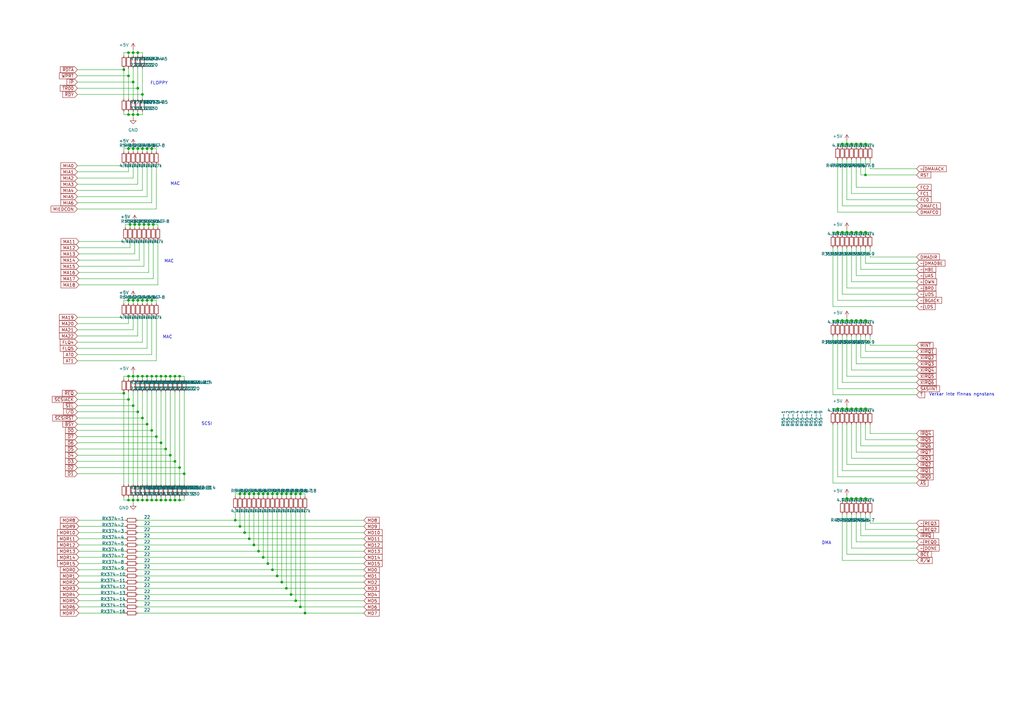
<source format=kicad_sch>
(kicad_sch (version 20211123) (generator eeschema)

  (uuid 69532b2d-fc3e-4ccd-9690-19e2931ed7ed)

  (paper "A3")

  


  (junction (at 58.42 154.305) (diameter 0) (color 0 0 0 0)
    (uuid 02abafea-345e-46cc-babb-343638bf7ec0)
  )
  (junction (at 54.61 123.19) (diameter 0) (color 0 0 0 0)
    (uuid 08213fdd-9a8c-4604-82dc-512c30ffdc36)
  )
  (junction (at 62.23 154.305) (diameter 0) (color 0 0 0 0)
    (uuid 095a0717-2e47-45ac-a8cc-742e47c75649)
  )
  (junction (at 349.25 59.055) (diameter 0) (color 0 0 0 0)
    (uuid 0c466c04-21d0-4647-b696-5fb09024af57)
  )
  (junction (at 102.235 202.565) (diameter 0) (color 0 0 0 0)
    (uuid 0c9b3cc3-7ed7-4128-a88d-dd8442195466)
  )
  (junction (at 354.965 204.47) (diameter 0) (color 0 0 0 0)
    (uuid 0ddc39b3-fb44-439a-ab93-ab0b9e813ff2)
  )
  (junction (at 123.19 248.92) (diameter 0) (color 0 0 0 0)
    (uuid 0df8c629-76ca-4253-b2af-106ed545a37a)
  )
  (junction (at 107.95 228.6) (diameter 0) (color 0 0 0 0)
    (uuid 0f6e0c16-6255-48ec-af33-a0c0e18cabcd)
  )
  (junction (at 71.755 189.23) (diameter 0) (color 0 0 0 0)
    (uuid 15ee3287-ab31-4624-a5c8-e9d1f9f3ee04)
  )
  (junction (at 56.515 36.195) (diameter 0) (color 0 0 0 0)
    (uuid 182736b1-2286-4775-b854-fa4d6ea9686e)
  )
  (junction (at 349.25 167.64) (diameter 0) (color 0 0 0 0)
    (uuid 1a788c6d-e318-4bc1-85a0-7ca9ea1a1ea4)
  )
  (junction (at 52.705 163.83) (diameter 0) (color 0 0 0 0)
    (uuid 1aa4250d-a5e2-4653-b6d9-ef949f907853)
  )
  (junction (at 104.14 202.565) (diameter 0) (color 0 0 0 0)
    (uuid 20fe9c26-9ed0-46ee-87c3-c0ef24b1c0c5)
  )
  (junction (at 107.95 202.565) (diameter 0) (color 0 0 0 0)
    (uuid 21b64d9a-a591-42f3-8214-47aa1a675fea)
  )
  (junction (at 54.61 33.655) (diameter 0) (color 0 0 0 0)
    (uuid 26dd1504-a2b6-4e5b-9f0b-881ef380cd31)
  )
  (junction (at 56.515 205.105) (diameter 0) (color 0 0 0 0)
    (uuid 2a1a3099-9d4c-4cf2-81ab-15df284acbde)
  )
  (junction (at 58.42 123.19) (diameter 0) (color 0 0 0 0)
    (uuid 2bbb0824-af45-4098-ad36-cf4996d4caab)
  )
  (junction (at 62.23 60.96) (diameter 0) (color 0 0 0 0)
    (uuid 2eab8945-0c05-457a-bd2b-304200160ada)
  )
  (junction (at 117.475 241.3) (diameter 0) (color 0 0 0 0)
    (uuid 2f7f0791-799f-479d-b2cd-56815da287e4)
  )
  (junction (at 115.57 202.565) (diameter 0) (color 0 0 0 0)
    (uuid 30e2e83e-c1db-4273-ae73-fdabce6d857f)
  )
  (junction (at 60.325 205.105) (diameter 0) (color 0 0 0 0)
    (uuid 325f6de2-6cdc-41cf-b69f-89b738aa596b)
  )
  (junction (at 52.705 154.305) (diameter 0) (color 0 0 0 0)
    (uuid 33721b92-e587-48f3-9618-05e6a0218f2a)
  )
  (junction (at 60.325 154.305) (diameter 0) (color 0 0 0 0)
    (uuid 35084e73-814f-4782-ba2d-9648c1bf9641)
  )
  (junction (at 351.155 59.055) (diameter 0) (color 0 0 0 0)
    (uuid 3852ecc2-12b8-4959-9695-d2146dde68fd)
  )
  (junction (at 54.61 205.105) (diameter 0) (color 0 0 0 0)
    (uuid 3a54ec24-b785-4068-a6d9-9fce5e8422b7)
  )
  (junction (at 60.325 60.96) (diameter 0) (color 0 0 0 0)
    (uuid 3ecdc82b-096f-4a97-b045-7791b5fd797a)
  )
  (junction (at 73.66 154.305) (diameter 0) (color 0 0 0 0)
    (uuid 3fbe0573-b3c8-44df-835c-da02fbd830f4)
  )
  (junction (at 52.705 21.59) (diameter 0) (color 0 0 0 0)
    (uuid 3fc54f52-8e62-4be0-8f70-ff40cc214ad9)
  )
  (junction (at 349.25 131.445) (diameter 0) (color 0 0 0 0)
    (uuid 411c19eb-553b-419e-add8-0314cf14909e)
  )
  (junction (at 353.06 59.055) (diameter 0) (color 0 0 0 0)
    (uuid 42ad4da4-15cb-4b8f-bde9-4c83d646fbc3)
  )
  (junction (at 62.865 92.075) (diameter 0) (color 0 0 0 0)
    (uuid 4556d4cc-abfd-4dce-a1b0-65c0f0df487e)
  )
  (junction (at 56.515 168.91) (diameter 0) (color 0 0 0 0)
    (uuid 496e6c97-d23f-4493-882e-2c95a0c1ad3b)
  )
  (junction (at 67.945 154.305) (diameter 0) (color 0 0 0 0)
    (uuid 49c7eeb6-f166-49b9-ac05-8089f220a37a)
  )
  (junction (at 347.345 59.055) (diameter 0) (color 0 0 0 0)
    (uuid 4d07e27a-6b00-4c5c-999e-0caff30b7abe)
  )
  (junction (at 354.965 167.64) (diameter 0) (color 0 0 0 0)
    (uuid 4d431bf5-affa-4076-ac94-d74cc2139380)
  )
  (junction (at 50.8 161.29) (diameter 0) (color 0 0 0 0)
    (uuid 4f67e014-900a-4d7b-a604-95f20bd151f0)
  )
  (junction (at 66.04 154.305) (diameter 0) (color 0 0 0 0)
    (uuid 4f95dfe1-9054-4102-9d38-f3cdccb638dd)
  )
  (junction (at 54.61 166.37) (diameter 0) (color 0 0 0 0)
    (uuid 4fd5129b-861e-4734-a259-6ed95e389555)
  )
  (junction (at 52.705 123.19) (diameter 0) (color 0 0 0 0)
    (uuid 501909fd-061e-4636-8503-8c94b369b573)
  )
  (junction (at 106.045 226.06) (diameter 0) (color 0 0 0 0)
    (uuid 530dfe14-f6d4-4eb3-a891-c9d807ac58d2)
  )
  (junction (at 60.325 123.19) (diameter 0) (color 0 0 0 0)
    (uuid 548ef0f6-8c07-47a5-b367-7891fb9ba9ba)
  )
  (junction (at 123.19 202.565) (diameter 0) (color 0 0 0 0)
    (uuid 54cddfd5-5234-4b53-bd54-8a152ed41243)
  )
  (junction (at 349.25 204.47) (diameter 0) (color 0 0 0 0)
    (uuid 55047438-1d16-4f3c-9428-2854b5d23947)
  )
  (junction (at 54.61 154.305) (diameter 0) (color 0 0 0 0)
    (uuid 55ada36b-4229-4566-a038-2d3cb4921dc8)
  )
  (junction (at 351.155 167.64) (diameter 0) (color 0 0 0 0)
    (uuid 57571f18-1890-4242-bd51-d4389d8e5423)
  )
  (junction (at 69.85 186.69) (diameter 0) (color 0 0 0 0)
    (uuid 59077edb-5206-495d-8ef9-a3e822939c69)
  )
  (junction (at 100.33 218.44) (diameter 0) (color 0 0 0 0)
    (uuid 5baf1e68-98fb-4f50-b660-4eb9be6ad9fa)
  )
  (junction (at 119.38 202.565) (diameter 0) (color 0 0 0 0)
    (uuid 5cc56b80-4a45-42ac-aa3e-e99458e0d980)
  )
  (junction (at 117.475 202.565) (diameter 0) (color 0 0 0 0)
    (uuid 64a4518a-ed47-454e-a16e-23ad597970fe)
  )
  (junction (at 106.045 202.565) (diameter 0) (color 0 0 0 0)
    (uuid 6508e6b3-13a4-4f23-90e7-21385ee74903)
  )
  (junction (at 347.345 167.64) (diameter 0) (color 0 0 0 0)
    (uuid 6527797b-4fa2-42b6-a87c-ff6df9c29145)
  )
  (junction (at 71.755 205.105) (diameter 0) (color 0 0 0 0)
    (uuid 65f35567-9b25-4957-900e-09a924d7d121)
  )
  (junction (at 56.515 123.19) (diameter 0) (color 0 0 0 0)
    (uuid 6726ef22-7230-46d1-982f-6c71da95a081)
  )
  (junction (at 52.705 31.115) (diameter 0) (color 0 0 0 0)
    (uuid 696a5a53-45ad-4979-b466-7a96f76678ff)
  )
  (junction (at 351.155 95.25) (diameter 0) (color 0 0 0 0)
    (uuid 6b2c3d91-3901-4b76-8759-c8b37c011b90)
  )
  (junction (at 64.135 154.305) (diameter 0) (color 0 0 0 0)
    (uuid 6b994f32-a9b9-4cd3-b098-3aca2e4cee5e)
  )
  (junction (at 109.855 231.14) (diameter 0) (color 0 0 0 0)
    (uuid 6cd0a2b7-fbc9-4877-bbfc-2db465682a99)
  )
  (junction (at 113.665 236.22) (diameter 0) (color 0 0 0 0)
    (uuid 6d0f2f67-2219-41aa-a5b4-e4ac73ba4889)
  )
  (junction (at 354.965 59.055) (diameter 0) (color 0 0 0 0)
    (uuid 6ec1070a-2fb4-4b6f-91ca-a681d84edacc)
  )
  (junction (at 60.325 173.99) (diameter 0) (color 0 0 0 0)
    (uuid 6fe71e14-d4a6-494a-bd37-f22e437f72f8)
  )
  (junction (at 102.235 220.98) (diameter 0) (color 0 0 0 0)
    (uuid 70dfb0db-f1a5-4d41-8135-a18f7fa016df)
  )
  (junction (at 100.33 202.565) (diameter 0) (color 0 0 0 0)
    (uuid 71c29d19-2056-4a46-bac6-4080634b690d)
  )
  (junction (at 354.965 95.25) (diameter 0) (color 0 0 0 0)
    (uuid 751b0329-d86d-4e5d-98eb-4ea5ba9baff3)
  )
  (junction (at 64.135 205.105) (diameter 0) (color 0 0 0 0)
    (uuid 7557d81c-f7cc-44db-b5e1-73922df92583)
  )
  (junction (at 62.23 176.53) (diameter 0) (color 0 0 0 0)
    (uuid 756f16cf-ebca-4909-b7b1-3b02f4d05e14)
  )
  (junction (at 347.345 204.47) (diameter 0) (color 0 0 0 0)
    (uuid 786a8217-141c-4540-ac68-c6677ff596c4)
  )
  (junction (at 351.155 204.47) (diameter 0) (color 0 0 0 0)
    (uuid 7bbfb7e1-989a-450c-b77a-495950375d2c)
  )
  (junction (at 56.515 21.59) (diameter 0) (color 0 0 0 0)
    (uuid 7c016675-fabc-4742-a402-9b1a3a6799de)
  )
  (junction (at 354.965 131.445) (diameter 0) (color 0 0 0 0)
    (uuid 7d39b98e-c280-4172-831c-fb08ba72f4ce)
  )
  (junction (at 56.515 46.99) (diameter 0) (color 0 0 0 0)
    (uuid 7ee3ee60-91a4-4834-8843-7d4adef4b366)
  )
  (junction (at 57.15 92.075) (diameter 0) (color 0 0 0 0)
    (uuid 7fa2a824-6cbb-40c7-b9e6-bd2bb6ad6973)
  )
  (junction (at 353.06 131.445) (diameter 0) (color 0 0 0 0)
    (uuid 7fb01a87-1e1f-4a86-ab4a-ace6e504196e)
  )
  (junction (at 104.14 223.52) (diameter 0) (color 0 0 0 0)
    (uuid 7ffd839c-9fae-4001-a6c9-105368091de1)
  )
  (junction (at 62.23 205.105) (diameter 0) (color 0 0 0 0)
    (uuid 86a54480-581a-4c18-a800-6c6320ff2135)
  )
  (junction (at 69.85 205.105) (diameter 0) (color 0 0 0 0)
    (uuid 8f91a0f7-364c-4948-be52-c5e7f98ef7d7)
  )
  (junction (at 75.565 194.31) (diameter 0) (color 0 0 0 0)
    (uuid 9082a8de-299f-4738-8e24-d6a55b336fe6)
  )
  (junction (at 53.34 92.075) (diameter 0) (color 0 0 0 0)
    (uuid 975860d4-1443-4367-b8ab-19a49d09c705)
  )
  (junction (at 73.66 191.77) (diameter 0) (color 0 0 0 0)
    (uuid 9975c1f6-70ad-4698-a3b6-f18c85dd22c6)
  )
  (junction (at 96.52 213.36) (diameter 0) (color 0 0 0 0)
    (uuid 9a247593-db5b-45a8-856b-d2785973b0ca)
  )
  (junction (at 56.515 154.305) (diameter 0) (color 0 0 0 0)
    (uuid 9a41bb6d-26e1-4940-b3a1-5781c33f54a5)
  )
  (junction (at 121.285 246.38) (diameter 0) (color 0 0 0 0)
    (uuid 9a43355b-eea7-478c-92d3-c96109d48a92)
  )
  (junction (at 351.155 131.445) (diameter 0) (color 0 0 0 0)
    (uuid 9a57d223-0e2c-40e3-845f-881016c365a9)
  )
  (junction (at 343.535 167.64) (diameter 0) (color 0 0 0 0)
    (uuid 9bc9b17e-7ecd-43ed-9240-bddbaeb44eb1)
  )
  (junction (at 111.76 202.565) (diameter 0) (color 0 0 0 0)
    (uuid 9d92c48f-2eea-4502-a4ed-f25eacadd10d)
  )
  (junction (at 58.42 205.105) (diameter 0) (color 0 0 0 0)
    (uuid 9e4e19e1-968b-4c4f-8c45-063c4b523fe8)
  )
  (junction (at 71.755 154.305) (diameter 0) (color 0 0 0 0)
    (uuid 9ff9b9c6-d03e-4be0-8b60-ce72d6690b32)
  )
  (junction (at 345.44 131.445) (diameter 0) (color 0 0 0 0)
    (uuid a617e9d7-da5c-40ef-9529-f00d134f8af0)
  )
  (junction (at 52.705 205.105) (diameter 0) (color 0 0 0 0)
    (uuid ad967317-b59b-4847-b480-4af30d9fabd9)
  )
  (junction (at 121.285 202.565) (diameter 0) (color 0 0 0 0)
    (uuid ae411486-ec67-4ccc-820c-e2c497a41df3)
  )
  (junction (at 125.095 251.46) (diameter 0) (color 0 0 0 0)
    (uuid af1355bd-c16d-4684-a7c9-3d1745ac0af0)
  )
  (junction (at 119.38 243.84) (diameter 0) (color 0 0 0 0)
    (uuid b412a0f2-0680-48ca-82ee-cfa03e04adde)
  )
  (junction (at 349.25 95.25) (diameter 0) (color 0 0 0 0)
    (uuid b64ec4c0-a66e-4ecc-bc33-a8f6f873d4b1)
  )
  (junction (at 52.705 46.99) (diameter 0) (color 0 0 0 0)
    (uuid b7113622-46fb-4be9-a821-18b79d75bcec)
  )
  (junction (at 60.96 92.075) (diameter 0) (color 0 0 0 0)
    (uuid b734e6e5-126c-483f-aa6e-7f400022620b)
  )
  (junction (at 66.04 205.105) (diameter 0) (color 0 0 0 0)
    (uuid bad89a14-6e4a-4fae-b921-917fe688f984)
  )
  (junction (at 345.44 167.64) (diameter 0) (color 0 0 0 0)
    (uuid bb17213e-258f-428e-8d1e-99ac84a648a8)
  )
  (junction (at 54.61 46.99) (diameter 0) (color 0 0 0 0)
    (uuid beab2e7f-7e07-477e-989b-45d5ee9fb958)
  )
  (junction (at 98.425 202.565) (diameter 0) (color 0 0 0 0)
    (uuid c3a6024f-e853-43bc-957c-1bc74bab08d2)
  )
  (junction (at 54.61 60.96) (diameter 0) (color 0 0 0 0)
    (uuid c462855b-47e9-4c3c-aa2f-42e305cf02ff)
  )
  (junction (at 343.535 95.25) (diameter 0) (color 0 0 0 0)
    (uuid c5a8458a-cd90-40b4-8c0d-477e2e57ad47)
  )
  (junction (at 353.06 204.47) (diameter 0) (color 0 0 0 0)
    (uuid c7aae0de-36a3-40c6-b34d-75baf93b7176)
  )
  (junction (at 109.855 202.565) (diameter 0) (color 0 0 0 0)
    (uuid cce403bf-fd18-40ae-9cdf-4fd88540be70)
  )
  (junction (at 54.61 21.59) (diameter 0) (color 0 0 0 0)
    (uuid d0b353bd-2d39-4db5-b4ef-dd27cb21d499)
  )
  (junction (at 59.055 92.075) (diameter 0) (color 0 0 0 0)
    (uuid d2fff0e6-dcb4-454e-8750-a5501db2cda9)
  )
  (junction (at 343.535 131.445) (diameter 0) (color 0 0 0 0)
    (uuid d3aca4f1-ea05-4c72-9f35-92a219d562d0)
  )
  (junction (at 62.23 123.19) (diameter 0) (color 0 0 0 0)
    (uuid d49dc412-cecf-4a79-9c0e-c2838a58a348)
  )
  (junction (at 345.44 95.25) (diameter 0) (color 0 0 0 0)
    (uuid d5e126f3-9641-4640-8a90-30be20b02ffe)
  )
  (junction (at 347.345 95.25) (diameter 0) (color 0 0 0 0)
    (uuid d7b44543-d64c-43b4-9bee-14a937dfc626)
  )
  (junction (at 55.245 92.075) (diameter 0) (color 0 0 0 0)
    (uuid da622069-405a-45fb-800d-d4f27a95cddb)
  )
  (junction (at 345.44 59.055) (diameter 0) (color 0 0 0 0)
    (uuid dbee5eea-fbf5-474f-b9d9-605b71973680)
  )
  (junction (at 353.06 95.25) (diameter 0) (color 0 0 0 0)
    (uuid dd8ef874-b0b3-4381-ac51-049270dd4e7c)
  )
  (junction (at 58.42 60.96) (diameter 0) (color 0 0 0 0)
    (uuid e4288ec4-c716-4108-82ba-751416661546)
  )
  (junction (at 67.945 205.105) (diameter 0) (color 0 0 0 0)
    (uuid e4f428d6-fd6a-4b9e-a756-68065e78ff28)
  )
  (junction (at 353.06 167.64) (diameter 0) (color 0 0 0 0)
    (uuid e6e635fc-2506-4944-ab08-22688bb19c70)
  )
  (junction (at 66.04 181.61) (diameter 0) (color 0 0 0 0)
    (uuid e8b4a38a-6abc-4346-a26f-7c961f8b990c)
  )
  (junction (at 113.665 202.565) (diameter 0) (color 0 0 0 0)
    (uuid ed9204ed-b96e-4f0e-a198-5ff31730f995)
  )
  (junction (at 73.66 205.105) (diameter 0) (color 0 0 0 0)
    (uuid ef594a25-5935-4bba-80e2-474efab710ae)
  )
  (junction (at 50.8 28.575) (diameter 0) (color 0 0 0 0)
    (uuid ef7d75e7-8ca4-45e0-9a3e-d53a28553cc0)
  )
  (junction (at 67.945 184.15) (diameter 0) (color 0 0 0 0)
    (uuid f0b37737-90a2-4f8d-a9f5-fad6f999c707)
  )
  (junction (at 347.345 131.445) (diameter 0) (color 0 0 0 0)
    (uuid f1e43f1a-3503-43fd-96b5-e125d885ce76)
  )
  (junction (at 52.705 60.96) (diameter 0) (color 0 0 0 0)
    (uuid f5b284bb-b6a9-4923-a644-2784d1a478e8)
  )
  (junction (at 64.135 179.07) (diameter 0) (color 0 0 0 0)
    (uuid f7347efb-68e9-40fb-9f80-8cbf5df5bdf0)
  )
  (junction (at 98.425 215.9) (diameter 0) (color 0 0 0 0)
    (uuid f768d857-7911-45ac-9934-f433d1e5766b)
  )
  (junction (at 354.965 71.755) (diameter 0) (color 0 0 0 0)
    (uuid fa556457-d9b7-4e9c-8dbd-7c739f1a2327)
  )
  (junction (at 69.85 154.305) (diameter 0) (color 0 0 0 0)
    (uuid fb4e8edd-3e44-4bfe-8547-fff9ac484ea3)
  )
  (junction (at 111.76 233.68) (diameter 0) (color 0 0 0 0)
    (uuid fc55a547-35d8-408f-9002-d7e7e3ca81e2)
  )
  (junction (at 58.42 171.45) (diameter 0) (color 0 0 0 0)
    (uuid fdddd389-9a65-4b96-8a79-5d4f580cc539)
  )
  (junction (at 115.57 238.76) (diameter 0) (color 0 0 0 0)
    (uuid ff236c44-94a0-4d0e-ac67-71d6daca6a9c)
  )
  (junction (at 56.515 60.96) (diameter 0) (color 0 0 0 0)
    (uuid ff344afd-73f6-412c-984b-09be0b66b82b)
  )
  (junction (at 58.42 38.735) (diameter 0) (color 0 0 0 0)
    (uuid ff72fef3-70fd-44fd-acf4-7de4112c5f0c)
  )

  (wire (pts (xy 119.38 243.84) (xy 56.515 243.84))
    (stroke (width 0) (type default) (color 0 0 0 0))
    (uuid 006354d1-de1f-468c-9d0e-6831487da123)
  )
  (wire (pts (xy 102.235 202.565) (xy 104.14 202.565))
    (stroke (width 0) (type default) (color 0 0 0 0))
    (uuid 00d75dfa-ed27-4db6-9031-1412908a5526)
  )
  (wire (pts (xy 31.75 186.69) (xy 69.85 186.69))
    (stroke (width 0) (type default) (color 0 0 0 0))
    (uuid 00f2f897-62d1-469a-8350-307c31106b6e)
  )
  (wire (pts (xy 375.92 115.57) (xy 349.25 115.57))
    (stroke (width 0) (type default) (color 0 0 0 0))
    (uuid 01d78b4a-0d86-459f-8d13-97fa9f5831f1)
  )
  (wire (pts (xy 343.535 59.055) (xy 345.44 59.055))
    (stroke (width 0) (type default) (color 0 0 0 0))
    (uuid 02448c19-b2bb-4d9f-a2ce-8300e49506bf)
  )
  (wire (pts (xy 60.325 129.54) (xy 60.325 142.875))
    (stroke (width 0) (type default) (color 0 0 0 0))
    (uuid 029f7020-5ff3-49db-9682-841f34829889)
  )
  (wire (pts (xy 375.92 185.42) (xy 351.155 185.42))
    (stroke (width 0) (type default) (color 0 0 0 0))
    (uuid 031d6c69-0510-450c-8c8e-f95b2c38954c)
  )
  (wire (pts (xy 31.75 194.31) (xy 75.565 194.31))
    (stroke (width 0) (type default) (color 0 0 0 0))
    (uuid 039fcfb4-f4b1-41af-aad6-4127d9c9a1a2)
  )
  (wire (pts (xy 52.705 46.99) (xy 50.8 46.99))
    (stroke (width 0) (type default) (color 0 0 0 0))
    (uuid 042dcc19-4eae-4504-9571-448de266e569)
  )
  (wire (pts (xy 56.515 215.9) (xy 98.425 215.9))
    (stroke (width 0) (type default) (color 0 0 0 0))
    (uuid 04d902ce-8c0e-444e-a3ca-f8e4f48f6b3e)
  )
  (wire (pts (xy 98.425 215.9) (xy 149.225 215.9))
    (stroke (width 0) (type default) (color 0 0 0 0))
    (uuid 04e508bf-0afc-4fb0-9c89-1bc8ec1a301e)
  )
  (wire (pts (xy 31.75 132.715) (xy 52.705 132.715))
    (stroke (width 0) (type default) (color 0 0 0 0))
    (uuid 0562fc38-b585-4883-9d18-0b35e5679e50)
  )
  (wire (pts (xy 347.345 204.47) (xy 349.25 204.47))
    (stroke (width 0) (type default) (color 0 0 0 0))
    (uuid 069546e8-c376-4013-985a-b0c1868efc3d)
  )
  (wire (pts (xy 52.705 60.96) (xy 54.61 60.96))
    (stroke (width 0) (type default) (color 0 0 0 0))
    (uuid 07a3e712-d84d-4445-bdf0-c9c950b02a7a)
  )
  (wire (pts (xy 109.855 202.565) (xy 109.855 203.835))
    (stroke (width 0) (type default) (color 0 0 0 0))
    (uuid 07d7891f-2f5b-4ca3-a946-b9a23e1a5b9e)
  )
  (wire (pts (xy 50.8 27.94) (xy 50.8 28.575))
    (stroke (width 0) (type default) (color 0 0 0 0))
    (uuid 08d71dbe-bdff-4380-8b54-19f1ff4e36e6)
  )
  (wire (pts (xy 356.87 167.64) (xy 356.87 168.91))
    (stroke (width 0) (type default) (color 0 0 0 0))
    (uuid 08f9bcdf-72a7-4e1c-a9cf-76484f6f2c92)
  )
  (wire (pts (xy 71.755 154.305) (xy 71.755 155.575))
    (stroke (width 0) (type default) (color 0 0 0 0))
    (uuid 08febf6e-9097-4739-832a-894c9e946fdf)
  )
  (wire (pts (xy 56.515 46.99) (xy 56.515 45.72))
    (stroke (width 0) (type default) (color 0 0 0 0))
    (uuid 090e1b69-006a-4162-931c-6939d521abc0)
  )
  (wire (pts (xy 58.42 60.96) (xy 58.42 62.23))
    (stroke (width 0) (type default) (color 0 0 0 0))
    (uuid 090e80d8-ff6a-430d-af39-abe6fe2f030a)
  )
  (wire (pts (xy 62.23 129.54) (xy 62.23 145.415))
    (stroke (width 0) (type default) (color 0 0 0 0))
    (uuid 09f1978f-55d3-493a-92b3-15f5360cab84)
  )
  (wire (pts (xy 66.04 205.105) (xy 64.135 205.105))
    (stroke (width 0) (type default) (color 0 0 0 0))
    (uuid 0a9166c7-5d1c-4a19-ab65-0ea7aa2946bd)
  )
  (wire (pts (xy 62.23 176.53) (xy 62.23 160.655))
    (stroke (width 0) (type default) (color 0 0 0 0))
    (uuid 0b072692-f621-4e33-a975-ba67ee180305)
  )
  (wire (pts (xy 32.385 231.14) (xy 51.435 231.14))
    (stroke (width 0) (type default) (color 0 0 0 0))
    (uuid 0bba4556-9e47-4a17-ac7e-eb6154651699)
  )
  (wire (pts (xy 115.57 201.295) (xy 115.57 202.565))
    (stroke (width 0) (type default) (color 0 0 0 0))
    (uuid 0c274161-62f9-4bb4-95d7-7ff09b22444a)
  )
  (wire (pts (xy 356.87 210.82) (xy 356.87 214.63))
    (stroke (width 0) (type default) (color 0 0 0 0))
    (uuid 0da4d5a3-e8c0-42d7-b5eb-a4a49887c89a)
  )
  (wire (pts (xy 343.535 123.19) (xy 375.92 123.19))
    (stroke (width 0) (type default) (color 0 0 0 0))
    (uuid 0e0d5f38-7933-46da-a176-a4a3d945780e)
  )
  (wire (pts (xy 353.06 65.405) (xy 353.06 71.755))
    (stroke (width 0) (type default) (color 0 0 0 0))
    (uuid 0e0f16e4-2f4a-452f-8a16-6f31830ec9fc)
  )
  (wire (pts (xy 353.06 59.055) (xy 354.965 59.055))
    (stroke (width 0) (type default) (color 0 0 0 0))
    (uuid 0e161b08-380a-4e41-b420-b46cf8ca27c3)
  )
  (wire (pts (xy 107.95 228.6) (xy 107.95 208.915))
    (stroke (width 0) (type default) (color 0 0 0 0))
    (uuid 0e271fb4-6353-4f84-a1d0-db83d6016c7d)
  )
  (wire (pts (xy 31.75 142.875) (xy 60.325 142.875))
    (stroke (width 0) (type default) (color 0 0 0 0))
    (uuid 0eceed7b-c1bf-47eb-8ea3-01d66a95c7d2)
  )
  (wire (pts (xy 62.23 154.305) (xy 62.23 155.575))
    (stroke (width 0) (type default) (color 0 0 0 0))
    (uuid 0f20e4fd-08bd-4129-ba44-db730fc16d2d)
  )
  (wire (pts (xy 62.23 205.105) (xy 62.23 203.835))
    (stroke (width 0) (type default) (color 0 0 0 0))
    (uuid 0f8e16ba-195f-458d-8bb4-c541a1245ffe)
  )
  (wire (pts (xy 113.665 236.22) (xy 149.225 236.22))
    (stroke (width 0) (type default) (color 0 0 0 0))
    (uuid 0fbf09d3-2ac7-412e-9676-277634065274)
  )
  (wire (pts (xy 351.155 167.64) (xy 351.155 168.91))
    (stroke (width 0) (type default) (color 0 0 0 0))
    (uuid 12112469-8a46-4369-a840-67783e467f36)
  )
  (wire (pts (xy 375.92 180.34) (xy 354.965 180.34))
    (stroke (width 0) (type default) (color 0 0 0 0))
    (uuid 136a5ef4-ac7f-4068-997a-84261f70680e)
  )
  (wire (pts (xy 52.705 60.96) (xy 52.705 62.23))
    (stroke (width 0) (type default) (color 0 0 0 0))
    (uuid 13ffd0fd-f9de-4085-b26e-193d9f5de3c4)
  )
  (wire (pts (xy 53.34 92.075) (xy 55.245 92.075))
    (stroke (width 0) (type default) (color 0 0 0 0))
    (uuid 1497823a-2fa2-46b6-8fef-3572a84562f6)
  )
  (wire (pts (xy 341.63 167.64) (xy 341.63 168.91))
    (stroke (width 0) (type default) (color 0 0 0 0))
    (uuid 158e8ef3-1e0f-46ab-8dc8-fdc2e5fdd62f)
  )
  (wire (pts (xy 32.385 218.44) (xy 51.435 218.44))
    (stroke (width 0) (type default) (color 0 0 0 0))
    (uuid 164dfc4d-4c95-47be-9244-b0e57a701b57)
  )
  (wire (pts (xy 50.8 21.59) (xy 52.705 21.59))
    (stroke (width 0) (type default) (color 0 0 0 0))
    (uuid 167f9666-598c-4e0e-8728-dd1e88bb5951)
  )
  (wire (pts (xy 375.92 110.49) (xy 353.06 110.49))
    (stroke (width 0) (type default) (color 0 0 0 0))
    (uuid 17643d60-1d6f-472c-a76d-2ace9cd78d08)
  )
  (wire (pts (xy 51.435 93.345) (xy 51.435 92.075))
    (stroke (width 0) (type default) (color 0 0 0 0))
    (uuid 17883227-9680-4e5f-b82d-d09102c2a73d)
  )
  (wire (pts (xy 52.705 163.83) (xy 52.705 198.755))
    (stroke (width 0) (type default) (color 0 0 0 0))
    (uuid 17ca83d7-ab4a-45db-816c-8d29bf9a4ac3)
  )
  (wire (pts (xy 102.235 202.565) (xy 102.235 203.835))
    (stroke (width 0) (type default) (color 0 0 0 0))
    (uuid 18b6a828-fbf9-4e03-af41-90256c6b3cae)
  )
  (wire (pts (xy 32.385 213.36) (xy 51.435 213.36))
    (stroke (width 0) (type default) (color 0 0 0 0))
    (uuid 193c8d3d-e9e9-4f01-a1ac-08a27184e7b6)
  )
  (wire (pts (xy 341.63 125.73) (xy 375.92 125.73))
    (stroke (width 0) (type default) (color 0 0 0 0))
    (uuid 19b3847b-74c3-4405-a3aa-f9a0c1d7e372)
  )
  (wire (pts (xy 343.535 167.64) (xy 345.44 167.64))
    (stroke (width 0) (type default) (color 0 0 0 0))
    (uuid 19bab55e-1f31-4202-9cb7-40143955db4a)
  )
  (wire (pts (xy 347.345 166.37) (xy 347.345 167.64))
    (stroke (width 0) (type default) (color 0 0 0 0))
    (uuid 1ae8a1e9-6620-4c0f-b805-bba718deabdd)
  )
  (wire (pts (xy 54.61 46.99) (xy 52.705 46.99))
    (stroke (width 0) (type default) (color 0 0 0 0))
    (uuid 1b413e57-21e8-43f2-8dd6-5fc3e8e59305)
  )
  (wire (pts (xy 54.61 20.32) (xy 54.61 21.59))
    (stroke (width 0) (type default) (color 0 0 0 0))
    (uuid 1bbdc39b-ce6a-4603-8282-59ec9eb87cc8)
  )
  (wire (pts (xy 54.61 46.99) (xy 54.61 45.72))
    (stroke (width 0) (type default) (color 0 0 0 0))
    (uuid 1c2de39f-66da-417a-b185-d3dc7d5ce2ec)
  )
  (wire (pts (xy 100.33 202.565) (xy 100.33 203.835))
    (stroke (width 0) (type default) (color 0 0 0 0))
    (uuid 1cf2fb74-62f6-4e99-94db-967071daa746)
  )
  (wire (pts (xy 106.045 208.915) (xy 106.045 226.06))
    (stroke (width 0) (type default) (color 0 0 0 0))
    (uuid 1e854d7d-248a-411c-aaf4-cdf3a235fe32)
  )
  (wire (pts (xy 119.38 243.84) (xy 149.225 243.84))
    (stroke (width 0) (type default) (color 0 0 0 0))
    (uuid 1ea2a02d-fc0d-4c7f-a8a1-2ce314aafc74)
  )
  (wire (pts (xy 64.135 160.655) (xy 64.135 179.07))
    (stroke (width 0) (type default) (color 0 0 0 0))
    (uuid 1ed33378-bab6-496b-9a28-48ebdbdd3f72)
  )
  (wire (pts (xy 66.04 154.305) (xy 66.04 155.575))
    (stroke (width 0) (type default) (color 0 0 0 0))
    (uuid 1ee21529-e5d9-46e8-8071-be96a243779a)
  )
  (wire (pts (xy 354.965 59.055) (xy 354.965 60.325))
    (stroke (width 0) (type default) (color 0 0 0 0))
    (uuid 1f141ae7-1e55-4778-9d6a-5b98887110c2)
  )
  (wire (pts (xy 50.8 22.86) (xy 50.8 21.59))
    (stroke (width 0) (type default) (color 0 0 0 0))
    (uuid 1fb38094-bcc2-447b-b45b-4c6f4306b1e5)
  )
  (wire (pts (xy 115.57 238.76) (xy 56.515 238.76))
    (stroke (width 0) (type default) (color 0 0 0 0))
    (uuid 1fb7a6d5-3e8b-49f1-9bef-91fe0d1425f8)
  )
  (wire (pts (xy 353.06 210.82) (xy 353.06 219.71))
    (stroke (width 0) (type default) (color 0 0 0 0))
    (uuid 20c091d6-d5f8-4dac-a0a6-7ddd94b86002)
  )
  (wire (pts (xy 345.44 84.455) (xy 375.92 84.455))
    (stroke (width 0) (type default) (color 0 0 0 0))
    (uuid 20c55123-096f-4965-9ec3-fdb2cba67fff)
  )
  (wire (pts (xy 104.14 223.52) (xy 104.14 208.915))
    (stroke (width 0) (type default) (color 0 0 0 0))
    (uuid 22fdce15-7946-48f1-ba7a-1dc92631a5a1)
  )
  (wire (pts (xy 123.19 202.565) (xy 123.19 203.835))
    (stroke (width 0) (type default) (color 0 0 0 0))
    (uuid 244e8dc1-6fb6-4ba4-8a99-5f666fe65401)
  )
  (wire (pts (xy 56.515 60.96) (xy 56.515 62.23))
    (stroke (width 0) (type default) (color 0 0 0 0))
    (uuid 24c55f75-b441-4551-8957-6cc39e5f294c)
  )
  (wire (pts (xy 54.61 121.92) (xy 54.61 123.19))
    (stroke (width 0) (type default) (color 0 0 0 0))
    (uuid 2503856a-2ddb-48dc-9251-acbf8d12530a)
  )
  (wire (pts (xy 73.66 191.77) (xy 73.66 160.655))
    (stroke (width 0) (type default) (color 0 0 0 0))
    (uuid 2503ada9-145a-4f77-836e-a580b585d0cd)
  )
  (wire (pts (xy 50.8 129.54) (xy 50.8 130.175))
    (stroke (width 0) (type default) (color 0 0 0 0))
    (uuid 259bcdb3-a6c2-431e-9d6f-349d52802bc4)
  )
  (wire (pts (xy 356.87 95.25) (xy 356.87 96.52))
    (stroke (width 0) (type default) (color 0 0 0 0))
    (uuid 25a36a93-ac34-4d2f-838c-d826637a1e43)
  )
  (wire (pts (xy 60.325 60.96) (xy 62.23 60.96))
    (stroke (width 0) (type default) (color 0 0 0 0))
    (uuid 260ffa08-9986-4358-9390-9a1b9dd0cea1)
  )
  (wire (pts (xy 53.34 98.425) (xy 53.34 101.6))
    (stroke (width 0) (type default) (color 0 0 0 0))
    (uuid 2615a1ef-502f-492b-b93d-b892733e27c4)
  )
  (wire (pts (xy 347.345 59.055) (xy 349.25 59.055))
    (stroke (width 0) (type default) (color 0 0 0 0))
    (uuid 2634c723-98d6-45bc-9696-3a383d7939a0)
  )
  (wire (pts (xy 56.515 27.94) (xy 56.515 36.195))
    (stroke (width 0) (type default) (color 0 0 0 0))
    (uuid 263a8556-35a9-4edc-9509-556ed1fca70c)
  )
  (wire (pts (xy 349.25 167.64) (xy 349.25 168.91))
    (stroke (width 0) (type default) (color 0 0 0 0))
    (uuid 266e8df9-f760-4a18-b26b-0fdea562743a)
  )
  (wire (pts (xy 123.19 248.92) (xy 149.225 248.92))
    (stroke (width 0) (type default) (color 0 0 0 0))
    (uuid 267fd27c-af78-48bc-bb38-b810d2df7828)
  )
  (wire (pts (xy 52.705 46.99) (xy 52.705 45.72))
    (stroke (width 0) (type default) (color 0 0 0 0))
    (uuid 2697aee6-5f2c-4f2a-a0ea-b30b374cbecc)
  )
  (wire (pts (xy 56.515 36.195) (xy 56.515 40.64))
    (stroke (width 0) (type default) (color 0 0 0 0))
    (uuid 292fc42a-1359-435d-ac61-69003c8a851f)
  )
  (wire (pts (xy 375.92 71.755) (xy 354.965 71.755))
    (stroke (width 0) (type default) (color 0 0 0 0))
    (uuid 2a8d0e52-1217-442c-ba1b-5ae888a1ad33)
  )
  (wire (pts (xy 32.385 116.84) (xy 64.77 116.84))
    (stroke (width 0) (type default) (color 0 0 0 0))
    (uuid 2ac326e7-9d5f-4235-a436-97c0d87ded17)
  )
  (wire (pts (xy 115.57 202.565) (xy 117.475 202.565))
    (stroke (width 0) (type default) (color 0 0 0 0))
    (uuid 2add8cd2-b907-4bd0-8d93-8be7710d1e27)
  )
  (wire (pts (xy 56.515 123.19) (xy 56.515 124.46))
    (stroke (width 0) (type default) (color 0 0 0 0))
    (uuid 2b29f475-e6b7-4d8e-a2cc-5bc81dc1b0ac)
  )
  (wire (pts (xy 96.52 203.835) (xy 96.52 202.565))
    (stroke (width 0) (type default) (color 0 0 0 0))
    (uuid 2b6d0e26-cd21-41d0-9111-08980a12da9e)
  )
  (wire (pts (xy 349.25 137.795) (xy 349.25 151.765))
    (stroke (width 0) (type default) (color 0 0 0 0))
    (uuid 2c3f888d-18c8-4fcf-9e98-80ddba3f16eb)
  )
  (wire (pts (xy 353.06 59.055) (xy 353.06 60.325))
    (stroke (width 0) (type default) (color 0 0 0 0))
    (uuid 2cdb15d5-91fa-4b73-b9c3-a45bfaac0f7a)
  )
  (wire (pts (xy 354.965 173.99) (xy 354.965 180.34))
    (stroke (width 0) (type default) (color 0 0 0 0))
    (uuid 2d0418dd-f6a9-414d-955a-32746b414405)
  )
  (wire (pts (xy 69.85 186.69) (xy 69.85 198.755))
    (stroke (width 0) (type default) (color 0 0 0 0))
    (uuid 2d3b280e-e25a-4ca2-ab46-bf03d5c836b4)
  )
  (wire (pts (xy 54.61 154.305) (xy 56.515 154.305))
    (stroke (width 0) (type default) (color 0 0 0 0))
    (uuid 2d9d0f41-ea6f-43d1-9124-f067382053ad)
  )
  (wire (pts (xy 32.385 233.68) (xy 51.435 233.68))
    (stroke (width 0) (type default) (color 0 0 0 0))
    (uuid 2ddab340-ab62-4ebc-8143-b7b4117110b4)
  )
  (wire (pts (xy 31.75 140.335) (xy 58.42 140.335))
    (stroke (width 0) (type default) (color 0 0 0 0))
    (uuid 2e6f45c8-414a-47c3-bff8-395622e76281)
  )
  (wire (pts (xy 109.855 208.915) (xy 109.855 231.14))
    (stroke (width 0) (type default) (color 0 0 0 0))
    (uuid 2fe222aa-2c71-4136-94ff-08e5329df4f3)
  )
  (wire (pts (xy 349.25 173.99) (xy 349.25 187.96))
    (stroke (width 0) (type default) (color 0 0 0 0))
    (uuid 2ff218b1-ec96-40e2-b1b3-65d14dfbac39)
  )
  (wire (pts (xy 347.345 95.25) (xy 349.25 95.25))
    (stroke (width 0) (type default) (color 0 0 0 0))
    (uuid 30b49775-3d19-4bdc-a11b-b419eb4a1545)
  )
  (wire (pts (xy 343.535 159.385) (xy 343.535 137.795))
    (stroke (width 0) (type default) (color 0 0 0 0))
    (uuid 30bb2b8d-711c-4d3c-9367-2d0cac5a9050)
  )
  (wire (pts (xy 106.045 202.565) (xy 106.045 203.835))
    (stroke (width 0) (type default) (color 0 0 0 0))
    (uuid 30d052e8-8bc2-4fb3-8892-6b9bc862b449)
  )
  (wire (pts (xy 52.705 123.19) (xy 54.61 123.19))
    (stroke (width 0) (type default) (color 0 0 0 0))
    (uuid 3199949a-f561-4f98-acb2-c04c28e0f4d2)
  )
  (wire (pts (xy 54.61 205.105) (xy 54.61 206.375))
    (stroke (width 0) (type default) (color 0 0 0 0))
    (uuid 31d6b969-e692-4c55-9fc6-551361223a13)
  )
  (wire (pts (xy 349.25 167.64) (xy 351.155 167.64))
    (stroke (width 0) (type default) (color 0 0 0 0))
    (uuid 322303a6-5625-4cb7-9377-1cb0bdb33957)
  )
  (wire (pts (xy 375.92 107.95) (xy 354.965 107.95))
    (stroke (width 0) (type default) (color 0 0 0 0))
    (uuid 32377ddf-9f59-4152-b8dc-8fa8e8b02622)
  )
  (wire (pts (xy 347.345 137.795) (xy 347.345 154.305))
    (stroke (width 0) (type default) (color 0 0 0 0))
    (uuid 32a56f31-c942-438f-acb4-b2c2e2e1664f)
  )
  (wire (pts (xy 343.535 95.25) (xy 341.63 95.25))
    (stroke (width 0) (type default) (color 0 0 0 0))
    (uuid 33a916a5-7ab3-4cce-af3f-1285302aa656)
  )
  (wire (pts (xy 356.87 204.47) (xy 356.87 205.74))
    (stroke (width 0) (type default) (color 0 0 0 0))
    (uuid 3426548e-177c-413c-a8d4-9ecc82254baa)
  )
  (wire (pts (xy 62.865 98.425) (xy 62.865 114.3))
    (stroke (width 0) (type default) (color 0 0 0 0))
    (uuid 344ff7c2-08c2-4f9d-83b5-22cbcc6a81cc)
  )
  (wire (pts (xy 32.385 220.98) (xy 51.435 220.98))
    (stroke (width 0) (type default) (color 0 0 0 0))
    (uuid 34605031-37fa-4cff-8de5-edfd1403468a)
  )
  (wire (pts (xy 71.755 189.23) (xy 71.755 160.655))
    (stroke (width 0) (type default) (color 0 0 0 0))
    (uuid 35226d53-2594-4e83-aacb-db016c0bf023)
  )
  (wire (pts (xy 375.92 224.79) (xy 349.25 224.79))
    (stroke (width 0) (type default) (color 0 0 0 0))
    (uuid 3556c495-bca1-432e-9e1c-6b3916cc7541)
  )
  (wire (pts (xy 60.325 67.31) (xy 60.325 80.645))
    (stroke (width 0) (type default) (color 0 0 0 0))
    (uuid 35dc2652-9410-44d6-98cd-adf09624334f)
  )
  (wire (pts (xy 66.04 181.61) (xy 66.04 160.655))
    (stroke (width 0) (type default) (color 0 0 0 0))
    (uuid 36a2ba5c-794a-4203-8f33-8bed54907aaa)
  )
  (wire (pts (xy 62.865 114.3) (xy 32.385 114.3))
    (stroke (width 0) (type default) (color 0 0 0 0))
    (uuid 372d06ab-66f2-4bda-8d99-012f68a391e9)
  )
  (wire (pts (xy 53.34 92.075) (xy 53.34 93.345))
    (stroke (width 0) (type default) (color 0 0 0 0))
    (uuid 37aad7c8-b17a-425f-ae92-5d0e17ef0d93)
  )
  (wire (pts (xy 75.565 194.31) (xy 75.565 198.755))
    (stroke (width 0) (type default) (color 0 0 0 0))
    (uuid 3854c2b5-01dd-4f01-8e41-7f80449cc980)
  )
  (wire (pts (xy 111.76 208.915) (xy 111.76 233.68))
    (stroke (width 0) (type default) (color 0 0 0 0))
    (uuid 3895e12b-bb2c-42f9-a191-3413d9ef98e3)
  )
  (wire (pts (xy 67.945 184.15) (xy 67.945 160.655))
    (stroke (width 0) (type default) (color 0 0 0 0))
    (uuid 3c4694ab-3b85-47b1-b227-88d5a674bfdf)
  )
  (wire (pts (xy 351.155 131.445) (xy 351.155 132.715))
    (stroke (width 0) (type default) (color 0 0 0 0))
    (uuid 3c9ba286-02af-4119-b2fa-16529216dbea)
  )
  (wire (pts (xy 351.155 131.445) (xy 353.06 131.445))
    (stroke (width 0) (type default) (color 0 0 0 0))
    (uuid 3d59299b-5adc-4c97-abc1-216c017f0b9e)
  )
  (wire (pts (xy 56.515 21.59) (xy 58.42 21.59))
    (stroke (width 0) (type default) (color 0 0 0 0))
    (uuid 3dc89313-3b93-4722-8df9-42acb348afc8)
  )
  (wire (pts (xy 121.285 246.38) (xy 121.285 208.915))
    (stroke (width 0) (type default) (color 0 0 0 0))
    (uuid 3dff45f9-17b1-4edf-952b-700ad6b95e91)
  )
  (wire (pts (xy 54.61 205.105) (xy 54.61 203.835))
    (stroke (width 0) (type default) (color 0 0 0 0))
    (uuid 3e4b5b9e-444a-4cd8-92b7-158006cb8add)
  )
  (wire (pts (xy 58.42 205.105) (xy 56.515 205.105))
    (stroke (width 0) (type default) (color 0 0 0 0))
    (uuid 3e66ae1b-cf87-4e29-a001-21525f099387)
  )
  (wire (pts (xy 104.14 223.52) (xy 149.225 223.52))
    (stroke (width 0) (type default) (color 0 0 0 0))
    (uuid 3e98f75b-3923-4edf-8bca-32243e9eeb36)
  )
  (wire (pts (xy 119.38 202.565) (xy 119.38 203.835))
    (stroke (width 0) (type default) (color 0 0 0 0))
    (uuid 3f6f74a1-8aff-4185-99f7-db6fd6efd2fe)
  )
  (wire (pts (xy 31.75 173.99) (xy 60.325 173.99))
    (stroke (width 0) (type default) (color 0 0 0 0))
    (uuid 411cc24b-10dc-448f-a325-c22e0157e3c9)
  )
  (wire (pts (xy 32.385 248.92) (xy 51.435 248.92))
    (stroke (width 0) (type default) (color 0 0 0 0))
    (uuid 41c4cff7-4f2f-41c9-9660-c25e7905752a)
  )
  (wire (pts (xy 31.75 179.07) (xy 64.135 179.07))
    (stroke (width 0) (type default) (color 0 0 0 0))
    (uuid 41cb9eaf-31de-42ea-80ce-8bd958138f41)
  )
  (wire (pts (xy 96.52 202.565) (xy 98.425 202.565))
    (stroke (width 0) (type default) (color 0 0 0 0))
    (uuid 422bfc0d-a992-4d42-a1ac-7c8dde23626c)
  )
  (wire (pts (xy 353.06 101.6) (xy 353.06 110.49))
    (stroke (width 0) (type default) (color 0 0 0 0))
    (uuid 42f61308-7821-4ff6-93d1-64acb99c655f)
  )
  (wire (pts (xy 123.19 248.92) (xy 123.19 208.915))
    (stroke (width 0) (type default) (color 0 0 0 0))
    (uuid 4355a317-68e9-4ad5-a4a6-ecbfcf14729c)
  )
  (wire (pts (xy 375.92 146.685) (xy 353.06 146.685))
    (stroke (width 0) (type default) (color 0 0 0 0))
    (uuid 43d06998-ef41-4a1a-af42-8bb1b027117c)
  )
  (wire (pts (xy 64.77 98.425) (xy 64.77 116.84))
    (stroke (width 0) (type default) (color 0 0 0 0))
    (uuid 4542a076-8ff8-45f2-98fa-d7f8b7dd3eef)
  )
  (wire (pts (xy 55.245 92.075) (xy 57.15 92.075))
    (stroke (width 0) (type default) (color 0 0 0 0))
    (uuid 4575bf11-c338-4704-be94-b126b2dce887)
  )
  (wire (pts (xy 54.61 21.59) (xy 56.515 21.59))
    (stroke (width 0) (type default) (color 0 0 0 0))
    (uuid 45f98c0a-5698-4a71-8dc7-427b50ffea0b)
  )
  (wire (pts (xy 58.42 27.94) (xy 58.42 38.735))
    (stroke (width 0) (type default) (color 0 0 0 0))
    (uuid 472bb673-0890-483e-b34e-fd2f9246917a)
  )
  (wire (pts (xy 351.155 173.99) (xy 351.155 185.42))
    (stroke (width 0) (type default) (color 0 0 0 0))
    (uuid 4793a490-3c31-46f2-9758-f2ba0bb2a201)
  )
  (wire (pts (xy 96.52 213.36) (xy 149.225 213.36))
    (stroke (width 0) (type default) (color 0 0 0 0))
    (uuid 4882b13e-ccd4-495b-bbd4-c69c9e6b07b3)
  )
  (wire (pts (xy 31.75 147.955) (xy 64.135 147.955))
    (stroke (width 0) (type default) (color 0 0 0 0))
    (uuid 4897d4ec-f928-408d-9cba-ee0adc48e8ac)
  )
  (wire (pts (xy 351.155 95.25) (xy 353.06 95.25))
    (stroke (width 0) (type default) (color 0 0 0 0))
    (uuid 48cc29c1-c0c7-4fc7-a9c8-b79347d75ab9)
  )
  (wire (pts (xy 58.42 203.835) (xy 58.42 205.105))
    (stroke (width 0) (type default) (color 0 0 0 0))
    (uuid 4954f7d3-cf73-48a4-83bd-7e4ba1c9dde9)
  )
  (wire (pts (xy 57.15 98.425) (xy 57.15 106.68))
    (stroke (width 0) (type default) (color 0 0 0 0))
    (uuid 49e1f1cb-db9b-424c-ba12-91190b6b4f28)
  )
  (wire (pts (xy 354.965 65.405) (xy 354.965 71.755))
    (stroke (width 0) (type default) (color 0 0 0 0))
    (uuid 49ea9fef-f55a-45a3-95ff-673764456c84)
  )
  (wire (pts (xy 343.535 132.715) (xy 343.535 131.445))
    (stroke (width 0) (type default) (color 0 0 0 0))
    (uuid 4af2cab9-9550-4f06-ba08-3ab211ecb32c)
  )
  (wire (pts (xy 375.92 217.17) (xy 354.965 217.17))
    (stroke (width 0) (type default) (color 0 0 0 0))
    (uuid 4afeb269-6757-454e-89f4-cc930ad65a6d)
  )
  (wire (pts (xy 375.92 219.71) (xy 353.06 219.71))
    (stroke (width 0) (type default) (color 0 0 0 0))
    (uuid 4b066fbb-9bd9-47a8-81f6-50098f38021f)
  )
  (wire (pts (xy 347.345 57.785) (xy 347.345 59.055))
    (stroke (width 0) (type default) (color 0 0 0 0))
    (uuid 4d30c74a-0a4d-419c-b995-703e65b718f1)
  )
  (wire (pts (xy 347.345 167.64) (xy 347.345 168.91))
    (stroke (width 0) (type default) (color 0 0 0 0))
    (uuid 4d9226c9-99ba-459c-94f8-6011d154828d)
  )
  (wire (pts (xy 32.385 238.76) (xy 51.435 238.76))
    (stroke (width 0) (type default) (color 0 0 0 0))
    (uuid 4e45462b-c219-4aaa-b334-313c13f1b82e)
  )
  (wire (pts (xy 375.92 182.88) (xy 353.06 182.88))
    (stroke (width 0) (type default) (color 0 0 0 0))
    (uuid 4f4f49c4-e249-4b7a-80da-e5238bf8db7b)
  )
  (wire (pts (xy 31.75 137.795) (xy 56.515 137.795))
    (stroke (width 0) (type default) (color 0 0 0 0))
    (uuid 4fb2bea5-f015-4425-8bc8-138610444ff3)
  )
  (wire (pts (xy 353.06 131.445) (xy 353.06 132.715))
    (stroke (width 0) (type default) (color 0 0 0 0))
    (uuid 4fd7a1a5-814b-426f-baee-ad26b1273414)
  )
  (wire (pts (xy 375.92 69.215) (xy 356.87 69.215))
    (stroke (width 0) (type default) (color 0 0 0 0))
    (uuid 5143265f-c175-42cf-b614-8e7c5c0c4f56)
  )
  (wire (pts (xy 62.23 205.105) (xy 60.325 205.105))
    (stroke (width 0) (type default) (color 0 0 0 0))
    (uuid 51a28731-f770-41a8-a79e-f8d501e121c3)
  )
  (wire (pts (xy 356.87 131.445) (xy 356.87 132.715))
    (stroke (width 0) (type default) (color 0 0 0 0))
    (uuid 51f97b5b-43ea-4440-b69f-88ee7e442b62)
  )
  (wire (pts (xy 349.25 101.6) (xy 349.25 115.57))
    (stroke (width 0) (type default) (color 0 0 0 0))
    (uuid 524603c2-9e0d-4e4d-a627-f1d442d66fcf)
  )
  (wire (pts (xy 353.06 131.445) (xy 354.965 131.445))
    (stroke (width 0) (type default) (color 0 0 0 0))
    (uuid 539e0a1f-b52a-4013-b0ed-1f2537172a10)
  )
  (wire (pts (xy 347.345 167.64) (xy 349.25 167.64))
    (stroke (width 0) (type default) (color 0 0 0 0))
    (uuid 5402f5ff-910d-40b3-b098-889e40b73814)
  )
  (wire (pts (xy 343.535 168.91) (xy 343.535 167.64))
    (stroke (width 0) (type default) (color 0 0 0 0))
    (uuid 54a0b9c8-c631-4bf1-b574-e4bc5ebf9052)
  )
  (wire (pts (xy 375.92 151.765) (xy 349.25 151.765))
    (stroke (width 0) (type default) (color 0 0 0 0))
    (uuid 551df9a0-14bb-4a18-829d-d1e1d48c0911)
  )
  (wire (pts (xy 56.515 213.36) (xy 96.52 213.36))
    (stroke (width 0) (type default) (color 0 0 0 0))
    (uuid 558ba6a7-ba37-494b-9077-26b5d02a35e9)
  )
  (wire (pts (xy 56.515 67.31) (xy 56.515 75.565))
    (stroke (width 0) (type default) (color 0 0 0 0))
    (uuid 558eeb37-c41e-4c58-8046-b721a4b92725)
  )
  (wire (pts (xy 58.42 154.305) (xy 60.325 154.305))
    (stroke (width 0) (type default) (color 0 0 0 0))
    (uuid 562ff3b8-b858-4068-98ce-1ca912014cf7)
  )
  (wire (pts (xy 125.095 251.46) (xy 149.225 251.46))
    (stroke (width 0) (type default) (color 0 0 0 0))
    (uuid 565df306-fac4-48d0-b9b2-48bacbbc0521)
  )
  (wire (pts (xy 347.345 95.25) (xy 347.345 96.52))
    (stroke (width 0) (type default) (color 0 0 0 0))
    (uuid 56696030-54fb-4a61-b63d-9722df481b82)
  )
  (wire (pts (xy 349.25 210.82) (xy 349.25 224.79))
    (stroke (width 0) (type default) (color 0 0 0 0))
    (uuid 58439560-e7e5-4fe5-9e70-9344a46c5232)
  )
  (wire (pts (xy 351.155 95.25) (xy 351.155 96.52))
    (stroke (width 0) (type default) (color 0 0 0 0))
    (uuid 593fb243-1a50-4d51-bd59-8b12f6f27629)
  )
  (wire (pts (xy 67.945 203.835) (xy 67.945 205.105))
    (stroke (width 0) (type default) (color 0 0 0 0))
    (uuid 59703c56-960d-4809-8be3-305f161970de)
  )
  (wire (pts (xy 56.515 246.38) (xy 121.285 246.38))
    (stroke (width 0) (type default) (color 0 0 0 0))
    (uuid 5971d832-4eb8-4f1d-aaec-831eb25de174)
  )
  (wire (pts (xy 149.225 241.3) (xy 117.475 241.3))
    (stroke (width 0) (type default) (color 0 0 0 0))
    (uuid 59811713-67c1-4fe6-9ff8-45040a21cb54)
  )
  (wire (pts (xy 354.965 95.25) (xy 356.87 95.25))
    (stroke (width 0) (type default) (color 0 0 0 0))
    (uuid 59aba960-417b-4a1b-acd3-7f5688609d4a)
  )
  (wire (pts (xy 354.965 131.445) (xy 354.965 132.715))
    (stroke (width 0) (type default) (color 0 0 0 0))
    (uuid 59ff723c-5652-4b00-a86a-17f14bbf227d)
  )
  (wire (pts (xy 347.345 210.82) (xy 347.345 227.33))
    (stroke (width 0) (type default) (color 0 0 0 0))
    (uuid 5ace8c8c-d30c-4669-9a32-99bffa0d6fd5)
  )
  (wire (pts (xy 60.325 123.19) (xy 62.23 123.19))
    (stroke (width 0) (type default) (color 0 0 0 0))
    (uuid 5b30d8c6-d0d3-4239-a3f3-6b6b15a0e56c)
  )
  (wire (pts (xy 347.345 65.405) (xy 347.345 81.915))
    (stroke (width 0) (type default) (color 0 0 0 0))
    (uuid 5b55a99f-eeb9-4a9d-ba3d-ea265ac757db)
  )
  (wire (pts (xy 55.245 90.805) (xy 55.245 92.075))
    (stroke (width 0) (type default) (color 0 0 0 0))
    (uuid 5b568b75-1448-43b3-99ee-6d2010649f30)
  )
  (wire (pts (xy 56.515 205.105) (xy 54.61 205.105))
    (stroke (width 0) (type default) (color 0 0 0 0))
    (uuid 5c7b0b3e-08af-429b-a6fa-b37f29cd47c0)
  )
  (wire (pts (xy 31.75 161.29) (xy 50.8 161.29))
    (stroke (width 0) (type default) (color 0 0 0 0))
    (uuid 5d116775-506d-4408-b985-b4f5eb59d592)
  )
  (wire (pts (xy 31.75 163.83) (xy 52.705 163.83))
    (stroke (width 0) (type default) (color 0 0 0 0))
    (uuid 5d765664-f5a6-485d-998b-186e0decf02c)
  )
  (wire (pts (xy 64.135 179.07) (xy 64.135 198.755))
    (stroke (width 0) (type default) (color 0 0 0 0))
    (uuid 5ea83fa5-07ac-49ba-a558-09415fefc5b7)
  )
  (wire (pts (xy 60.325 123.19) (xy 60.325 124.46))
    (stroke (width 0) (type default) (color 0 0 0 0))
    (uuid 5fab9195-f307-482a-87d3-c85ed0763a7d)
  )
  (wire (pts (xy 50.8 60.96) (xy 52.705 60.96))
    (stroke (width 0) (type default) (color 0 0 0 0))
    (uuid 60452cb9-03e6-4676-871b-8f83a04f38ae)
  )
  (wire (pts (xy 375.92 118.11) (xy 347.345 118.11))
    (stroke (width 0) (type default) (color 0 0 0 0))
    (uuid 606557f6-63e0-4ad6-b418-95f81f80d62e)
  )
  (wire (pts (xy 75.565 160.655) (xy 75.565 194.31))
    (stroke (width 0) (type default) (color 0 0 0 0))
    (uuid 60662336-9a1b-4b00-bdad-d364b84f510e)
  )
  (wire (pts (xy 50.8 124.46) (xy 50.8 123.19))
    (stroke (width 0) (type default) (color 0 0 0 0))
    (uuid 60df61d2-1377-4368-83d1-c2ea888a73c1)
  )
  (wire (pts (xy 58.42 154.305) (xy 58.42 155.575))
    (stroke (width 0) (type default) (color 0 0 0 0))
    (uuid 62558e9d-65e8-4307-a2b6-337154c628df)
  )
  (wire (pts (xy 57.15 92.075) (xy 57.15 93.345))
    (stroke (width 0) (type default) (color 0 0 0 0))
    (uuid 626de9ca-8c79-4947-b122-337b6425f900)
  )
  (wire (pts (xy 356.87 137.795) (xy 356.87 141.605))
    (stroke (width 0) (type default) (color 0 0 0 0))
    (uuid 62bc6a68-d0ea-4cbb-911d-fe425c073648)
  )
  (wire (pts (xy 50.8 154.305) (xy 52.705 154.305))
    (stroke (width 0) (type default) (color 0 0 0 0))
    (uuid 634bb0f9-1951-4063-9fda-2a35abf9d919)
  )
  (wire (pts (xy 60.325 60.96) (xy 60.325 62.23))
    (stroke (width 0) (type default) (color 0 0 0 0))
    (uuid 635b21c2-1109-44cf-8a8d-4a559cc078ad)
  )
  (wire (pts (xy 31.75 189.23) (xy 71.755 189.23))
    (stroke (width 0) (type default) (color 0 0 0 0))
    (uuid 636ae6c8-d454-4d65-848b-222ad64fac78)
  )
  (wire (pts (xy 69.85 186.69) (xy 69.85 160.655))
    (stroke (width 0) (type default) (color 0 0 0 0))
    (uuid 63afe1b7-7449-42b2-924f-0a816c9a7c57)
  )
  (wire (pts (xy 75.565 205.105) (xy 73.66 205.105))
    (stroke (width 0) (type default) (color 0 0 0 0))
    (uuid 640968f4-4639-4bca-8ba7-874406ac8e33)
  )
  (wire (pts (xy 54.61 33.655) (xy 54.61 40.64))
    (stroke (width 0) (type default) (color 0 0 0 0))
    (uuid 64c54ee5-5ae8-40c8-a298-be4b3568501a)
  )
  (wire (pts (xy 343.535 86.995) (xy 343.535 65.405))
    (stroke (width 0) (type default) (color 0 0 0 0))
    (uuid 64e3a881-3f15-4054-8b67-371c3d6aff56)
  )
  (wire (pts (xy 67.945 205.105) (xy 66.04 205.105))
    (stroke (width 0) (type default) (color 0 0 0 0))
    (uuid 658c2e48-3a71-4fed-9e8c-80a95c3bd9cc)
  )
  (wire (pts (xy 52.705 129.54) (xy 52.705 132.715))
    (stroke (width 0) (type default) (color 0 0 0 0))
    (uuid 65a6d791-b04e-4487-982f-e5d8bdd3e8f8)
  )
  (wire (pts (xy 52.705 205.105) (xy 50.8 205.105))
    (stroke (width 0) (type default) (color 0 0 0 0))
    (uuid 65b6a550-0db8-4bbe-bebb-5542a4764b9d)
  )
  (wire (pts (xy 345.44 95.25) (xy 345.44 96.52))
    (stroke (width 0) (type default) (color 0 0 0 0))
    (uuid 660108e0-32e2-4f6d-8038-e95bef01b7af)
  )
  (wire (pts (xy 50.8 123.19) (xy 52.705 123.19))
    (stroke (width 0) (type default) (color 0 0 0 0))
    (uuid 6607ebea-c4d9-46ad-8fd9-5e5b49c78c31)
  )
  (wire (pts (xy 56.515 248.92) (xy 123.19 248.92))
    (stroke (width 0) (type default) (color 0 0 0 0))
    (uuid 66221d84-dc50-44ab-9356-aba18eb7f3d9)
  )
  (wire (pts (xy 354.965 210.82) (xy 354.965 217.17))
    (stroke (width 0) (type default) (color 0 0 0 0))
    (uuid 6622f288-d6fa-499d-8f7c-f1f68f4db7ff)
  )
  (wire (pts (xy 54.61 153.035) (xy 54.61 154.305))
    (stroke (width 0) (type default) (color 0 0 0 0))
    (uuid 6656ca22-2aee-4293-9f0e-fcbb13dc03dd)
  )
  (wire (pts (xy 64.77 92.075) (xy 64.77 93.345))
    (stroke (width 0) (type default) (color 0 0 0 0))
    (uuid 668272ed-d361-4346-83e7-3b638ae539ec)
  )
  (wire (pts (xy 59.055 92.075) (xy 60.96 92.075))
    (stroke (width 0) (type default) (color 0 0 0 0))
    (uuid 6722478d-2642-4f58-aecc-f69138b02abe)
  )
  (wire (pts (xy 351.155 59.055) (xy 353.06 59.055))
    (stroke (width 0) (type default) (color 0 0 0 0))
    (uuid 69658b65-98bd-4a36-9c78-194f94cd538d)
  )
  (wire (pts (xy 64.135 60.96) (xy 64.135 62.23))
    (stroke (width 0) (type default) (color 0 0 0 0))
    (uuid 69fcaad9-4b65-40ff-8b62-2cbadd371963)
  )
  (wire (pts (xy 32.385 215.9) (xy 51.435 215.9))
    (stroke (width 0) (type default) (color 0 0 0 0))
    (uuid 6a2c471b-77b8-4207-b7d4-8ed66857facb)
  )
  (wire (pts (xy 56.515 168.91) (xy 56.515 198.755))
    (stroke (width 0) (type default) (color 0 0 0 0))
    (uuid 6b68757c-a473-4236-8495-f81fa9e94153)
  )
  (wire (pts (xy 107.95 202.565) (xy 107.95 203.835))
    (stroke (width 0) (type default) (color 0 0 0 0))
    (uuid 6bec0333-3b5f-4044-adda-c1af58c1154f)
  )
  (wire (pts (xy 64.135 67.31) (xy 64.135 85.725))
    (stroke (width 0) (type default) (color 0 0 0 0))
    (uuid 6c6502c5-f4bd-49ef-9038-f77c5931d424)
  )
  (wire (pts (xy 109.855 231.14) (xy 56.515 231.14))
    (stroke (width 0) (type default) (color 0 0 0 0))
    (uuid 6cc07247-6ff1-49d3-b00f-ca1e57b1ba73)
  )
  (wire (pts (xy 64.135 129.54) (xy 64.135 147.955))
    (stroke (width 0) (type default) (color 0 0 0 0))
    (uuid 6d0a7606-846b-43ef-b8d6-95619e32dacc)
  )
  (wire (pts (xy 58.42 123.19) (xy 60.325 123.19))
    (stroke (width 0) (type default) (color 0 0 0 0))
    (uuid 6dce3166-d7af-452a-921e-01a619342ee1)
  )
  (wire (pts (xy 375.92 76.835) (xy 351.155 76.835))
    (stroke (width 0) (type default) (color 0 0 0 0))
    (uuid 6e645fce-937a-41c2-8f0d-e485bb12defd)
  )
  (wire (pts (xy 343.535 123.19) (xy 343.535 101.6))
    (stroke (width 0) (type default) (color 0 0 0 0))
    (uuid 6f0345f3-a00b-4f3f-814d-d980e232d95f)
  )
  (wire (pts (xy 351.155 101.6) (xy 351.155 113.03))
    (stroke (width 0) (type default) (color 0 0 0 0))
    (uuid 6f2a5885-9820-43bf-962d-7d4a6e56c4be)
  )
  (wire (pts (xy 117.475 202.565) (xy 119.38 202.565))
    (stroke (width 0) (type default) (color 0 0 0 0))
    (uuid 6f676161-1793-4099-a800-deb1d7860507)
  )
  (wire (pts (xy 353.06 173.99) (xy 353.06 182.88))
    (stroke (width 0) (type default) (color 0 0 0 0))
    (uuid 6f7b522f-b138-4500-a4c5-639891079a74)
  )
  (wire (pts (xy 353.06 137.795) (xy 353.06 146.685))
    (stroke (width 0) (type default) (color 0 0 0 0))
    (uuid 6f7bfa45-bc43-4ce3-ade0-aa097aea2e03)
  )
  (wire (pts (xy 73.66 205.105) (xy 71.755 205.105))
    (stroke (width 0) (type default) (color 0 0 0 0))
    (uuid 6fa72d5f-cd5e-4a5f-ae0d-299b6662007d)
  )
  (wire (pts (xy 54.61 123.19) (xy 54.61 124.46))
    (stroke (width 0) (type default) (color 0 0 0 0))
    (uuid 714afb66-0756-4884-875e-c3b19d653b7b)
  )
  (wire (pts (xy 62.23 60.96) (xy 64.135 60.96))
    (stroke (width 0) (type default) (color 0 0 0 0))
    (uuid 71aa3061-5f38-4592-b518-ec7419853378)
  )
  (wire (pts (xy 375.92 149.225) (xy 351.155 149.225))
    (stroke (width 0) (type default) (color 0 0 0 0))
    (uuid 725242ac-712a-4a5c-bb64-223a85b0ff35)
  )
  (wire (pts (xy 67.945 184.15) (xy 67.945 198.755))
    (stroke (width 0) (type default) (color 0 0 0 0))
    (uuid 727338fe-9f1c-4a8a-acdb-f88f6f521e75)
  )
  (wire (pts (xy 50.8 28.575) (xy 50.8 40.64))
    (stroke (width 0) (type default) (color 0 0 0 0))
    (uuid 727a8094-0e32-4420-89d7-63afd2de697d)
  )
  (wire (pts (xy 345.44 193.04) (xy 375.92 193.04))
    (stroke (width 0) (type default) (color 0 0 0 0))
    (uuid 72acee76-ee5e-4bd8-b35c-0e123a519b4f)
  )
  (wire (pts (xy 51.435 92.075) (xy 53.34 92.075))
    (stroke (width 0) (type default) (color 0 0 0 0))
    (uuid 73eb9df8-2fa3-426e-b2ae-3afb912d9d53)
  )
  (wire (pts (xy 356.87 59.055) (xy 356.87 60.325))
    (stroke (width 0) (type default) (color 0 0 0 0))
    (uuid 742f93c9-0502-4b00-bbba-f296fc5468cb)
  )
  (wire (pts (xy 31.75 181.61) (xy 66.04 181.61))
    (stroke (width 0) (type default) (color 0 0 0 0))
    (uuid 743bf28c-49e0-412c-b860-dadfec0bbc15)
  )
  (wire (pts (xy 54.61 154.305) (xy 54.61 155.575))
    (stroke (width 0) (type default) (color 0 0 0 0))
    (uuid 74689f8c-4dc4-40fa-8d83-b6e3adf56dbf)
  )
  (wire (pts (xy 60.325 160.655) (xy 60.325 173.99))
    (stroke (width 0) (type default) (color 0 0 0 0))
    (uuid 7494f0c5-f2f7-4933-8111-718dd8e0e23d)
  )
  (wire (pts (xy 64.135 205.105) (xy 62.23 205.105))
    (stroke (width 0) (type default) (color 0 0 0 0))
    (uuid 75ac4dc3-50cf-4de7-9682-4f0f6df6f1d4)
  )
  (wire (pts (xy 59.055 98.425) (xy 59.055 109.22))
    (stroke (width 0) (type default) (color 0 0 0 0))
    (uuid 75ea6360-bf7f-46b2-8aa8-e47fe9e1e4ec)
  )
  (wire (pts (xy 58.42 45.72) (xy 58.42 46.99))
    (stroke (width 0) (type default) (color 0 0 0 0))
    (uuid 7662b197-9c2a-4ca3-a544-c2b02eaf956e)
  )
  (wire (pts (xy 58.42 46.99) (xy 56.515 46.99))
    (stroke (width 0) (type default) (color 0 0 0 0))
    (uuid 76def2b2-71bb-4081-be28-c6685e2852e9)
  )
  (wire (pts (xy 349.25 59.055) (xy 349.25 60.325))
    (stroke (width 0) (type default) (color 0 0 0 0))
    (uuid 771aab31-872e-43c7-8c6c-d482d7e96572)
  )
  (wire (pts (xy 375.92 190.5) (xy 347.345 190.5))
    (stroke (width 0) (type default) (color 0 0 0 0))
    (uuid 777c1aa8-93dd-4962-a703-c32d89dc7039)
  )
  (wire (pts (xy 354.965 137.795) (xy 354.965 144.145))
    (stroke (width 0) (type default) (color 0 0 0 0))
    (uuid 77b4844e-30a8-4936-b671-d59b0a59f03b)
  )
  (wire (pts (xy 32.385 223.52) (xy 51.435 223.52))
    (stroke (width 0) (type default) (color 0 0 0 0))
    (uuid 7833cd42-6dc5-43a1-ba21-f10cfd70fc0f)
  )
  (wire (pts (xy 32.385 241.3) (xy 51.435 241.3))
    (stroke (width 0) (type default) (color 0 0 0 0))
    (uuid 79102254-0c18-46fb-a380-f369e2d20275)
  )
  (wire (pts (xy 62.865 92.075) (xy 64.77 92.075))
    (stroke (width 0) (type default) (color 0 0 0 0))
    (uuid 79606092-f6c7-41a5-91e6-a0ca8a59e957)
  )
  (wire (pts (xy 50.8 161.29) (xy 50.8 198.755))
    (stroke (width 0) (type default) (color 0 0 0 0))
    (uuid 79ad229b-4aa9-4ceb-a0aa-231f2c04a8f5)
  )
  (wire (pts (xy 375.92 144.145) (xy 354.965 144.145))
    (stroke (width 0) (type default) (color 0 0 0 0))
    (uuid 79b9fc82-1824-48c9-bbe2-37d373e9ab3a)
  )
  (wire (pts (xy 343.535 131.445) (xy 345.44 131.445))
    (stroke (width 0) (type default) (color 0 0 0 0))
    (uuid 79e8be1a-16a1-463b-9db0-4516f7e089d2)
  )
  (wire (pts (xy 356.87 65.405) (xy 356.87 69.215))
    (stroke (width 0) (type default) (color 0 0 0 0))
    (uuid 7a4d7a7e-feee-40d6-bf2b-23fab532546b)
  )
  (wire (pts (xy 354.965 95.25) (xy 354.965 96.52))
    (stroke (width 0) (type default) (color 0 0 0 0))
    (uuid 7a857332-b009-4c35-9fb8-196c0526064b)
  )
  (wire (pts (xy 106.045 226.06) (xy 149.225 226.06))
    (stroke (width 0) (type default) (color 0 0 0 0))
    (uuid 7b1e9e5c-2e91-48d5-a76c-b208be2553a6)
  )
  (wire (pts (xy 60.325 205.105) (xy 60.325 203.835))
    (stroke (width 0) (type default) (color 0 0 0 0))
    (uuid 7b955366-bc6f-40b0-b43b-761f94f02b27)
  )
  (wire (pts (xy 125.095 202.565) (xy 125.095 203.835))
    (stroke (width 0) (type default) (color 0 0 0 0))
    (uuid 7bc2d0c5-02bd-430f-b01b-df9c5b521196)
  )
  (wire (pts (xy 113.665 202.565) (xy 113.665 203.835))
    (stroke (width 0) (type default) (color 0 0 0 0))
    (uuid 7c2fa755-6825-4afe-bcde-79f9489d0f22)
  )
  (wire (pts (xy 58.42 21.59) (xy 58.42 22.86))
    (stroke (width 0) (type default) (color 0 0 0 0))
    (uuid 7ce5fdd0-1b6b-4972-866a-597dd90daea8)
  )
  (wire (pts (xy 100.33 208.915) (xy 100.33 218.44))
    (stroke (width 0) (type default) (color 0 0 0 0))
    (uuid 7da1ad44-bab1-4adf-88ae-7baa156d2507)
  )
  (wire (pts (xy 100.33 201.295) (xy 100.33 202.565))
    (stroke (width 0) (type default) (color 0 0 0 0))
    (uuid 7dc998ce-ce12-4298-a542-28e7b971b41a)
  )
  (wire (pts (xy 349.25 95.25) (xy 351.155 95.25))
    (stroke (width 0) (type default) (color 0 0 0 0))
    (uuid 7e7d8915-f979-416e-b839-2f74b9ce0c3f)
  )
  (wire (pts (xy 31.75 36.195) (xy 56.515 36.195))
    (stroke (width 0) (type default) (color 0 0 0 0))
    (uuid 7e89431e-8449-46c3-aac7-15f56a19a6c9)
  )
  (wire (pts (xy 343.535 159.385) (xy 375.92 159.385))
    (stroke (width 0) (type default) (color 0 0 0 0))
    (uuid 7f5139bf-9589-473f-b9ec-13914334a204)
  )
  (wire (pts (xy 349.25 131.445) (xy 349.25 132.715))
    (stroke (width 0) (type default) (color 0 0 0 0))
    (uuid 7fec5b39-2e80-49a1-9146-763b5a48353f)
  )
  (wire (pts (xy 58.42 60.96) (xy 60.325 60.96))
    (stroke (width 0) (type default) (color 0 0 0 0))
    (uuid 80ea72f5-8a72-4d80-b6f0-b7bebc252480)
  )
  (wire (pts (xy 349.25 131.445) (xy 351.155 131.445))
    (stroke (width 0) (type default) (color 0 0 0 0))
    (uuid 811f6209-4288-4030-8507-9f570e5e4cf9)
  )
  (wire (pts (xy 356.87 173.99) (xy 356.87 177.8))
    (stroke (width 0) (type default) (color 0 0 0 0))
    (uuid 81e1676b-3523-4b7f-a842-f9d465ac4e2a)
  )
  (wire (pts (xy 62.23 83.185) (xy 31.75 83.185))
    (stroke (width 0) (type default) (color 0 0 0 0))
    (uuid 8201270b-041c-4468-a42b-2d9a7f0a371d)
  )
  (wire (pts (xy 52.705 154.305) (xy 52.705 155.575))
    (stroke (width 0) (type default) (color 0 0 0 0))
    (uuid 824592d0-c8a2-46e6-9c64-b9d19a2c0de7)
  )
  (wire (pts (xy 62.865 92.075) (xy 62.865 93.345))
    (stroke (width 0) (type default) (color 0 0 0 0))
    (uuid 82a53989-68af-495d-b472-bf15cadac166)
  )
  (wire (pts (xy 64.135 154.305) (xy 64.135 155.575))
    (stroke (width 0) (type default) (color 0 0 0 0))
    (uuid 8401b51f-1287-40ef-bd3d-27482b2ebf36)
  )
  (wire (pts (xy 58.42 38.735) (xy 58.42 40.64))
    (stroke (width 0) (type default) (color 0 0 0 0))
    (uuid 84e7b6af-0f76-471a-8590-e89b2c224a8b)
  )
  (wire (pts (xy 353.06 167.64) (xy 353.06 168.91))
    (stroke (width 0) (type default) (color 0 0 0 0))
    (uuid 86af9157-926a-49aa-8649-3a9df67fcba4)
  )
  (wire (pts (xy 125.095 251.46) (xy 56.515 251.46))
    (stroke (width 0) (type default) (color 0 0 0 0))
    (uuid 8772b98f-9298-429e-afe2-26ecedf84f2e)
  )
  (wire (pts (xy 60.96 92.075) (xy 60.96 93.345))
    (stroke (width 0) (type default) (color 0 0 0 0))
    (uuid 87c1ff50-77c6-423f-b23a-7e1710669ce0)
  )
  (wire (pts (xy 50.8 155.575) (xy 50.8 154.305))
    (stroke (width 0) (type default) (color 0 0 0 0))
    (uuid 87c5285d-4b65-4c92-9302-cf84c3f576c1)
  )
  (wire (pts (xy 345.44 65.405) (xy 345.44 84.455))
    (stroke (width 0) (type default) (color 0 0 0 0))
    (uuid 8829e841-8d5e-4b10-99ed-911982f58dd7)
  )
  (wire (pts (xy 341.63 198.12) (xy 375.92 198.12))
    (stroke (width 0) (type default) (color 0 0 0 0))
    (uuid 883cabf4-d3ce-4cf7-989d-c8ee943da91b)
  )
  (wire (pts (xy 354.965 101.6) (xy 354.965 107.95))
    (stroke (width 0) (type default) (color 0 0 0 0))
    (uuid 88a71fae-f90f-4af5-94dd-2b9a031d5d6a)
  )
  (wire (pts (xy 62.23 67.31) (xy 62.23 83.185))
    (stroke (width 0) (type default) (color 0 0 0 0))
    (uuid 89d34958-59cb-48c4-886f-f2f9d3ed6ee5)
  )
  (wire (pts (xy 50.8 205.105) (xy 50.8 203.835))
    (stroke (width 0) (type default) (color 0 0 0 0))
    (uuid 8a752409-655f-4f63-92a3-a5e31c418102)
  )
  (wire (pts (xy 50.8 46.99) (xy 50.8 45.72))
    (stroke (width 0) (type default) (color 0 0 0 0))
    (uuid 8af33f92-49ea-4711-a0a8-8f5e5d38fad3)
  )
  (wire (pts (xy 73.66 205.105) (xy 73.66 203.835))
    (stroke (width 0) (type default) (color 0 0 0 0))
    (uuid 8b486764-099e-458f-9d5e-323ceb6cb72d)
  )
  (wire (pts (xy 345.44 229.87) (xy 375.92 229.87))
    (stroke (width 0) (type default) (color 0 0 0 0))
    (uuid 8bf82741-4550-483c-9d2a-fbf0411803bf)
  )
  (wire (pts (xy 32.385 246.38) (xy 51.435 246.38))
    (stroke (width 0) (type default) (color 0 0 0 0))
    (uuid 8c326783-f034-4f62-a86e-8db15ad8c349)
  )
  (wire (pts (xy 107.95 228.6) (xy 149.225 228.6))
    (stroke (width 0) (type default) (color 0 0 0 0))
    (uuid 8c8390a9-37dc-4d5f-bb2d-e4d8e4919667)
  )
  (wire (pts (xy 60.96 92.075) (xy 62.865 92.075))
    (stroke (width 0) (type default) (color 0 0 0 0))
    (uuid 8ce1b2af-bf33-46da-ab39-d4a04ce97358)
  )
  (wire (pts (xy 119.38 202.565) (xy 121.285 202.565))
    (stroke (width 0) (type default) (color 0 0 0 0))
    (uuid 8ced9af6-3a07-4076-aa9d-a1ac06793c6d)
  )
  (wire (pts (xy 54.61 59.69) (xy 54.61 60.96))
    (stroke (width 0) (type default) (color 0 0 0 0))
    (uuid 8d3ca6bc-0e1d-4800-a869-f0b8ad410a21)
  )
  (wire (pts (xy 353.06 95.25) (xy 353.06 96.52))
    (stroke (width 0) (type default) (color 0 0 0 0))
    (uuid 8dbb9ac8-16b6-4529-9653-d687a348f84f)
  )
  (wire (pts (xy 56.515 236.22) (xy 113.665 236.22))
    (stroke (width 0) (type default) (color 0 0 0 0))
    (uuid 8e2dc0a8-bd24-45cd-aba7-194fdf5450ab)
  )
  (wire (pts (xy 345.44 156.845) (xy 375.92 156.845))
    (stroke (width 0) (type default) (color 0 0 0 0))
    (uuid 8e679ae6-a103-4eb8-a0d2-797ae8f1bc57)
  )
  (wire (pts (xy 60.325 155.575) (xy 60.325 154.305))
    (stroke (width 0) (type default) (color 0 0 0 0))
    (uuid 904643ea-3168-4e82-bcca-9139b2794ce1)
  )
  (wire (pts (xy 31.75 73.025) (xy 54.61 73.025))
    (stroke (width 0) (type default) (color 0 0 0 0))
    (uuid 90af8d5a-f76e-407f-8d23-e1ba94e8b2f6)
  )
  (wire (pts (xy 56.515 241.3) (xy 117.475 241.3))
    (stroke (width 0) (type default) (color 0 0 0 0))
    (uuid 9117d78a-f3bf-4fe7-adfb-cbeb10029c40)
  )
  (wire (pts (xy 55.245 98.425) (xy 55.245 104.14))
    (stroke (width 0) (type default) (color 0 0 0 0))
    (uuid 91870596-b1c7-45f1-b8c8-225e59e26c96)
  )
  (wire (pts (xy 349.25 204.47) (xy 349.25 205.74))
    (stroke (width 0) (type default) (color 0 0 0 0))
    (uuid 918b37f9-d10a-4692-a762-4f82359a7f51)
  )
  (wire (pts (xy 100.33 202.565) (xy 102.235 202.565))
    (stroke (width 0) (type default) (color 0 0 0 0))
    (uuid 91ad3df7-4676-4441-8ac6-235859af3887)
  )
  (wire (pts (xy 56.515 218.44) (xy 100.33 218.44))
    (stroke (width 0) (type default) (color 0 0 0 0))
    (uuid 92254e5a-7f6a-41af-9dd8-c02f7f39822d)
  )
  (wire (pts (xy 62.23 123.19) (xy 64.135 123.19))
    (stroke (width 0) (type default) (color 0 0 0 0))
    (uuid 92e71708-ca8a-49d2-9dc7-ac0368e54445)
  )
  (wire (pts (xy 67.945 205.105) (xy 69.85 205.105))
    (stroke (width 0) (type default) (color 0 0 0 0))
    (uuid 92f6d82b-a12b-4565-b9d5-18daff81c3d9)
  )
  (wire (pts (xy 354.965 59.055) (xy 356.87 59.055))
    (stroke (width 0) (type default) (color 0 0 0 0))
    (uuid 93e21fa5-1bed-4296-9e1b-3bc72a0fe975)
  )
  (wire (pts (xy 343.535 95.25) (xy 345.44 95.25))
    (stroke (width 0) (type default) (color 0 0 0 0))
    (uuid 943a3863-22c7-47a8-94dd-c0d39c6f22a3)
  )
  (wire (pts (xy 56.515 220.98) (xy 102.235 220.98))
    (stroke (width 0) (type default) (color 0 0 0 0))
    (uuid 944388d3-86ea-479f-bb2b-330a54c61198)
  )
  (wire (pts (xy 56.515 160.655) (xy 56.515 168.91))
    (stroke (width 0) (type default) (color 0 0 0 0))
    (uuid 94572655-07ed-4fa9-bc4b-c5cfdcaa6d5c)
  )
  (wire (pts (xy 375.92 222.25) (xy 351.155 222.25))
    (stroke (width 0) (type default) (color 0 0 0 0))
    (uuid 94880b3d-f6d7-4d6b-ad63-4f9e676bf704)
  )
  (wire (pts (xy 31.75 78.105) (xy 58.42 78.105))
    (stroke (width 0) (type default) (color 0 0 0 0))
    (uuid 94d28b0a-6f09-4b60-bc8a-3d94a4478172)
  )
  (wire (pts (xy 345.44 59.055) (xy 347.345 59.055))
    (stroke (width 0) (type default) (color 0 0 0 0))
    (uuid 94f601b7-4554-4e68-b5dc-5b7cd9c11cbd)
  )
  (wire (pts (xy 109.855 202.565) (xy 111.76 202.565))
    (stroke (width 0) (type default) (color 0 0 0 0))
    (uuid 955fa294-b250-4928-b66a-bceb858fe534)
  )
  (wire (pts (xy 60.325 173.99) (xy 60.325 198.755))
    (stroke (width 0) (type default) (color 0 0 0 0))
    (uuid 96704078-0f6c-4b3f-9bff-2bb20dd52f36)
  )
  (wire (pts (xy 349.25 59.055) (xy 351.155 59.055))
    (stroke (width 0) (type default) (color 0 0 0 0))
    (uuid 98d8ba64-052d-4580-bccc-fcef704abb19)
  )
  (wire (pts (xy 347.345 131.445) (xy 347.345 132.715))
    (stroke (width 0) (type default) (color 0 0 0 0))
    (uuid 98d91829-7f16-430f-8701-cb8ed262a440)
  )
  (wire (pts (xy 375.92 81.915) (xy 347.345 81.915))
    (stroke (width 0) (type default) (color 0 0 0 0))
    (uuid 999dbaae-ee96-4fad-b436-96d61793545c)
  )
  (wire (pts (xy 58.42 171.45) (xy 58.42 198.755))
    (stroke (width 0) (type default) (color 0 0 0 0))
    (uuid 9aafefcb-b1c4-4d8a-ae9b-c57edd25bce7)
  )
  (wire (pts (xy 54.61 129.54) (xy 54.61 135.255))
    (stroke (width 0) (type default) (color 0 0 0 0))
    (uuid 9c7238fa-ee82-47cb-8117-3f2645bdd466)
  )
  (wire (pts (xy 31.75 171.45) (xy 58.42 171.45))
    (stroke (width 0) (type default) (color 0 0 0 0))
    (uuid 9d8c6a50-0674-4137-8a8b-43e859785b40)
  )
  (wire (pts (xy 121.285 246.38) (xy 149.225 246.38))
    (stroke (width 0) (type default) (color 0 0 0 0))
    (uuid 9dae54e9-ee71-479c-a31f-3fb46281e9fa)
  )
  (wire (pts (xy 347.345 93.98) (xy 347.345 95.25))
    (stroke (width 0) (type default) (color 0 0 0 0))
    (uuid 9e35c318-c31b-4f77-a765-efa35c129a85)
  )
  (wire (pts (xy 115.57 208.915) (xy 115.57 238.76))
    (stroke (width 0) (type default) (color 0 0 0 0))
    (uuid 9f0f5298-080a-4a1e-9561-327e2bc2a0e1)
  )
  (wire (pts (xy 31.75 28.575) (xy 50.8 28.575))
    (stroke (width 0) (type default) (color 0 0 0 0))
    (uuid 9f81a2cf-0b52-4d1a-8c6f-de3d812871b3)
  )
  (wire (pts (xy 55.245 92.075) (xy 55.245 93.345))
    (stroke (width 0) (type default) (color 0 0 0 0))
    (uuid a0cf203e-acdc-482e-9640-7243c0a5cbb7)
  )
  (wire (pts (xy 375.92 105.41) (xy 356.87 105.41))
    (stroke (width 0) (type default) (color 0 0 0 0))
    (uuid a10ce459-b7ab-48e0-b049-359b62b9a801)
  )
  (wire (pts (xy 354.965 204.47) (xy 356.87 204.47))
    (stroke (width 0) (type default) (color 0 0 0 0))
    (uuid a14c0f7b-c99e-41a6-aa46-6cd62f3ce785)
  )
  (wire (pts (xy 353.06 204.47) (xy 354.965 204.47))
    (stroke (width 0) (type default) (color 0 0 0 0))
    (uuid a14f5922-6cfb-4b2a-9c90-1c0b3b87887a)
  )
  (wire (pts (xy 341.63 161.925) (xy 341.63 137.795))
    (stroke (width 0) (type default) (color 0 0 0 0))
    (uuid a1b7e1be-344f-42fb-bb14-123dc2b5e22a)
  )
  (wire (pts (xy 343.535 131.445) (xy 341.63 131.445))
    (stroke (width 0) (type default) (color 0 0 0 0))
    (uuid a2afef2c-2012-49fd-8965-7a78ee0344f8)
  )
  (wire (pts (xy 341.63 95.25) (xy 341.63 96.52))
    (stroke (width 0) (type default) (color 0 0 0 0))
    (uuid a314f53e-09e7-4aff-a57f-db5582ba6cff)
  )
  (wire (pts (xy 375.92 187.96) (xy 349.25 187.96))
    (stroke (width 0) (type default) (color 0 0 0 0))
    (uuid a3302dd8-f073-4b61-bc7d-2dcac95265d2)
  )
  (wire (pts (xy 345.44 59.055) (xy 345.44 60.325))
    (stroke (width 0) (type default) (color 0 0 0 0))
    (uuid a34f9f64-70f6-4959-9091-e9733ca99056)
  )
  (wire (pts (xy 32.385 251.46) (xy 51.435 251.46))
    (stroke (width 0) (type default) (color 0 0 0 0))
    (uuid a448bb45-ae49-4122-9130-e9f043b9b65f)
  )
  (wire (pts (xy 52.705 154.305) (xy 54.61 154.305))
    (stroke (width 0) (type default) (color 0 0 0 0))
    (uuid a47b1990-eedf-48ad-a3e8-b9dde725fa72)
  )
  (wire (pts (xy 354.965 131.445) (xy 356.87 131.445))
    (stroke (width 0) (type default) (color 0 0 0 0))
    (uuid a4933570-36f4-4fdf-be95-2e7c43a01041)
  )
  (wire (pts (xy 343.535 195.58) (xy 375.92 195.58))
    (stroke (width 0) (type default) (color 0 0 0 0))
    (uuid a51935e0-b3c5-4962-983e-2811b18e0def)
  )
  (wire (pts (xy 343.535 96.52) (xy 343.535 95.25))
    (stroke (width 0) (type default) (color 0 0 0 0))
    (uuid a6ad4082-1cb1-4ff3-b37f-95e51c3d5c19)
  )
  (wire (pts (xy 31.75 85.725) (xy 64.135 85.725))
    (stroke (width 0) (type default) (color 0 0 0 0))
    (uuid a9558357-03fc-4c7d-bc1e-ab7012940619)
  )
  (wire (pts (xy 57.15 92.075) (xy 59.055 92.075))
    (stroke (width 0) (type default) (color 0 0 0 0))
    (uuid a9c1995c-920b-4e78-9b98-c4457c722756)
  )
  (wire (pts (xy 56.515 46.99) (xy 54.61 46.99))
    (stroke (width 0) (type default) (color 0 0 0 0))
    (uuid a9fb82a6-7f71-406d-9ff3-1e993a4fd1e9)
  )
  (wire (pts (xy 56.515 60.96) (xy 58.42 60.96))
    (stroke (width 0) (type default) (color 0 0 0 0))
    (uuid aa0daaf2-9ad7-48c4-a76a-4e98380ce565)
  )
  (wire (pts (xy 351.155 59.055) (xy 351.155 60.325))
    (stroke (width 0) (type default) (color 0 0 0 0))
    (uuid ab263bf9-d87f-42be-8b85-9a7e15f967b2)
  )
  (wire (pts (xy 353.06 204.47) (xy 353.06 205.74))
    (stroke (width 0) (type default) (color 0 0 0 0))
    (uuid ab5a154b-7794-451d-98b2-b216c0c5ea51)
  )
  (wire (pts (xy 343.535 86.995) (xy 375.92 86.995))
    (stroke (width 0) (type default) (color 0 0 0 0))
    (uuid abed3e93-2049-4701-abd3-5925d05f997c)
  )
  (wire (pts (xy 66.04 205.105) (xy 66.04 203.835))
    (stroke (width 0) (type default) (color 0 0 0 0))
    (uuid ac6dde29-8b12-44c2-ba58-37bbb9ba791b)
  )
  (wire (pts (xy 31.75 31.115) (xy 52.705 31.115))
    (stroke (width 0) (type default) (color 0 0 0 0))
    (uuid acb13b92-f01d-4bc0-9f84-7d4867c20faf)
  )
  (wire (pts (xy 104.14 202.565) (xy 104.14 203.835))
    (stroke (width 0) (type default) (color 0 0 0 0))
    (uuid acf136e2-fbed-46f0-a53c-ae374b6bc97a)
  )
  (wire (pts (xy 347.345 130.175) (xy 347.345 131.445))
    (stroke (width 0) (type default) (color 0 0 0 0))
    (uuid ad27a32d-d6bb-4384-b674-9153f173460c)
  )
  (wire (pts (xy 31.75 130.175) (xy 50.8 130.175))
    (stroke (width 0) (type default) (color 0 0 0 0))
    (uuid ad9fd26c-c237-4896-9815-25de32bce160)
  )
  (wire (pts (xy 71.755 189.23) (xy 71.755 198.755))
    (stroke (width 0) (type default) (color 0 0 0 0))
    (uuid aea867ae-7b9f-49d8-a2fb-741c6b6d7be3)
  )
  (wire (pts (xy 341.63 131.445) (xy 341.63 132.715))
    (stroke (width 0) (type default) (color 0 0 0 0))
    (uuid aefd54e9-ab81-4db6-aa7a-ee5c5138411f)
  )
  (wire (pts (xy 52.705 67.31) (xy 52.705 70.485))
    (stroke (width 0) (type default) (color 0 0 0 0))
    (uuid af97aed3-de94-4923-819d-e1080ea200ac)
  )
  (wire (pts (xy 31.75 166.37) (xy 54.61 166.37))
    (stroke (width 0) (type default) (color 0 0 0 0))
    (uuid b03636f7-76c6-4fa5-8f89-87ab31325331)
  )
  (wire (pts (xy 52.705 31.115) (xy 52.705 40.64))
    (stroke (width 0) (type default) (color 0 0 0 0))
    (uuid b08c7091-3a62-45bf-82f4-8f317e5e03d0)
  )
  (wire (pts (xy 375.92 79.375) (xy 349.25 79.375))
    (stroke (width 0) (type default) (color 0 0 0 0))
    (uuid b0c84c84-c8dd-4334-8c6d-f9136c3bdc9f)
  )
  (wire (pts (xy 345.44 95.25) (xy 347.345 95.25))
    (stroke (width 0) (type default) (color 0 0 0 0))
    (uuid b141c6a5-5927-465c-b7d8-8d052a9557fd)
  )
  (wire (pts (xy 64.135 205.105) (xy 64.135 203.835))
    (stroke (width 0) (type default) (color 0 0 0 0))
    (uuid b24cf20f-3626-4b76-a6ed-9f00d0262126)
  )
  (wire (pts (xy 56.515 154.305) (xy 56.515 155.575))
    (stroke (width 0) (type default) (color 0 0 0 0))
    (uuid b3634a7d-ec2a-46d8-9b67-cad3a56ebc96)
  )
  (wire (pts (xy 54.61 166.37) (xy 54.61 198.755))
    (stroke (width 0) (type default) (color 0 0 0 0))
    (uuid b4682b24-7978-47f9-a110-20b3ac370fdb)
  )
  (wire (pts (xy 31.75 75.565) (xy 56.515 75.565))
    (stroke (width 0) (type default) (color 0 0 0 0))
    (uuid b4826817-5a53-47d3-a617-9aa9ea779556)
  )
  (wire (pts (xy 341.63 161.925) (xy 375.92 161.925))
    (stroke (width 0) (type default) (color 0 0 0 0))
    (uuid b577b97c-e571-4f02-8f2e-ca43554c4c1e)
  )
  (wire (pts (xy 62.23 176.53) (xy 62.23 198.755))
    (stroke (width 0) (type default) (color 0 0 0 0))
    (uuid b613726e-4e35-4fb0-a834-ae9955ada8ea)
  )
  (wire (pts (xy 341.63 125.73) (xy 341.63 101.6))
    (stroke (width 0) (type default) (color 0 0 0 0))
    (uuid b66321eb-01ac-45a8-8b67-3f00b1afd2f8)
  )
  (wire (pts (xy 66.04 181.61) (xy 66.04 198.755))
    (stroke (width 0) (type default) (color 0 0 0 0))
    (uuid b6db7355-80fb-4ff5-83d4-426721f6288a)
  )
  (wire (pts (xy 73.66 191.77) (xy 73.66 198.755))
    (stroke (width 0) (type default) (color 0 0 0 0))
    (uuid b6fa005b-10b9-479d-97ee-8f66cb09af8f)
  )
  (wire (pts (xy 32.385 243.84) (xy 51.435 243.84))
    (stroke (width 0) (type default) (color 0 0 0 0))
    (uuid b7977011-ad01-4660-b5b9-3c6a09536c81)
  )
  (wire (pts (xy 353.06 167.64) (xy 354.965 167.64))
    (stroke (width 0) (type default) (color 0 0 0 0))
    (uuid b8aebc07-ed11-44cd-a2d7-d438705be4cc)
  )
  (wire (pts (xy 121.285 202.565) (xy 121.285 203.835))
    (stroke (width 0) (type default) (color 0 0 0 0))
    (uuid b9905c7a-4ef4-4355-b500-59557ea62a96)
  )
  (wire (pts (xy 31.75 176.53) (xy 62.23 176.53))
    (stroke (width 0) (type default) (color 0 0 0 0))
    (uuid b9bf95f0-7e1b-4572-83eb-7d4fdeda00c7)
  )
  (wire (pts (xy 119.38 208.915) (xy 119.38 243.84))
    (stroke (width 0) (type default) (color 0 0 0 0))
    (uuid b9d58459-1b19-4096-b900-bfa3e4c79c23)
  )
  (wire (pts (xy 345.44 167.64) (xy 347.345 167.64))
    (stroke (width 0) (type default) (color 0 0 0 0))
    (uuid b9fabe8a-658d-4769-8fe8-24cb2cea9f82)
  )
  (wire (pts (xy 345.44 167.64) (xy 345.44 168.91))
    (stroke (width 0) (type default) (color 0 0 0 0))
    (uuid ba7f0306-338d-4d81-91fb-a1e3bbb3946b)
  )
  (wire (pts (xy 67.945 154.305) (xy 69.85 154.305))
    (stroke (width 0) (type default) (color 0 0 0 0))
    (uuid bac7f5d8-21c1-4f90-b3ea-9e6f56c4d562)
  )
  (wire (pts (xy 69.85 205.105) (xy 71.755 205.105))
    (stroke (width 0) (type default) (color 0 0 0 0))
    (uuid bb441472-1c68-49fe-a766-5dbf76c84354)
  )
  (wire (pts (xy 102.235 220.98) (xy 102.235 208.915))
    (stroke (width 0) (type default) (color 0 0 0 0))
    (uuid bbc21306-c3f9-49f1-8d49-c43f4485fd6e)
  )
  (wire (pts (xy 106.045 202.565) (xy 107.95 202.565))
    (stroke (width 0) (type default) (color 0 0 0 0))
    (uuid bc83681b-60d2-4793-b304-0d82adae4640)
  )
  (wire (pts (xy 71.755 154.305) (xy 73.66 154.305))
    (stroke (width 0) (type default) (color 0 0 0 0))
    (uuid bce0ba02-1ae4-462a-999e-cad15decd176)
  )
  (wire (pts (xy 64.135 154.305) (xy 66.04 154.305))
    (stroke (width 0) (type default) (color 0 0 0 0))
    (uuid bddf1827-0849-4182-a3eb-39b7ab196e65)
  )
  (wire (pts (xy 347.345 204.47) (xy 347.345 205.74))
    (stroke (width 0) (type default) (color 0 0 0 0))
    (uuid be0750a8-2fed-4db6-9f9b-d47ca8dc6d1a)
  )
  (wire (pts (xy 54.61 123.19) (xy 56.515 123.19))
    (stroke (width 0) (type default) (color 0 0 0 0))
    (uuid be0ee246-cf6d-4720-94df-9930714d0a0c)
  )
  (wire (pts (xy 62.23 123.19) (xy 62.23 124.46))
    (stroke (width 0) (type default) (color 0 0 0 0))
    (uuid be9154dd-e993-47ff-8a90-66ba0e36a52a)
  )
  (wire (pts (xy 125.095 208.915) (xy 125.095 251.46))
    (stroke (width 0) (type default) (color 0 0 0 0))
    (uuid beec6d2c-c57d-4686-8a78-83281a802e0e)
  )
  (wire (pts (xy 111.76 233.68) (xy 149.225 233.68))
    (stroke (width 0) (type default) (color 0 0 0 0))
    (uuid bf99ec39-f80d-410a-a403-015f72382eb1)
  )
  (wire (pts (xy 54.61 67.31) (xy 54.61 73.025))
    (stroke (width 0) (type default) (color 0 0 0 0))
    (uuid c0fb4f98-daf9-46e6-ad1d-5a7fe3fdcdff)
  )
  (wire (pts (xy 54.61 47.625) (xy 54.61 48.26))
    (stroke (width 0) (type default) (color 0 0 0 0))
    (uuid c1ac0fbb-59b8-4055-9a64-7740a58145ad)
  )
  (wire (pts (xy 375.92 141.605) (xy 356.87 141.605))
    (stroke (width 0) (type default) (color 0 0 0 0))
    (uuid c24fc01d-09ff-424d-a9b0-7b6100e25bb3)
  )
  (wire (pts (xy 71.755 205.105) (xy 71.755 203.835))
    (stroke (width 0) (type default) (color 0 0 0 0))
    (uuid c2bdbb4b-ce18-4cb5-9ea4-313f51bc59de)
  )
  (wire (pts (xy 52.705 27.94) (xy 52.705 31.115))
    (stroke (width 0) (type default) (color 0 0 0 0))
    (uuid c30c81f1-d73c-48df-825a-052dbda728bd)
  )
  (wire (pts (xy 113.665 202.565) (xy 115.57 202.565))
    (stroke (width 0) (type default) (color 0 0 0 0))
    (uuid c30dcc5e-a7c8-4b5d-9f30-a74b1d8aec71)
  )
  (wire (pts (xy 345.44 204.47) (xy 347.345 204.47))
    (stroke (width 0) (type default) (color 0 0 0 0))
    (uuid c41bbe78-8360-4423-ac54-9a5bc8279386)
  )
  (wire (pts (xy 117.475 202.565) (xy 117.475 203.835))
    (stroke (width 0) (type default) (color 0 0 0 0))
    (uuid c440146d-3d16-40d7-aa04-487ef48088fa)
  )
  (wire (pts (xy 54.61 60.96) (xy 54.61 62.23))
    (stroke (width 0) (type default) (color 0 0 0 0))
    (uuid c4b63fff-aeb1-4e3c-adb5-01a824583e87)
  )
  (wire (pts (xy 31.75 80.645) (xy 60.325 80.645))
    (stroke (width 0) (type default) (color 0 0 0 0))
    (uuid c4bd9831-48f6-407e-b21f-f2d04e785a0d)
  )
  (wire (pts (xy 121.285 202.565) (xy 123.19 202.565))
    (stroke (width 0) (type default) (color 0 0 0 0))
    (uuid c4c22bb3-7577-4c1e-ad61-cc4d8d6c8238)
  )
  (wire (pts (xy 343.535 60.325) (xy 343.535 59.055))
    (stroke (width 0) (type default) (color 0 0 0 0))
    (uuid c5316650-92c2-4fa1-83e6-c8968ca20047)
  )
  (wire (pts (xy 347.345 131.445) (xy 349.25 131.445))
    (stroke (width 0) (type default) (color 0 0 0 0))
    (uuid c53443aa-6cc6-4bac-868d-0211a4fe16da)
  )
  (wire (pts (xy 56.515 223.52) (xy 104.14 223.52))
    (stroke (width 0) (type default) (color 0 0 0 0))
    (uuid c5473ac8-dafa-4d1c-897f-a6e3e612e62d)
  )
  (wire (pts (xy 67.945 154.305) (xy 67.945 155.575))
    (stroke (width 0) (type default) (color 0 0 0 0))
    (uuid c7013606-a2d8-4f5d-bb47-d8d37f30131a)
  )
  (wire (pts (xy 111.76 203.835) (xy 111.76 202.565))
    (stroke (width 0) (type default) (color 0 0 0 0))
    (uuid c7478be4-e887-476f-8d5e-93ad53f02944)
  )
  (wire (pts (xy 107.95 202.565) (xy 109.855 202.565))
    (stroke (width 0) (type default) (color 0 0 0 0))
    (uuid c8635040-f8be-4e52-8d2e-3df5c762964a)
  )
  (wire (pts (xy 149.225 218.44) (xy 100.33 218.44))
    (stroke (width 0) (type default) (color 0 0 0 0))
    (uuid c9c2b83c-d6eb-4e62-a68a-dd741f84fa08)
  )
  (wire (pts (xy 98.425 202.565) (xy 98.425 203.835))
    (stroke (width 0) (type default) (color 0 0 0 0))
    (uuid ca48376e-af76-447a-9038-f0fab5ab0f03)
  )
  (wire (pts (xy 117.475 208.915) (xy 117.475 241.3))
    (stroke (width 0) (type default) (color 0 0 0 0))
    (uuid cb8065cb-80d0-471a-8380-ec617c6c6fe8)
  )
  (wire (pts (xy 351.155 167.64) (xy 353.06 167.64))
    (stroke (width 0) (type default) (color 0 0 0 0))
    (uuid cbad1487-09f5-4621-bfe1-14f3220f28fe)
  )
  (wire (pts (xy 111.76 202.565) (xy 113.665 202.565))
    (stroke (width 0) (type default) (color 0 0 0 0))
    (uuid cd45dc22-e1f8-4d33-9efc-f575ef2e8abf)
  )
  (wire (pts (xy 123.19 202.565) (xy 125.095 202.565))
    (stroke (width 0) (type default) (color 0 0 0 0))
    (uuid cd528a87-9e2c-4f00-add4-0a081a0e8f2b)
  )
  (wire (pts (xy 351.155 204.47) (xy 353.06 204.47))
    (stroke (width 0) (type default) (color 0 0 0 0))
    (uuid cdf324ee-ad3f-411d-b5d3-c8d18f54b80f)
  )
  (wire (pts (xy 31.75 191.77) (xy 73.66 191.77))
    (stroke (width 0) (type default) (color 0 0 0 0))
    (uuid ce373709-a9bf-4389-99b8-3e88fdafd3b4)
  )
  (wire (pts (xy 347.345 101.6) (xy 347.345 118.11))
    (stroke (width 0) (type default) (color 0 0 0 0))
    (uuid ce91cb64-ba2b-499a-9835-2f3bc7c2d008)
  )
  (wire (pts (xy 58.42 160.655) (xy 58.42 171.45))
    (stroke (width 0) (type default) (color 0 0 0 0))
    (uuid cec41422-bc61-47b3-a500-86a63e817726)
  )
  (wire (pts (xy 375.92 227.33) (xy 347.345 227.33))
    (stroke (width 0) (type default) (color 0 0 0 0))
    (uuid ceef7033-190b-4c94-842d-464d15608e37)
  )
  (wire (pts (xy 73.66 154.305) (xy 75.565 154.305))
    (stroke (width 0) (type default) (color 0 0 0 0))
    (uuid cf62ae26-91b5-408d-afbf-51f0e76d3afc)
  )
  (wire (pts (xy 31.75 168.91) (xy 56.515 168.91))
    (stroke (width 0) (type default) (color 0 0 0 0))
    (uuid cfdd4deb-e17b-4010-842f-da978a91d1c3)
  )
  (wire (pts (xy 345.44 131.445) (xy 347.345 131.445))
    (stroke (width 0) (type default) (color 0 0 0 0))
    (uuid d068a32b-203b-4044-8c81-b5ab174336bb)
  )
  (wire (pts (xy 58.42 123.19) (xy 58.42 124.46))
    (stroke (width 0) (type default) (color 0 0 0 0))
    (uuid d0a76db9-cc3b-42dd-994a-2b499c7ddf0e)
  )
  (wire (pts (xy 353.06 95.25) (xy 354.965 95.25))
    (stroke (width 0) (type default) (color 0 0 0 0))
    (uuid d1385740-6569-4e17-9ec8-f8f38a4ab490)
  )
  (wire (pts (xy 351.155 204.47) (xy 351.155 205.74))
    (stroke (width 0) (type default) (color 0 0 0 0))
    (uuid d1d85321-4085-4496-9478-4564403b1b3d)
  )
  (wire (pts (xy 341.63 198.12) (xy 341.63 173.99))
    (stroke (width 0) (type default) (color 0 0 0 0))
    (uuid d1d97946-1b9e-4e6e-a506-898d7e549f77)
  )
  (wire (pts (xy 56.515 154.305) (xy 58.42 154.305))
    (stroke (width 0) (type default) (color 0 0 0 0))
    (uuid d1e284fb-6bb9-478c-a0b7-a13cb5b5bbb0)
  )
  (wire (pts (xy 69.85 203.835) (xy 69.85 205.105))
    (stroke (width 0) (type default) (color 0 0 0 0))
    (uuid d33ec174-9363-4a3a-9f58-930345f6ffc2)
  )
  (wire (pts (xy 375.92 113.03) (xy 351.155 113.03))
    (stroke (width 0) (type default) (color 0 0 0 0))
    (uuid d3a3cd8d-dee2-4abe-9902-558f040b88a8)
  )
  (wire (pts (xy 347.345 203.2) (xy 347.345 204.47))
    (stroke (width 0) (type default) (color 0 0 0 0))
    (uuid d3d0314e-de11-42a1-942d-293134329bd3)
  )
  (wire (pts (xy 52.705 160.655) (xy 52.705 163.83))
    (stroke (width 0) (type default) (color 0 0 0 0))
    (uuid d40dab40-dc7c-4cac-b6cc-172565c9fd61)
  )
  (wire (pts (xy 31.75 33.655) (xy 54.61 33.655))
    (stroke (width 0) (type default) (color 0 0 0 0))
    (uuid d473c5cc-498f-4bd3-91ea-46a216a7769d)
  )
  (wire (pts (xy 60.325 154.305) (xy 62.23 154.305))
    (stroke (width 0) (type default) (color 0 0 0 0))
    (uuid d488aef6-ef93-401a-9282-9852eb8eafb1)
  )
  (wire (pts (xy 52.705 205.105) (xy 52.705 203.835))
    (stroke (width 0) (type default) (color 0 0 0 0))
    (uuid d5185744-41c3-4657-952f-412a1b652393)
  )
  (wire (pts (xy 32.385 101.6) (xy 53.34 101.6))
    (stroke (width 0) (type default) (color 0 0 0 0))
    (uuid d57409b5-2f8f-4cb6-87af-cab6f223e1b2)
  )
  (wire (pts (xy 60.96 98.425) (xy 60.96 111.76))
    (stroke (width 0) (type default) (color 0 0 0 0))
    (uuid d5b61ae7-9629-412e-861b-cc480d7b7060)
  )
  (wire (pts (xy 69.85 154.305) (xy 71.755 154.305))
    (stroke (width 0) (type default) (color 0 0 0 0))
    (uuid d5e12573-d5b2-430c-859b-b209cc357ab9)
  )
  (wire (pts (xy 31.75 70.485) (xy 52.705 70.485))
    (stroke (width 0) (type default) (color 0 0 0 0))
    (uuid d5fef8e8-b366-49ee-abcf-eafd9e375416)
  )
  (wire (pts (xy 31.75 184.15) (xy 67.945 184.15))
    (stroke (width 0) (type default) (color 0 0 0 0))
    (uuid d60bb592-b19a-4fc7-94e8-7a32075874ba)
  )
  (wire (pts (xy 104.14 202.565) (xy 106.045 202.565))
    (stroke (width 0) (type default) (color 0 0 0 0))
    (uuid d618cfb5-0976-4617-ba93-7fab280d87a4)
  )
  (wire (pts (xy 62.23 60.96) (xy 62.23 62.23))
    (stroke (width 0) (type default) (color 0 0 0 0))
    (uuid d62deb2d-dff5-4906-9433-9d142c94148c)
  )
  (wire (pts (xy 54.61 60.96) (xy 56.515 60.96))
    (stroke (width 0) (type default) (color 0 0 0 0))
    (uuid d631671b-00f8-4549-9b30-40dd53d05343)
  )
  (wire (pts (xy 59.055 92.075) (xy 59.055 93.345))
    (stroke (width 0) (type default) (color 0 0 0 0))
    (uuid d6828707-a6e6-48b1-871f-bd0debeed240)
  )
  (wire (pts (xy 345.44 137.795) (xy 345.44 156.845))
    (stroke (width 0) (type default) (color 0 0 0 0))
    (uuid d6bb4725-3caf-4cc9-9507-498aef21eac8)
  )
  (wire (pts (xy 343.535 167.64) (xy 341.63 167.64))
    (stroke (width 0) (type default) (color 0 0 0 0))
    (uuid d7270658-3ab6-47a4-9dfe-1117afc874dc)
  )
  (wire (pts (xy 106.045 226.06) (xy 56.515 226.06))
    (stroke (width 0) (type default) (color 0 0 0 0))
    (uuid d782fcbe-741a-47af-be6c-fc3e2f02436d)
  )
  (wire (pts (xy 353.06 71.755) (xy 354.965 71.755))
    (stroke (width 0) (type default) (color 0 0 0 0))
    (uuid d81510bf-20e4-40d7-98f9-9d55490e730c)
  )
  (wire (pts (xy 347.345 173.99) (xy 347.345 190.5))
    (stroke (width 0) (type default) (color 0 0 0 0))
    (uuid da8f351f-b702-4f09-aa61-3fc9cffc9013)
  )
  (wire (pts (xy 349.25 204.47) (xy 351.155 204.47))
    (stroke (width 0) (type default) (color 0 0 0 0))
    (uuid da92f591-4cd9-4b4d-bce8-929764ca4688)
  )
  (wire (pts (xy 351.155 65.405) (xy 351.155 76.835))
    (stroke (width 0) (type default) (color 0 0 0 0))
    (uuid dab000b9-4d25-47b7-9807-147bbb28f004)
  )
  (wire (pts (xy 62.23 154.305) (xy 64.135 154.305))
    (stroke (width 0) (type default) (color 0 0 0 0))
    (uuid dad1a8e7-50ad-480c-9ebc-6fa435b34b0e)
  )
  (wire (pts (xy 98.425 202.565) (xy 100.33 202.565))
    (stroke (width 0) (type default) (color 0 0 0 0))
    (uuid db1ef75c-e907-495c-9f14-b849c90dcce4)
  )
  (wire (pts (xy 56.515 205.105) (xy 56.515 203.835))
    (stroke (width 0) (type default) (color 0 0 0 0))
    (uuid db35f24c-84cc-4828-954a-ecfb8c09a31d)
  )
  (wire (pts (xy 345.44 210.82) (xy 345.44 229.87))
    (stroke (width 0) (type default) (color 0 0 0 0))
    (uuid dc03f21b-2f56-462f-8ed8-3a246b4ea066)
  )
  (wire (pts (xy 32.385 104.14) (xy 55.245 104.14))
    (stroke (width 0) (type default) (color 0 0 0 0))
    (uuid dc1955a5-677c-47e8-9a8b-a21e3b574a3a)
  )
  (wire (pts (xy 50.8 62.23) (xy 50.8 60.96))
    (stroke (width 0) (type default) (color 0 0 0 0))
    (uuid dc1ef7cd-3e22-41c7-935b-208ce5c50509)
  )
  (wire (pts (xy 32.385 99.06) (xy 51.435 99.06))
    (stroke (width 0) (type default) (color 0 0 0 0))
    (uuid dc614ebb-8c5e-43be-8ecf-b217c25bb849)
  )
  (wire (pts (xy 375.92 214.63) (xy 356.87 214.63))
    (stroke (width 0) (type default) (color 0 0 0 0))
    (uuid dcb5ca52-dcf6-4722-b51e-c74a6e2bd94c)
  )
  (wire (pts (xy 115.57 238.76) (xy 149.225 238.76))
    (stroke (width 0) (type default) (color 0 0 0 0))
    (uuid dd5c7e0b-2d60-4e8a-b76b-cf14ca0a6e5d)
  )
  (wire (pts (xy 32.385 228.6) (xy 51.435 228.6))
    (stroke (width 0) (type default) (color 0 0 0 0))
    (uuid dd6c55f4-246f-4ad7-ac09-a75725e0072b)
  )
  (wire (pts (xy 375.92 177.8) (xy 356.87 177.8))
    (stroke (width 0) (type default) (color 0 0 0 0))
    (uuid de55d836-9edb-4aa7-8dd1-6a797fa2d288)
  )
  (wire (pts (xy 75.565 205.105) (xy 75.565 203.835))
    (stroke (width 0) (type default) (color 0 0 0 0))
    (uuid de81833d-c239-4680-bc2c-d4487f5b5f2f)
  )
  (wire (pts (xy 113.665 236.22) (xy 113.665 208.915))
    (stroke (width 0) (type default) (color 0 0 0 0))
    (uuid e057e29d-8c95-4c00-a22e-6fdd488a76c1)
  )
  (wire (pts (xy 52.705 21.59) (xy 52.705 22.86))
    (stroke (width 0) (type default) (color 0 0 0 0))
    (uuid e10feae0-be7b-4186-9bfd-f830ae20d617)
  )
  (wire (pts (xy 96.52 213.36) (xy 96.52 208.915))
    (stroke (width 0) (type default) (color 0 0 0 0))
    (uuid e140ad29-f5fd-4378-b70e-fc67006093fd)
  )
  (wire (pts (xy 50.8 160.655) (xy 50.8 161.29))
    (stroke (width 0) (type default) (color 0 0 0 0))
    (uuid e1ab119d-d525-4804-927f-d0332e0359d5)
  )
  (wire (pts (xy 62.23 145.415) (xy 31.75 145.415))
    (stroke (width 0) (type default) (color 0 0 0 0))
    (uuid e1caf2c6-80e1-439e-a19f-ad398c543f58)
  )
  (wire (pts (xy 31.75 67.945) (xy 50.8 67.945))
    (stroke (width 0) (type default) (color 0 0 0 0))
    (uuid e1ec6d51-94ac-4bf6-b55c-ff07ddb35242)
  )
  (wire (pts (xy 56.515 129.54) (xy 56.515 137.795))
    (stroke (width 0) (type default) (color 0 0 0 0))
    (uuid e226c6ef-bbe7-449f-a80c-1798c37f5dd7)
  )
  (wire (pts (xy 102.235 220.98) (xy 149.225 220.98))
    (stroke (width 0) (type default) (color 0 0 0 0))
    (uuid e268845c-801d-4d43-be9d-0bc7ef775696)
  )
  (wire (pts (xy 345.44 173.99) (xy 345.44 193.04))
    (stroke (width 0) (type default) (color 0 0 0 0))
    (uuid e382c634-10dc-4446-a566-03fd4a2cf75a)
  )
  (wire (pts (xy 349.25 95.25) (xy 349.25 96.52))
    (stroke (width 0) (type default) (color 0 0 0 0))
    (uuid e503d504-0d97-44b3-8eab-410b719cb8be)
  )
  (wire (pts (xy 354.965 167.64) (xy 354.965 168.91))
    (stroke (width 0) (type default) (color 0 0 0 0))
    (uuid e566966b-a071-4b79-973d-aeaad9d09e20)
  )
  (wire (pts (xy 73.66 154.305) (xy 73.66 155.575))
    (stroke (width 0) (type default) (color 0 0 0 0))
    (uuid e577d2bc-abd9-4190-a817-0872c2eba8e4)
  )
  (wire (pts (xy 52.705 123.19) (xy 52.705 124.46))
    (stroke (width 0) (type default) (color 0 0 0 0))
    (uuid e63b4a48-7273-4a1e-b7fd-dc86b567de9f)
  )
  (wire (pts (xy 375.92 154.305) (xy 347.345 154.305))
    (stroke (width 0) (type default) (color 0 0 0 0))
    (uuid e6e8abc5-b722-4f2b-a156-94788aad07e5)
  )
  (wire (pts (xy 32.385 236.22) (xy 51.435 236.22))
    (stroke (width 0) (type default) (color 0 0 0 0))
    (uuid e7da07a8-7468-4a2e-bdc6-2fa9cf8f78ff)
  )
  (wire (pts (xy 31.75 135.255) (xy 54.61 135.255))
    (stroke (width 0) (type default) (color 0 0 0 0))
    (uuid e85a5d1c-b063-41c6-88a3-21fcb741aed2)
  )
  (wire (pts (xy 51.435 98.425) (xy 51.435 99.06))
    (stroke (width 0) (type default) (color 0 0 0 0))
    (uuid e9cc0a09-d30d-4610-a6a8-89d29bd1b6c9)
  )
  (wire (pts (xy 58.42 205.105) (xy 60.325 205.105))
    (stroke (width 0) (type default) (color 0 0 0 0))
    (uuid ea15e756-a199-46a2-8787-7b215adb7543)
  )
  (wire (pts (xy 347.345 59.055) (xy 347.345 60.325))
    (stroke (width 0) (type default) (color 0 0 0 0))
    (uuid ea795223-eaed-404e-a527-c7a3d0efb49b)
  )
  (wire (pts (xy 345.44 131.445) (xy 345.44 132.715))
    (stroke (width 0) (type default) (color 0 0 0 0))
    (uuid ea88f4a1-a6dd-4737-ab2b-fe7bc8a57456)
  )
  (wire (pts (xy 343.535 195.58) (xy 343.535 173.99))
    (stroke (width 0) (type default) (color 0 0 0 0))
    (uuid eafadfbd-4a0f-41b8-99f6-60c74ab05781)
  )
  (wire (pts (xy 32.385 111.76) (xy 60.96 111.76))
    (stroke (width 0) (type default) (color 0 0 0 0))
    (uuid eb2841b8-5923-4b4b-9189-ec30a547ff39)
  )
  (wire (pts (xy 351.155 137.795) (xy 351.155 149.225))
    (stroke (width 0) (type default) (color 0 0 0 0))
    (uuid edbfaf4d-6d1e-45e2-aa9a-3a9ad8fb2b36)
  )
  (wire (pts (xy 356.87 101.6) (xy 356.87 105.41))
    (stroke (width 0) (type default) (color 0 0 0 0))
    (uuid edc0405c-483e-4655-aea1-2b03dfc19bc7)
  )
  (wire (pts (xy 64.135 123.19) (xy 64.135 124.46))
    (stroke (width 0) (type default) (color 0 0 0 0))
    (uuid ee92bd95-7896-4123-8e04-26dfc554d09f)
  )
  (wire (pts (xy 56.515 123.19) (xy 58.42 123.19))
    (stroke (width 0) (type default) (color 0 0 0 0))
    (uuid eec30d16-e9e8-4a8f-9a14-4405c8e12ffd)
  )
  (wire (pts (xy 54.61 27.94) (xy 54.61 33.655))
    (stroke (width 0) (type default) (color 0 0 0 0))
    (uuid ef2200ab-ce48-4cf7-a5ed-cf0b5aca1c38)
  )
  (wire (pts (xy 115.57 202.565) (xy 115.57 203.835))
    (stroke (width 0) (type default) (color 0 0 0 0))
    (uuid f1bd194f-2f45-4b9e-833b-ddfa6dd948ff)
  )
  (wire (pts (xy 58.42 67.31) (xy 58.42 78.105))
    (stroke (width 0) (type default) (color 0 0 0 0))
    (uuid f1d95a21-6a15-449a-af70-0d186175847a)
  )
  (wire (pts (xy 351.155 210.82) (xy 351.155 222.25))
    (stroke (width 0) (type default) (color 0 0 0 0))
    (uuid f24103b4-766c-4406-9516-00dfc1af756a)
  )
  (wire (pts (xy 54.61 21.59) (xy 54.61 22.86))
    (stroke (width 0) (type default) (color 0 0 0 0))
    (uuid f320a85c-30cc-417f-b24a-1d47691bbfd6)
  )
  (wire (pts (xy 354.965 167.64) (xy 356.87 167.64))
    (stroke (width 0) (type default) (color 0 0 0 0))
    (uuid f38065cc-ff57-41d1-a942-6e0234b96212)
  )
  (wire (pts (xy 98.425 215.9) (xy 98.425 208.915))
    (stroke (width 0) (type default) (color 0 0 0 0))
    (uuid f3914599-c599-444f-90a0-cc77d1504ded)
  )
  (wire (pts (xy 345.44 120.65) (xy 375.92 120.65))
    (stroke (width 0) (type default) (color 0 0 0 0))
    (uuid f438d206-7379-48b6-b1cb-a19e07d3b456)
  )
  (wire (pts (xy 31.75 38.735) (xy 58.42 38.735))
    (stroke (width 0) (type default) (color 0 0 0 0))
    (uuid f4e73829-d645-4463-be36-19a96c8e64a4)
  )
  (wire (pts (xy 354.965 204.47) (xy 354.965 205.74))
    (stroke (width 0) (type default) (color 0 0 0 0))
    (uuid f52134e3-5042-429a-9dae-c0b19c67d84b)
  )
  (wire (pts (xy 32.385 109.22) (xy 59.055 109.22))
    (stroke (width 0) (type default) (color 0 0 0 0))
    (uuid f5331906-7ee4-4dd0-acbd-e05184fe570e)
  )
  (wire (pts (xy 54.61 160.655) (xy 54.61 166.37))
    (stroke (width 0) (type default) (color 0 0 0 0))
    (uuid f55c6658-e77f-461a-bb3c-59bc93ebf263)
  )
  (wire (pts (xy 32.385 226.06) (xy 51.435 226.06))
    (stroke (width 0) (type default) (color 0 0 0 0))
    (uuid f61217ae-b3f0-4cef-a7c4-c2af3a30edab)
  )
  (wire (pts (xy 66.04 154.305) (xy 67.945 154.305))
    (stroke (width 0) (type default) (color 0 0 0 0))
    (uuid f6efe3be-740f-4871-a9dc-2bc8d979f86f)
  )
  (wire (pts (xy 50.8 67.31) (xy 50.8 67.945))
    (stroke (width 0) (type default) (color 0 0 0 0))
    (uuid f7733655-b3b4-4b9b-a71f-0c047106b646)
  )
  (wire (pts (xy 52.705 21.59) (xy 54.61 21.59))
    (stroke (width 0) (type default) (color 0 0 0 0))
    (uuid f7885352-e055-42d0-8bcd-a73b9cecb992)
  )
  (wire (pts (xy 349.25 65.405) (xy 349.25 79.375))
    (stroke (width 0) (type default) (color 0 0 0 0))
    (uuid f88f7d45-f620-46c7-b120-0c8bbc8706b3)
  )
  (wire (pts (xy 58.42 129.54) (xy 58.42 140.335))
    (stroke (width 0) (type default) (color 0 0 0 0))
    (uuid f90c269b-9311-43df-a292-9d71ad9b38ca)
  )
  (wire (pts (xy 32.385 106.68) (xy 57.15 106.68))
    (stroke (width 0) (type default) (color 0 0 0 0))
    (uuid f90f1540-95fd-4527-89cb-82abc57bb737)
  )
  (wire (pts (xy 345.44 101.6) (xy 345.44 120.65))
    (stroke (width 0) (type default) (color 0 0 0 0))
    (uuid fb0063ff-8e47-4d5e-be9d-37168dad7868)
  )
  (wire (pts (xy 111.76 233.68) (xy 56.515 233.68))
    (stroke (width 0) (type default) (color 0 0 0 0))
    (uuid fbae587a-d321-46ab-a224-7b2fdf1447bc)
  )
  (wire (pts (xy 54.61 205.105) (xy 52.705 205.105))
    (stroke (width 0) (type default) (color 0 0 0 0))
    (uuid fc0de671-85c5-46d4-896f-2be74e434f0d)
  )
  (wire (pts (xy 56.515 21.59) (xy 56.515 22.86))
    (stroke (width 0) (type default) (color 0 0 0 0))
    (uuid fc21bbb5-2309-44b5-8619-1e72c71cb49e)
  )
  (wire (pts (xy 109.855 231.14) (xy 149.225 231.14))
    (stroke (width 0) (type default) (color 0 0 0 0))
    (uuid fdff9f68-3a88-40dd-84f7-8b747cab9e26)
  )
  (wire (pts (xy 345.44 204.47) (xy 345.44 205.74))
    (stroke (width 0) (type default) (color 0 0 0 0))
    (uuid fe8d6854-e5d1-4222-837d-1d4b2e31eed8)
  )
  (wire (pts (xy 56.515 228.6) (xy 107.95 228.6))
    (stroke (width 0) (type default) (color 0 0 0 0))
    (uuid ff51a9c3-ed48-45ee-a8a2-0e39fee0d18e)
  )
  (wire (pts (xy 75.565 154.305) (xy 75.565 155.575))
    (stroke (width 0) (type default) (color 0 0 0 0))
    (uuid ff7f0d42-d4c9-4721-9970-230342169085)
  )
  (wire (pts (xy 69.85 155.575) (xy 69.85 154.305))
    (stroke (width 0) (type default) (color 0 0 0 0))
    (uuid fff412e2-c052-4884-947f-e730feab9ee0)
  )

  (text "DMA" (at 340.995 223.52 180)
    (effects (font (size 1.27 1.27)) (justify right bottom))
    (uuid 0441303f-927e-46b2-9ec5-7edb4360c6d3)
  )
  (text "MAC\n" (at 69.85 76.2 0)
    (effects (font (size 1.27 1.27)) (justify left bottom))
    (uuid 04ea77a6-a935-45db-bb9a-dc0e40e46409)
  )
  (text "SCSI" (at 82.55 174.625 0)
    (effects (font (size 1.27 1.27)) (justify left bottom))
    (uuid 25007ac4-71b1-4b19-8b7d-afbc199b1f47)
  )
  (text "MAC\n" (at 67.31 107.95 0)
    (effects (font (size 1.27 1.27)) (justify left bottom))
    (uuid 47689ce6-9583-47ec-8622-fd66a62ae841)
  )
  (text "FLOPPY\n" (at 61.595 34.925 0)
    (effects (font (size 1.27 1.27)) (justify left bottom))
    (uuid 4ee6b381-4f97-48ab-83d8-e0b63f9d2134)
  )
  (text "MAC\n" (at 66.675 139.065 0)
    (effects (font (size 1.27 1.27)) (justify left bottom))
    (uuid 529a19eb-a336-4c00-bc53-c9e6e0ea9d01)
  )
  (text "Verkar inte finnas ngnstans\n" (at 381 162.56 0)
    (effects (font (size 1.27 1.27)) (justify left bottom))
    (uuid a3a4db7a-55ce-4519-beef-2e7eb94c9677)
  )

  (global_label "MD5" (shape input) (at 149.225 246.38 0) (fields_autoplaced)
    (effects (font (size 1.27 1.27)) (justify left))
    (uuid 06f78385-4966-4ad5-9169-9097643e5806)
    (property "Intersheet References" "${INTERSHEET_REFS}" (id 0) (at 155.4802 246.3006 0)
      (effects (font (size 1.27 1.27)) (justify left) hide)
    )
  )
  (global_label "~{WPRT}" (shape input) (at 31.75 31.115 180) (fields_autoplaced)
    (effects (font (size 1.27 1.27)) (justify right))
    (uuid 0a8394ea-741a-407d-bf04-1f1144f42f37)
    (property "Intersheet References" "${INTERSHEET_REFS}" (id 0) (at 24.4668 31.0356 0)
      (effects (font (size 1.27 1.27)) (justify right) hide)
    )
  )
  (global_label "MA13" (shape input) (at 32.385 104.14 180) (fields_autoplaced)
    (effects (font (size 1.27 1.27)) (justify right))
    (uuid 0c635764-1da8-4141-a561-2228d8e380c0)
    (property "Intersheet References" "${INTERSHEET_REFS}" (id 0) (at 25.1018 104.0606 0)
      (effects (font (size 1.27 1.27)) (justify right) hide)
    )
  )
  (global_label "~{DMAIACK" (shape input) (at 375.92 69.215 0) (fields_autoplaced)
    (effects (font (size 1.27 1.27)) (justify left))
    (uuid 109f2060-18ef-4ecd-b3c7-054f1af00feb)
    (property "Intersheet References" "${INTERSHEET_REFS}" (id 0) (at 386.2875 69.1356 0)
      (effects (font (size 1.27 1.27)) (justify left) hide)
    )
  )
  (global_label "AT0" (shape input) (at 31.75 145.415 180) (fields_autoplaced)
    (effects (font (size 1.27 1.27)) (justify right))
    (uuid 117d3871-42c6-4c57-ae68-a6457589bbca)
    (property "Intersheet References" "${INTERSHEET_REFS}" (id 0) (at 26.1601 145.3356 0)
      (effects (font (size 1.27 1.27)) (justify right) hide)
    )
  )
  (global_label "~{IRQ3}" (shape input) (at 375.92 187.96 0) (fields_autoplaced)
    (effects (font (size 1.27 1.27)) (justify left))
    (uuid 13ac4e8e-b6d4-4567-b9c3-6253899e8e78)
    (property "Intersheet References" "${INTERSHEET_REFS}" (id 0) (at 382.659 187.8806 0)
      (effects (font (size 1.27 1.27)) (justify left) hide)
    )
  )
  (global_label "~{D1}" (shape input) (at 31.75 194.31 180) (fields_autoplaced)
    (effects (font (size 1.27 1.27)) (justify right))
    (uuid 17e6c5b9-a3b9-4337-a4bb-911ca322d844)
    (property "Intersheet References" "${INTERSHEET_REFS}" (id 0) (at 26.9463 194.2306 0)
      (effects (font (size 1.27 1.27)) (justify right) hide)
    )
  )
  (global_label "DMAFC0" (shape input) (at 375.92 86.995 0) (fields_autoplaced)
    (effects (font (size 1.27 1.27)) (justify left))
    (uuid 17e7e149-8176-4f2d-a8d5-1cf34044c538)
    (property "Intersheet References" "${INTERSHEET_REFS}" (id 0) (at 385.6223 86.9156 0)
      (effects (font (size 1.27 1.27)) (justify left) hide)
    )
  )
  (global_label "MDR6" (shape input) (at 32.385 248.92 180) (fields_autoplaced)
    (effects (font (size 1.27 1.27)) (justify right))
    (uuid 19773f30-1c0b-47af-9675-e350a13211c0)
    (property "Intersheet References" "${INTERSHEET_REFS}" (id 0) (at 24.8598 248.8406 0)
      (effects (font (size 1.27 1.27)) (justify right) hide)
    )
  )
  (global_label "FC2" (shape input) (at 375.92 76.835 0) (fields_autoplaced)
    (effects (font (size 1.27 1.27)) (justify left))
    (uuid 1bb54391-b8a3-45b3-abf4-34da8f03bf82)
    (property "Intersheet References" "${INTERSHEET_REFS}" (id 0) (at 381.8123 76.7556 0)
      (effects (font (size 1.27 1.27)) (justify left) hide)
    )
  )
  (global_label "MDR4" (shape input) (at 32.385 243.84 180) (fields_autoplaced)
    (effects (font (size 1.27 1.27)) (justify right))
    (uuid 1bdd906a-c334-4ed8-9c4a-121cf981cc2a)
    (property "Intersheet References" "${INTERSHEET_REFS}" (id 0) (at 24.8598 243.7606 0)
      (effects (font (size 1.27 1.27)) (justify right) hide)
    )
  )
  (global_label "~{REQ3" (shape input) (at 375.92 214.63 0) (fields_autoplaced)
    (effects (font (size 1.27 1.27)) (justify left))
    (uuid 2320877b-c47a-4c38-bacf-07706b069a8f)
    (property "Intersheet References" "${INTERSHEET_REFS}" (id 0) (at 383.2032 214.5506 0)
      (effects (font (size 1.27 1.27)) (justify left) hide)
    )
  )
  (global_label "~{BGACK" (shape input) (at 375.92 123.19 0) (fields_autoplaced)
    (effects (font (size 1.27 1.27)) (justify left))
    (uuid 23ef6864-0773-4c9a-9533-1c23f73233f5)
    (property "Intersheet References" "${INTERSHEET_REFS}" (id 0) (at 384.4128 123.1106 0)
      (effects (font (size 1.27 1.27)) (justify left) hide)
    )
  )
  (global_label "MD1" (shape input) (at 149.225 236.22 0) (fields_autoplaced)
    (effects (font (size 1.27 1.27)) (justify left))
    (uuid 258759c2-027e-4bbf-928e-8f5b4676d378)
    (property "Intersheet References" "${INTERSHEET_REFS}" (id 0) (at 155.4802 236.1406 0)
      (effects (font (size 1.27 1.27)) (justify left) hide)
    )
  )
  (global_label "MD4" (shape input) (at 149.225 243.84 0) (fields_autoplaced)
    (effects (font (size 1.27 1.27)) (justify left))
    (uuid 27e4481c-f2d7-4d5b-b98b-0c6cb48e60a1)
    (property "Intersheet References" "${INTERSHEET_REFS}" (id 0) (at 155.4802 243.7606 0)
      (effects (font (size 1.27 1.27)) (justify left) hide)
    )
  )
  (global_label "~{HBE" (shape input) (at 375.92 110.49 0) (fields_autoplaced)
    (effects (font (size 1.27 1.27)) (justify left))
    (uuid 2889a427-e3d0-4b00-88d1-c99143756a3b)
    (property "Intersheet References" "${INTERSHEET_REFS}" (id 0) (at 381.9937 110.4106 0)
      (effects (font (size 1.27 1.27)) (justify left) hide)
    )
  )
  (global_label "~{BCE}" (shape input) (at 375.92 227.33 0) (fields_autoplaced)
    (effects (font (size 1.27 1.27)) (justify left))
    (uuid 2b092fb9-a5fc-439f-971d-397ad2d05e80)
    (property "Intersheet References" "${INTERSHEET_REFS}" (id 0) (at 381.9332 227.2506 0)
      (effects (font (size 1.27 1.27)) (justify left) hide)
    )
  )
  (global_label "MIA6" (shape input) (at 31.75 83.185 180) (fields_autoplaced)
    (effects (font (size 1.27 1.27)) (justify right))
    (uuid 31866666-647d-402e-a62d-2185c5d131e6)
    (property "Intersheet References" "${INTERSHEET_REFS}" (id 0) (at 25.0715 83.1056 0)
      (effects (font (size 1.27 1.27)) (justify right) hide)
    )
  )
  (global_label "~{DMADBE" (shape input) (at 375.92 107.95 0) (fields_autoplaced)
    (effects (font (size 1.27 1.27)) (justify left))
    (uuid 31a1304d-47e8-4d6e-9ccf-07a94baffbe3)
    (property "Intersheet References" "${INTERSHEET_REFS}" (id 0) (at 385.7432 107.8706 0)
      (effects (font (size 1.27 1.27)) (justify left) hide)
    )
  )
  (global_label "~{D3}" (shape input) (at 31.75 189.23 180) (fields_autoplaced)
    (effects (font (size 1.27 1.27)) (justify right))
    (uuid 31cc3f27-7e3c-4afb-93fe-80b658898450)
    (property "Intersheet References" "${INTERSHEET_REFS}" (id 0) (at 26.9463 189.1506 0)
      (effects (font (size 1.27 1.27)) (justify right) hide)
    )
  )
  (global_label "~{IRQ4}" (shape input) (at 375.92 177.8 0) (fields_autoplaced)
    (effects (font (size 1.27 1.27)) (justify left))
    (uuid 34c9e79b-5259-4cb2-b888-f5112fbae07a)
    (property "Intersheet References" "${INTERSHEET_REFS}" (id 0) (at 382.659 177.7206 0)
      (effects (font (size 1.27 1.27)) (justify left) hide)
    )
  )
  (global_label "MDR5" (shape input) (at 32.385 246.38 180) (fields_autoplaced)
    (effects (font (size 1.27 1.27)) (justify right))
    (uuid 36f0741b-3405-4c34-ac72-1f2fff164bcc)
    (property "Intersheet References" "${INTERSHEET_REFS}" (id 0) (at 24.8598 246.3006 0)
      (effects (font (size 1.27 1.27)) (justify right) hide)
    )
  )
  (global_label "~{REQ0" (shape input) (at 375.92 222.25 0) (fields_autoplaced)
    (effects (font (size 1.27 1.27)) (justify left))
    (uuid 3813702b-c9a7-483e-8502-0e2a701134d6)
    (property "Intersheet References" "${INTERSHEET_REFS}" (id 0) (at 383.2032 222.1706 0)
      (effects (font (size 1.27 1.27)) (justify left) hide)
    )
  )
  (global_label "~{IP}" (shape input) (at 31.75 33.655 180) (fields_autoplaced)
    (effects (font (size 1.27 1.27)) (justify right))
    (uuid 38e27cb3-5316-4664-9564-8e9844d2719b)
    (property "Intersheet References" "${INTERSHEET_REFS}" (id 0) (at 27.551 33.5756 0)
      (effects (font (size 1.27 1.27)) (justify right) hide)
    )
  )
  (global_label "~{D4}" (shape input) (at 31.75 186.69 180) (fields_autoplaced)
    (effects (font (size 1.27 1.27)) (justify right))
    (uuid 392dae65-8b7a-4d5a-ac7e-f3d9a62985b2)
    (property "Intersheet References" "${INTERSHEET_REFS}" (id 0) (at 26.9463 186.6106 0)
      (effects (font (size 1.27 1.27)) (justify right) hide)
    )
  )
  (global_label "~{D0}" (shape input) (at 31.75 176.53 180) (fields_autoplaced)
    (effects (font (size 1.27 1.27)) (justify right))
    (uuid 3b7febfb-4f06-4971-ad55-734fd9fd16cf)
    (property "Intersheet References" "${INTERSHEET_REFS}" (id 0) (at 26.9463 176.4506 0)
      (effects (font (size 1.27 1.27)) (justify right) hide)
    )
  )
  (global_label "RST" (shape input) (at 375.92 71.755 0) (fields_autoplaced)
    (effects (font (size 1.27 1.27)) (justify left))
    (uuid 3e235ceb-1e5d-4803-b77e-3986c121437f)
    (property "Intersheet References" "${INTERSHEET_REFS}" (id 0) (at 381.6913 71.6756 0)
      (effects (font (size 1.27 1.27)) (justify left) hide)
    )
  )
  (global_label "MDR13" (shape input) (at 32.385 226.06 180) (fields_autoplaced)
    (effects (font (size 1.27 1.27)) (justify right))
    (uuid 3e57e59b-449b-435c-a876-eb118ae72f3a)
    (property "Intersheet References" "${INTERSHEET_REFS}" (id 0) (at 23.6503 225.9806 0)
      (effects (font (size 1.27 1.27)) (justify right) hide)
    )
  )
  (global_label "~{XIRQ1}" (shape input) (at 375.92 144.145 0) (fields_autoplaced)
    (effects (font (size 1.27 1.27)) (justify left))
    (uuid 3f855997-ec17-4743-9976-b7bfa8830da1)
    (property "Intersheet References" "${INTERSHEET_REFS}" (id 0) (at 383.8685 144.0656 0)
      (effects (font (size 1.27 1.27)) (justify left) hide)
    )
  )
  (global_label "MD11" (shape input) (at 149.225 220.98 0) (fields_autoplaced)
    (effects (font (size 1.27 1.27)) (justify left))
    (uuid 41748098-80b8-4b3b-84e9-c4c3be423234)
    (property "Intersheet References" "${INTERSHEET_REFS}" (id 0) (at 156.6897 220.9006 0)
      (effects (font (size 1.27 1.27)) (justify left) hide)
    )
  )
  (global_label "~{SCSIACK}" (shape input) (at 31.75 163.83 180) (fields_autoplaced)
    (effects (font (size 1.27 1.27)) (justify right))
    (uuid 44a240b4-baee-4db2-9888-a8eb9ed46391)
    (property "Intersheet References" "${INTERSHEET_REFS}" (id 0) (at 21.5034 163.7506 0)
      (effects (font (size 1.27 1.27)) (justify right) hide)
    )
  )
  (global_label "MDR12" (shape input) (at 32.385 223.52 180) (fields_autoplaced)
    (effects (font (size 1.27 1.27)) (justify right))
    (uuid 452d9e56-31db-4e87-a2b8-3447ecbdb740)
    (property "Intersheet References" "${INTERSHEET_REFS}" (id 0) (at 23.6503 223.4406 0)
      (effects (font (size 1.27 1.27)) (justify right) hide)
    )
  )
  (global_label "~{SASIINT}" (shape input) (at 375.92 159.385 0) (fields_autoplaced)
    (effects (font (size 1.27 1.27)) (justify left))
    (uuid 45d7fee3-b476-4540-989d-f56b1aca2db4)
    (property "Intersheet References" "${INTERSHEET_REFS}" (id 0) (at 385.2594 159.3056 0)
      (effects (font (size 1.27 1.27)) (justify left) hide)
    )
  )
  (global_label "MDR15" (shape input) (at 32.385 231.14 180) (fields_autoplaced)
    (effects (font (size 1.27 1.27)) (justify right))
    (uuid 47149c72-3c59-4cf9-befd-174816cbab79)
    (property "Intersheet References" "${INTERSHEET_REFS}" (id 0) (at 23.6503 231.0606 0)
      (effects (font (size 1.27 1.27)) (justify right) hide)
    )
  )
  (global_label "MD12" (shape input) (at 149.225 223.52 0) (fields_autoplaced)
    (effects (font (size 1.27 1.27)) (justify left))
    (uuid 48b8b1ab-7733-446b-8eec-522adb875e85)
    (property "Intersheet References" "${INTERSHEET_REFS}" (id 0) (at 156.6897 223.4406 0)
      (effects (font (size 1.27 1.27)) (justify left) hide)
    )
  )
  (global_label "~{TR00}" (shape input) (at 31.75 36.195 180) (fields_autoplaced)
    (effects (font (size 1.27 1.27)) (justify right))
    (uuid 49599c10-9c31-407a-b307-092354237064)
    (property "Intersheet References" "${INTERSHEET_REFS}" (id 0) (at 24.7691 36.1156 0)
      (effects (font (size 1.27 1.27)) (justify right) hide)
    )
  )
  (global_label "~{D2}" (shape input) (at 31.75 191.77 180) (fields_autoplaced)
    (effects (font (size 1.27 1.27)) (justify right))
    (uuid 4de7f1bc-ca66-4a1b-90db-78f85f412e51)
    (property "Intersheet References" "${INTERSHEET_REFS}" (id 0) (at 26.9463 191.6906 0)
      (effects (font (size 1.27 1.27)) (justify right) hide)
    )
  )
  (global_label "MIA4" (shape input) (at 31.75 78.105 180) (fields_autoplaced)
    (effects (font (size 1.27 1.27)) (justify right))
    (uuid 4e3136c6-258c-4775-a610-0ffc3c7d8164)
    (property "Intersheet References" "${INTERSHEET_REFS}" (id 0) (at 25.0715 78.0256 0)
      (effects (font (size 1.27 1.27)) (justify right) hide)
    )
  )
  (global_label "MD0" (shape input) (at 149.225 233.68 0) (fields_autoplaced)
    (effects (font (size 1.27 1.27)) (justify left))
    (uuid 4ebe721d-4d59-4432-a649-31cd94d405eb)
    (property "Intersheet References" "${INTERSHEET_REFS}" (id 0) (at 155.4802 233.6006 0)
      (effects (font (size 1.27 1.27)) (justify left) hide)
    )
  )
  (global_label "MA11" (shape input) (at 32.385 99.06 180) (fields_autoplaced)
    (effects (font (size 1.27 1.27)) (justify right))
    (uuid 512a8952-0f1e-4a3f-8331-cf5dff43ee48)
    (property "Intersheet References" "${INTERSHEET_REFS}" (id 0) (at 25.1018 98.9806 0)
      (effects (font (size 1.27 1.27)) (justify right) hide)
    )
  )
  (global_label "MA19" (shape input) (at 31.75 130.175 180) (fields_autoplaced)
    (effects (font (size 1.27 1.27)) (justify right))
    (uuid 51ce8db0-97e9-4509-8ff7-9d97945e32bb)
    (property "Intersheet References" "${INTERSHEET_REFS}" (id 0) (at 24.4668 130.0956 0)
      (effects (font (size 1.27 1.27)) (justify right) hide)
    )
  )
  (global_label "MA22" (shape input) (at 31.75 137.795 180) (fields_autoplaced)
    (effects (font (size 1.27 1.27)) (justify right))
    (uuid 56e4a2b1-c27a-494f-8991-1cee81c49cbb)
    (property "Intersheet References" "${INTERSHEET_REFS}" (id 0) (at 24.4668 137.7156 0)
      (effects (font (size 1.27 1.27)) (justify right) hide)
    )
  )
  (global_label "~{XIRQ2}" (shape input) (at 375.92 146.685 0) (fields_autoplaced)
    (effects (font (size 1.27 1.27)) (justify left))
    (uuid 58da9917-9c2a-4f36-a24b-3e21bd865a20)
    (property "Intersheet References" "${INTERSHEET_REFS}" (id 0) (at 383.8685 146.6056 0)
      (effects (font (size 1.27 1.27)) (justify left) hide)
    )
  )
  (global_label "MA14" (shape input) (at 32.385 106.68 180) (fields_autoplaced)
    (effects (font (size 1.27 1.27)) (justify right))
    (uuid 630a787a-413b-42e4-a03f-5e26ca08a26b)
    (property "Intersheet References" "${INTERSHEET_REFS}" (id 0) (at 25.1018 106.6006 0)
      (effects (font (size 1.27 1.27)) (justify right) hide)
    )
  )
  (global_label "~{XIRQ4}" (shape input) (at 375.92 151.765 0) (fields_autoplaced)
    (effects (font (size 1.27 1.27)) (justify left))
    (uuid 648e89a7-5635-4c5a-9c6c-91a096f466b4)
    (property "Intersheet References" "${INTERSHEET_REFS}" (id 0) (at 383.8685 151.6856 0)
      (effects (font (size 1.27 1.27)) (justify left) hide)
    )
  )
  (global_label "MDR10" (shape input) (at 32.385 218.44 180) (fields_autoplaced)
    (effects (font (size 1.27 1.27)) (justify right))
    (uuid 64e57172-5ef4-49ef-be93-9f66dd59165c)
    (property "Intersheet References" "${INTERSHEET_REFS}" (id 0) (at 23.6503 218.3606 0)
      (effects (font (size 1.27 1.27)) (justify right) hide)
    )
  )
  (global_label "~{BSY}" (shape input) (at 31.75 173.99 180) (fields_autoplaced)
    (effects (font (size 1.27 1.27)) (justify right))
    (uuid 66469802-52a2-40ad-8c97-2f3449724bf8)
    (property "Intersheet References" "${INTERSHEET_REFS}" (id 0) (at 25.8577 173.9106 0)
      (effects (font (size 1.27 1.27)) (justify right) hide)
    )
  )
  (global_label "MDR8" (shape input) (at 32.385 213.36 180) (fields_autoplaced)
    (effects (font (size 1.27 1.27)) (justify right))
    (uuid 6bcf7348-7ef7-4329-8564-5c0d3100ee15)
    (property "Intersheet References" "${INTERSHEET_REFS}" (id 0) (at 24.8598 213.2806 0)
      (effects (font (size 1.27 1.27)) (justify right) hide)
    )
  )
  (global_label "~{D7}" (shape input) (at 31.75 179.07 180) (fields_autoplaced)
    (effects (font (size 1.27 1.27)) (justify right))
    (uuid 6e6cd720-2cd7-4360-9056-1bf276be334e)
    (property "Intersheet References" "${INTERSHEET_REFS}" (id 0) (at 26.9463 178.9906 0)
      (effects (font (size 1.27 1.27)) (justify right) hide)
    )
  )
  (global_label "MDR7" (shape input) (at 32.385 251.46 180) (fields_autoplaced)
    (effects (font (size 1.27 1.27)) (justify right))
    (uuid 6f24ee03-21ca-49b1-8241-e41d99807202)
    (property "Intersheet References" "${INTERSHEET_REFS}" (id 0) (at 24.8598 251.3806 0)
      (effects (font (size 1.27 1.27)) (justify right) hide)
    )
  )
  (global_label "~{T}" (shape input) (at 375.92 161.925 0) (fields_autoplaced)
    (effects (font (size 1.27 1.27)) (justify left))
    (uuid 6fbc61e0-2402-47f5-ad04-2256c40feba6)
    (property "Intersheet References" "${INTERSHEET_REFS}" (id 0) (at 379.2118 161.8456 0)
      (effects (font (size 1.27 1.27)) (justify left) hide)
    )
  )
  (global_label "MA18" (shape input) (at 32.385 116.84 180) (fields_autoplaced)
    (effects (font (size 1.27 1.27)) (justify right))
    (uuid 71d9baeb-bd03-443c-8f04-cc302542ed4e)
    (property "Intersheet References" "${INTERSHEET_REFS}" (id 0) (at 25.1018 116.7606 0)
      (effects (font (size 1.27 1.27)) (justify right) hide)
    )
  )
  (global_label "~{XIRQ6}" (shape input) (at 375.92 156.845 0) (fields_autoplaced)
    (effects (font (size 1.27 1.27)) (justify left))
    (uuid 7200b851-add3-4383-8304-03506bfad81b)
    (property "Intersheet References" "${INTERSHEET_REFS}" (id 0) (at 383.8685 156.7656 0)
      (effects (font (size 1.27 1.27)) (justify left) hide)
    )
  )
  (global_label "MA15" (shape input) (at 32.385 109.22 180) (fields_autoplaced)
    (effects (font (size 1.27 1.27)) (justify right))
    (uuid 75dbe99a-7701-423a-9806-d83dba9b54f5)
    (property "Intersheet References" "${INTERSHEET_REFS}" (id 0) (at 25.1018 109.1406 0)
      (effects (font (size 1.27 1.27)) (justify right) hide)
    )
  )
  (global_label "MDR14" (shape input) (at 32.385 228.6 180) (fields_autoplaced)
    (effects (font (size 1.27 1.27)) (justify right))
    (uuid 77585859-2e0f-4117-bf3c-0dadd9c75b58)
    (property "Intersheet References" "${INTERSHEET_REFS}" (id 0) (at 23.6503 228.5206 0)
      (effects (font (size 1.27 1.27)) (justify right) hide)
    )
  )
  (global_label "~{UDS" (shape input) (at 375.92 120.65 0) (fields_autoplaced)
    (effects (font (size 1.27 1.27)) (justify left))
    (uuid 77bb172c-b50c-4d30-9ad4-ca4d59dba885)
    (property "Intersheet References" "${INTERSHEET_REFS}" (id 0) (at 382.0542 120.5706 0)
      (effects (font (size 1.27 1.27)) (justify left) hide)
    )
  )
  (global_label "MD6" (shape input) (at 149.225 248.92 0) (fields_autoplaced)
    (effects (font (size 1.27 1.27)) (justify left))
    (uuid 780cfec2-1b58-4da3-9115-26e04c3a6b33)
    (property "Intersheet References" "${INTERSHEET_REFS}" (id 0) (at 155.4802 248.8406 0)
      (effects (font (size 1.27 1.27)) (justify left) hide)
    )
  )
  (global_label "~{IRQ1}" (shape input) (at 375.92 193.04 0) (fields_autoplaced)
    (effects (font (size 1.27 1.27)) (justify left))
    (uuid 7cea1571-f4bb-470c-866b-d5bb1cb9b84e)
    (property "Intersheet References" "${INTERSHEET_REFS}" (id 0) (at 382.659 192.9606 0)
      (effects (font (size 1.27 1.27)) (justify left) hide)
    )
  )
  (global_label "~{IRQ7}" (shape input) (at 375.92 185.42 0) (fields_autoplaced)
    (effects (font (size 1.27 1.27)) (justify left))
    (uuid 7d5326bf-d178-46de-9f96-7192d9b7395a)
    (property "Intersheet References" "${INTERSHEET_REFS}" (id 0) (at 382.659 185.3406 0)
      (effects (font (size 1.27 1.27)) (justify left) hide)
    )
  )
  (global_label "MIA0" (shape input) (at 31.75 67.945 180) (fields_autoplaced)
    (effects (font (size 1.27 1.27)) (justify right))
    (uuid 7e8239cd-2095-445c-883e-8d9acbfa56c6)
    (property "Intersheet References" "${INTERSHEET_REFS}" (id 0) (at 25.0715 67.8656 0)
      (effects (font (size 1.27 1.27)) (justify right) hide)
    )
  )
  (global_label "MA20" (shape input) (at 31.75 132.715 180) (fields_autoplaced)
    (effects (font (size 1.27 1.27)) (justify right))
    (uuid 7f3c2083-3ff2-4002-92b1-14a06cf870b0)
    (property "Intersheet References" "${INTERSHEET_REFS}" (id 0) (at 24.4668 132.6356 0)
      (effects (font (size 1.27 1.27)) (justify right) hide)
    )
  )
  (global_label "MA12" (shape input) (at 32.385 101.6 180) (fields_autoplaced)
    (effects (font (size 1.27 1.27)) (justify right))
    (uuid 7f83d9b8-8fc1-407b-bcbf-68b72fe8f57d)
    (property "Intersheet References" "${INTERSHEET_REFS}" (id 0) (at 25.1018 101.5206 0)
      (effects (font (size 1.27 1.27)) (justify right) hide)
    )
  )
  (global_label "~{R{slash}W}" (shape input) (at 375.92 229.87 0) (fields_autoplaced)
    (effects (font (size 1.27 1.27)) (justify left))
    (uuid 85ad7d5a-d456-4e82-b271-b4e77936d997)
    (property "Intersheet References" "${INTERSHEET_REFS}" (id 0) (at 382.2961 229.7906 0)
      (effects (font (size 1.27 1.27)) (justify left) hide)
    )
  )
  (global_label "MD9" (shape input) (at 149.225 215.9 0) (fields_autoplaced)
    (effects (font (size 1.27 1.27)) (justify left))
    (uuid 89cee2e1-01cf-41ba-9dae-d36706497b99)
    (property "Intersheet References" "${INTERSHEET_REFS}" (id 0) (at 155.4802 215.8206 0)
      (effects (font (size 1.27 1.27)) (justify left) hide)
    )
  )
  (global_label "MDR9" (shape input) (at 32.385 215.9 180) (fields_autoplaced)
    (effects (font (size 1.27 1.27)) (justify right))
    (uuid 8c2084eb-4e69-4437-ab53-0c4b8706bdce)
    (property "Intersheet References" "${INTERSHEET_REFS}" (id 0) (at 24.8598 215.8206 0)
      (effects (font (size 1.27 1.27)) (justify right) hide)
    )
  )
  (global_label "~{IRQ6}" (shape input) (at 375.92 182.88 0) (fields_autoplaced)
    (effects (font (size 1.27 1.27)) (justify left))
    (uuid 8d8f06ed-8435-411b-9bfa-043b2741e7a8)
    (property "Intersheet References" "${INTERSHEET_REFS}" (id 0) (at 382.659 182.8006 0)
      (effects (font (size 1.27 1.27)) (justify left) hide)
    )
  )
  (global_label "~{BR0" (shape input) (at 375.92 118.11 0) (fields_autoplaced)
    (effects (font (size 1.27 1.27)) (justify left))
    (uuid 8ed4a972-0bb2-4b7a-b34d-6e966f0e72d4)
    (property "Intersheet References" "${INTERSHEET_REFS}" (id 0) (at 381.9937 118.0306 0)
      (effects (font (size 1.27 1.27)) (justify left) hide)
    )
  )
  (global_label "~{LDS" (shape input) (at 375.92 125.73 0) (fields_autoplaced)
    (effects (font (size 1.27 1.27)) (justify left))
    (uuid 925a4cb1-06c0-4fe2-9fc6-308cd482ca10)
    (property "Intersheet References" "${INTERSHEET_REFS}" (id 0) (at 381.7518 125.6506 0)
      (effects (font (size 1.27 1.27)) (justify left) hide)
    )
  )
  (global_label "MDR2" (shape input) (at 32.385 238.76 180) (fields_autoplaced)
    (effects (font (size 1.27 1.27)) (justify right))
    (uuid 980883e4-31dc-436d-887c-f26549a68ae7)
    (property "Intersheet References" "${INTERSHEET_REFS}" (id 0) (at 24.8598 238.6806 0)
      (effects (font (size 1.27 1.27)) (justify right) hide)
    )
  )
  (global_label "~{REQ}" (shape input) (at 31.75 161.29 180) (fields_autoplaced)
    (effects (font (size 1.27 1.27)) (justify right))
    (uuid a1062e3d-4b33-4fa2-846b-d11f4e179867)
    (property "Intersheet References" "${INTERSHEET_REFS}" (id 0) (at 25.6763 161.2106 0)
      (effects (font (size 1.27 1.27)) (justify right) hide)
    )
  )
  (global_label "AT1" (shape input) (at 31.75 147.955 180) (fields_autoplaced)
    (effects (font (size 1.27 1.27)) (justify right))
    (uuid a1117e20-1dfe-4953-92a4-8a442fc7f906)
    (property "Intersheet References" "${INTERSHEET_REFS}" (id 0) (at 26.1601 147.8756 0)
      (effects (font (size 1.27 1.27)) (justify right) hide)
    )
  )
  (global_label "DMADIR" (shape input) (at 375.92 105.41 0) (fields_autoplaced)
    (effects (font (size 1.27 1.27)) (justify left))
    (uuid a16080cf-c4b9-4509-b9cf-1e60767f5484)
    (property "Intersheet References" "${INTERSHEET_REFS}" (id 0) (at 385.199 105.3306 0)
      (effects (font (size 1.27 1.27)) (justify left) hide)
    )
  )
  (global_label "~{MINT}" (shape input) (at 375.92 141.605 0) (fields_autoplaced)
    (effects (font (size 1.27 1.27)) (justify left))
    (uuid a252e179-61f6-4a77-850d-ff918dd700fb)
    (property "Intersheet References" "${INTERSHEET_REFS}" (id 0) (at 382.5985 141.5256 0)
      (effects (font (size 1.27 1.27)) (justify left) hide)
    )
  )
  (global_label "MA21" (shape input) (at 31.75 135.255 180) (fields_autoplaced)
    (effects (font (size 1.27 1.27)) (justify right))
    (uuid a3d1bef2-451c-4be3-9a00-1cfc5f5df6d3)
    (property "Intersheet References" "${INTERSHEET_REFS}" (id 0) (at 24.4668 135.1756 0)
      (effects (font (size 1.27 1.27)) (justify right) hide)
    )
  )
  (global_label "MD3" (shape input) (at 149.225 241.3 0) (fields_autoplaced)
    (effects (font (size 1.27 1.27)) (justify left))
    (uuid a46b144d-961c-4ad2-96ff-6b4a57b13cf4)
    (property "Intersheet References" "${INTERSHEET_REFS}" (id 0) (at 155.4802 241.2206 0)
      (effects (font (size 1.27 1.27)) (justify left) hide)
    )
  )
  (global_label "~{XIRQ3}" (shape input) (at 375.92 149.225 0) (fields_autoplaced)
    (effects (font (size 1.27 1.27)) (justify left))
    (uuid a82c81c0-c12a-4294-9935-f3bd92f90612)
    (property "Intersheet References" "${INTERSHEET_REFS}" (id 0) (at 383.8685 149.1456 0)
      (effects (font (size 1.27 1.27)) (justify left) hide)
    )
  )
  (global_label "FLQ4" (shape input) (at 31.75 140.335 180) (fields_autoplaced)
    (effects (font (size 1.27 1.27)) (justify right))
    (uuid a8bc191a-54d4-4d0d-9896-3243cd08c588)
    (property "Intersheet References" "${INTERSHEET_REFS}" (id 0) (at 24.7691 140.2556 0)
      (effects (font (size 1.27 1.27)) (justify right) hide)
    )
  )
  (global_label "~{IRQ0}" (shape input) (at 375.92 195.58 0) (fields_autoplaced)
    (effects (font (size 1.27 1.27)) (justify left))
    (uuid a9979dfc-f27b-4e7f-b150-e141ebbf3ef2)
    (property "Intersheet References" "${INTERSHEET_REFS}" (id 0) (at 382.659 195.5006 0)
      (effects (font (size 1.27 1.27)) (justify left) hide)
    )
  )
  (global_label "~{RDTA}" (shape input) (at 31.75 28.575 180) (fields_autoplaced)
    (effects (font (size 1.27 1.27)) (justify right))
    (uuid acc478ff-2cd3-44c7-8bb7-349b91a8dc28)
    (property "Intersheet References" "${INTERSHEET_REFS}" (id 0) (at 24.8296 28.4956 0)
      (effects (font (size 1.27 1.27)) (justify right) hide)
    )
  )
  (global_label "FLQ5" (shape input) (at 31.75 142.875 180) (fields_autoplaced)
    (effects (font (size 1.27 1.27)) (justify right))
    (uuid ae7ed0fb-e1b2-4858-afc1-922504ad7e41)
    (property "Intersheet References" "${INTERSHEET_REFS}" (id 0) (at 24.7691 142.7956 0)
      (effects (font (size 1.27 1.27)) (justify right) hide)
    )
  )
  (global_label "MDR1" (shape input) (at 32.385 236.22 180) (fields_autoplaced)
    (effects (font (size 1.27 1.27)) (justify right))
    (uuid ae9d06a6-7e10-489c-939d-d2a7da364b99)
    (property "Intersheet References" "${INTERSHEET_REFS}" (id 0) (at 24.8598 236.1406 0)
      (effects (font (size 1.27 1.27)) (justify right) hide)
    )
  )
  (global_label "~{REQ2" (shape input) (at 375.92 217.17 0) (fields_autoplaced)
    (effects (font (size 1.27 1.27)) (justify left))
    (uuid aea2b5a1-f7b1-4000-af3a-b498e629856a)
    (property "Intersheet References" "${INTERSHEET_REFS}" (id 0) (at 383.2032 217.0906 0)
      (effects (font (size 1.27 1.27)) (justify left) hide)
    )
  )
  (global_label "MA16" (shape input) (at 32.385 111.76 180) (fields_autoplaced)
    (effects (font (size 1.27 1.27)) (justify right))
    (uuid b5e04fbf-643b-4a93-b51e-e6204f178bf0)
    (property "Intersheet References" "${INTERSHEET_REFS}" (id 0) (at 25.1018 111.6806 0)
      (effects (font (size 1.27 1.27)) (justify right) hide)
    )
  )
  (global_label "MIA3" (shape input) (at 31.75 75.565 180) (fields_autoplaced)
    (effects (font (size 1.27 1.27)) (justify right))
    (uuid b88263ef-4656-4824-a7cb-f231866947e8)
    (property "Intersheet References" "${INTERSHEET_REFS}" (id 0) (at 25.0715 75.4856 0)
      (effects (font (size 1.27 1.27)) (justify right) hide)
    )
  )
  (global_label "MD15" (shape input) (at 149.225 231.14 0) (fields_autoplaced)
    (effects (font (size 1.27 1.27)) (justify left))
    (uuid bb8dd759-d20c-4fc3-9509-434c4acaa3c4)
    (property "Intersheet References" "${INTERSHEET_REFS}" (id 0) (at 156.6897 231.0606 0)
      (effects (font (size 1.27 1.27)) (justify left) hide)
    )
  )
  (global_label "~{D6}" (shape input) (at 31.75 181.61 180) (fields_autoplaced)
    (effects (font (size 1.27 1.27)) (justify right))
    (uuid bca6fcb2-318a-4ba3-9981-cbe72a62188c)
    (property "Intersheet References" "${INTERSHEET_REFS}" (id 0) (at 26.9463 181.5306 0)
      (effects (font (size 1.27 1.27)) (justify right) hide)
    )
  )
  (global_label "~{XIRQ5}" (shape input) (at 375.92 154.305 0) (fields_autoplaced)
    (effects (font (size 1.27 1.27)) (justify left))
    (uuid bd41477d-719e-48ed-9bec-d095598af103)
    (property "Intersheet References" "${INTERSHEET_REFS}" (id 0) (at 383.8685 154.2256 0)
      (effects (font (size 1.27 1.27)) (justify left) hide)
    )
  )
  (global_label "~{IRQ2}" (shape input) (at 375.92 190.5 0) (fields_autoplaced)
    (effects (font (size 1.27 1.27)) (justify left))
    (uuid bd6b9ede-8457-44c0-a425-e65128c9479d)
    (property "Intersheet References" "${INTERSHEET_REFS}" (id 0) (at 382.659 190.4206 0)
      (effects (font (size 1.27 1.27)) (justify left) hide)
    )
  )
  (global_label "MIA2" (shape input) (at 31.75 73.025 180) (fields_autoplaced)
    (effects (font (size 1.27 1.27)) (justify right))
    (uuid bed90933-4127-41e5-890b-b70d55ae59d3)
    (property "Intersheet References" "${INTERSHEET_REFS}" (id 0) (at 25.0715 72.9456 0)
      (effects (font (size 1.27 1.27)) (justify right) hide)
    )
  )
  (global_label "~{OWN" (shape input) (at 375.92 115.57 0) (fields_autoplaced)
    (effects (font (size 1.27 1.27)) (justify left))
    (uuid c1f1ddf3-0678-4238-9dca-765408a91492)
    (property "Intersheet References" "${INTERSHEET_REFS}" (id 0) (at 382.3566 115.4906 0)
      (effects (font (size 1.27 1.27)) (justify left) hide)
    )
  )
  (global_label "MD2" (shape input) (at 149.225 238.76 0) (fields_autoplaced)
    (effects (font (size 1.27 1.27)) (justify left))
    (uuid c5b10c2a-c1d1-473f-a92b-6ddbde3850c8)
    (property "Intersheet References" "${INTERSHEET_REFS}" (id 0) (at 155.4802 238.6806 0)
      (effects (font (size 1.27 1.27)) (justify left) hide)
    )
  )
  (global_label "MIEDCON" (shape input) (at 31.75 85.725 180) (fields_autoplaced)
    (effects (font (size 1.27 1.27)) (justify right))
    (uuid c6c93243-251a-41c9-9158-9a066622c3f7)
    (property "Intersheet References" "${INTERSHEET_REFS}" (id 0) (at 21.0196 85.6456 0)
      (effects (font (size 1.27 1.27)) (justify right) hide)
    )
  )
  (global_label "~{RDY}" (shape input) (at 31.75 38.735 180) (fields_autoplaced)
    (effects (font (size 1.27 1.27)) (justify right))
    (uuid c6eef36f-4d5d-4f19-9942-9a3d33b9d7a8)
    (property "Intersheet References" "${INTERSHEET_REFS}" (id 0) (at 25.7972 38.6556 0)
      (effects (font (size 1.27 1.27)) (justify right) hide)
    )
  )
  (global_label "FC0" (shape input) (at 375.92 81.915 0) (fields_autoplaced)
    (effects (font (size 1.27 1.27)) (justify left))
    (uuid c8346115-74c6-43d1-8556-9687166e3514)
    (property "Intersheet References" "${INTERSHEET_REFS}" (id 0) (at 381.8123 81.8356 0)
      (effects (font (size 1.27 1.27)) (justify left) hide)
    )
  )
  (global_label "~{D5}" (shape input) (at 31.75 184.15 180) (fields_autoplaced)
    (effects (font (size 1.27 1.27)) (justify right))
    (uuid c9a92483-b3c6-4125-ba5a-b5791534f760)
    (property "Intersheet References" "${INTERSHEET_REFS}" (id 0) (at 26.9463 184.0706 0)
      (effects (font (size 1.27 1.27)) (justify right) hide)
    )
  )
  (global_label "~{I{slash}O}" (shape input) (at 31.75 168.91 180) (fields_autoplaced)
    (effects (font (size 1.27 1.27)) (justify right))
    (uuid caf507bc-4cb4-41ec-8f81-14891726966d)
    (property "Intersheet References" "${INTERSHEET_REFS}" (id 0) (at 26.1601 168.8306 0)
      (effects (font (size 1.27 1.27)) (justify right) hide)
    )
  )
  (global_label "MDR3" (shape input) (at 32.385 241.3 180) (fields_autoplaced)
    (effects (font (size 1.27 1.27)) (justify right))
    (uuid cb392044-4e3d-4e17-9986-e5a2cb53246b)
    (property "Intersheet References" "${INTERSHEET_REFS}" (id 0) (at 24.8598 241.2206 0)
      (effects (font (size 1.27 1.27)) (justify right) hide)
    )
  )
  (global_label "MIA5" (shape input) (at 31.75 80.645 180) (fields_autoplaced)
    (effects (font (size 1.27 1.27)) (justify right))
    (uuid cc0241da-763d-4667-b560-15af69d0f937)
    (property "Intersheet References" "${INTERSHEET_REFS}" (id 0) (at 25.0715 80.5656 0)
      (effects (font (size 1.27 1.27)) (justify right) hide)
    )
  )
  (global_label "MDR0" (shape input) (at 32.385 233.68 180) (fields_autoplaced)
    (effects (font (size 1.27 1.27)) (justify right))
    (uuid cc798f7a-02be-4a51-868e-dabd1b56768f)
    (property "Intersheet References" "${INTERSHEET_REFS}" (id 0) (at 24.8598 233.6006 0)
      (effects (font (size 1.27 1.27)) (justify right) hide)
    )
  )
  (global_label "~{IRQ5}" (shape input) (at 375.92 180.34 0) (fields_autoplaced)
    (effects (font (size 1.27 1.27)) (justify left))
    (uuid d2032b35-12f1-4c02-acec-3cb67d7ddfbc)
    (property "Intersheet References" "${INTERSHEET_REFS}" (id 0) (at 382.659 180.2606 0)
      (effects (font (size 1.27 1.27)) (justify left) hide)
    )
  )
  (global_label "FC1" (shape input) (at 375.92 79.375 0) (fields_autoplaced)
    (effects (font (size 1.27 1.27)) (justify left))
    (uuid d490f937-2e10-4be1-b5f8-1ce490918a5f)
    (property "Intersheet References" "${INTERSHEET_REFS}" (id 0) (at 381.8123 79.2956 0)
      (effects (font (size 1.27 1.27)) (justify left) hide)
    )
  )
  (global_label "MA17" (shape input) (at 32.385 114.3 180) (fields_autoplaced)
    (effects (font (size 1.27 1.27)) (justify right))
    (uuid d504dd5d-88d4-4b1c-84c7-1a7ace65d4ce)
    (property "Intersheet References" "${INTERSHEET_REFS}" (id 0) (at 25.1018 114.2206 0)
      (effects (font (size 1.27 1.27)) (justify right) hide)
    )
  )
  (global_label "MD10" (shape input) (at 149.225 218.44 0) (fields_autoplaced)
    (effects (font (size 1.27 1.27)) (justify left))
    (uuid d9a81553-f047-4944-8d51-641dac38af80)
    (property "Intersheet References" "${INTERSHEET_REFS}" (id 0) (at 156.6897 218.3606 0)
      (effects (font (size 1.27 1.27)) (justify left) hide)
    )
  )
  (global_label "MIA1" (shape input) (at 31.75 70.485 180) (fields_autoplaced)
    (effects (font (size 1.27 1.27)) (justify right))
    (uuid db699d1b-8cdb-4cf2-9548-f687b3539566)
    (property "Intersheet References" "${INTERSHEET_REFS}" (id 0) (at 25.0715 70.4056 0)
      (effects (font (size 1.27 1.27)) (justify right) hide)
    )
  )
  (global_label "~{DONE" (shape input) (at 375.92 224.79 0) (fields_autoplaced)
    (effects (font (size 1.27 1.27)) (justify left))
    (uuid de13fcd2-19f9-42c5-bf7b-0c017823d1c0)
    (property "Intersheet References" "${INTERSHEET_REFS}" (id 0) (at 383.3242 224.7106 0)
      (effects (font (size 1.27 1.27)) (justify left) hide)
    )
  )
  (global_label "~{SCSIRST}" (shape input) (at 31.75 171.45 180) (fields_autoplaced)
    (effects (font (size 1.27 1.27)) (justify right))
    (uuid e497ffda-8b61-4c08-a975-c70e97397301)
    (property "Intersheet References" "${INTERSHEET_REFS}" (id 0) (at 21.6848 171.3706 0)
      (effects (font (size 1.27 1.27)) (justify right) hide)
    )
  )
  (global_label "MD8" (shape input) (at 149.225 213.36 0) (fields_autoplaced)
    (effects (font (size 1.27 1.27)) (justify left))
    (uuid e9ace91c-632a-46f6-bcd3-f52ca5121259)
    (property "Intersheet References" "${INTERSHEET_REFS}" (id 0) (at 155.4802 213.2806 0)
      (effects (font (size 1.27 1.27)) (justify left) hide)
    )
  )
  (global_label "~{UAS" (shape input) (at 375.92 113.03 0) (fields_autoplaced)
    (effects (font (size 1.27 1.27)) (justify left))
    (uuid ecfa9f60-622d-4f13-8310-09f114c608e4)
    (property "Intersheet References" "${INTERSHEET_REFS}" (id 0) (at 381.8728 112.9506 0)
      (effects (font (size 1.27 1.27)) (justify left) hide)
    )
  )
  (global_label "~{IRRQ}" (shape input) (at 375.92 219.71 0) (fields_autoplaced)
    (effects (font (size 1.27 1.27)) (justify left))
    (uuid ed356305-054f-489d-be47-861f2ee2ba36)
    (property "Intersheet References" "${INTERSHEET_REFS}" (id 0) (at 382.7194 219.6306 0)
      (effects (font (size 1.27 1.27)) (justify left) hide)
    )
  )
  (global_label "DMAFC1" (shape input) (at 375.92 84.455 0) (fields_autoplaced)
    (effects (font (size 1.27 1.27)) (justify left))
    (uuid f08539c8-433e-4322-a49e-460a5fb2f784)
    (property "Intersheet References" "${INTERSHEET_REFS}" (id 0) (at 385.6223 84.3756 0)
      (effects (font (size 1.27 1.27)) (justify left) hide)
    )
  )
  (global_label "MD14" (shape input) (at 149.225 228.6 0) (fields_autoplaced)
    (effects (font (size 1.27 1.27)) (justify left))
    (uuid f54aa3e8-7540-4211-8a42-b5d85a1dc457)
    (property "Intersheet References" "${INTERSHEET_REFS}" (id 0) (at 156.6897 228.5206 0)
      (effects (font (size 1.27 1.27)) (justify left) hide)
    )
  )
  (global_label "~{SEL}" (shape input) (at 31.75 166.37 180) (fields_autoplaced)
    (effects (font (size 1.27 1.27)) (justify right))
    (uuid f580007c-4a52-40f7-93fe-9a825b5322d0)
    (property "Intersheet References" "${INTERSHEET_REFS}" (id 0) (at 26.0391 166.2906 0)
      (effects (font (size 1.27 1.27)) (justify right) hide)
    )
  )
  (global_label "MD7" (shape input) (at 149.225 251.46 0) (fields_autoplaced)
    (effects (font (size 1.27 1.27)) (justify left))
    (uuid f6ce5ac5-a7cd-4df6-8196-cb348b9b4d27)
    (property "Intersheet References" "${INTERSHEET_REFS}" (id 0) (at 155.4802 251.3806 0)
      (effects (font (size 1.27 1.27)) (justify left) hide)
    )
  )
  (global_label "MD13" (shape input) (at 149.225 226.06 0) (fields_autoplaced)
    (effects (font (size 1.27 1.27)) (justify left))
    (uuid f720eb37-bd4e-4f0a-829a-4b62e04353db)
    (property "Intersheet References" "${INTERSHEET_REFS}" (id 0) (at 156.6897 225.9806 0)
      (effects (font (size 1.27 1.27)) (justify left) hide)
    )
  )
  (global_label "MDR11" (shape input) (at 32.385 220.98 180) (fields_autoplaced)
    (effects (font (size 1.27 1.27)) (justify right))
    (uuid fb4668bc-eec5-4af4-bc2b-fa60fd6f2c03)
    (property "Intersheet References" "${INTERSHEET_REFS}" (id 0) (at 23.6503 220.9006 0)
      (effects (font (size 1.27 1.27)) (justify right) hide)
    )
  )
  (global_label "~{AS}" (shape input) (at 375.92 198.12 0) (fields_autoplaced)
    (effects (font (size 1.27 1.27)) (justify left))
    (uuid fdc4cead-03ec-4744-adcd-dccddbebaf94)
    (property "Intersheet References" "${INTERSHEET_REFS}" (id 0) (at 380.5423 198.0406 0)
      (effects (font (size 1.27 1.27)) (justify left) hide)
    )
  )

  (symbol (lib_id "Device:R_Small") (at 341.63 135.255 180) (unit 1)
    (in_bom yes) (on_board yes)
    (uuid 05d9eabf-94f5-442e-a905-fb8a6dafcdea)
    (property "Reference" "R19-1" (id 0) (at 343.535 140.335 0)
      (effects (font (size 1.27 1.27)) (justify left))
    )
    (property "Value" "4.7k" (id 1) (at 343.535 132.08 0)
      (effects (font (size 1.27 1.27)) (justify left))
    )
    (property "Footprint" "Resistor_SMD:R_0402_1005Metric" (id 2) (at 341.63 135.255 0)
      (effects (font (size 1.27 1.27)) hide)
    )
    (property "Datasheet" "~" (id 3) (at 341.63 135.255 0)
      (effects (font (size 1.27 1.27)) hide)
    )
    (pin "1" (uuid a887d22b-690f-4c0e-b5e6-d5486784b895))
    (pin "2" (uuid 2f24fe00-c235-442e-9785-95d8c3360076))
  )

  (symbol (lib_id "Device:R_Small") (at 64.135 64.77 0) (unit 1)
    (in_bom yes) (on_board yes)
    (uuid 082afd19-37b4-4b0c-ba26-de29e5e70fe2)
    (property "Reference" "R5-8" (id 0) (at 62.23 59.69 0)
      (effects (font (size 1.27 1.27)) (justify left))
    )
    (property "Value" "4.7k" (id 1) (at 62.23 67.945 0)
      (effects (font (size 1.27 1.27)) (justify left))
    )
    (property "Footprint" "Resistor_SMD:R_0402_1005Metric" (id 2) (at 64.135 64.77 0)
      (effects (font (size 1.27 1.27)) hide)
    )
    (property "Datasheet" "~" (id 3) (at 64.135 64.77 0)
      (effects (font (size 1.27 1.27)) hide)
    )
    (pin "1" (uuid 59bf6256-37cb-422d-892a-53eebcdd3039))
    (pin "2" (uuid 69ac26f5-a8ae-403e-aa29-9e3c7f7c8570))
  )

  (symbol (lib_id "Device:R_Small") (at 119.38 206.375 0) (unit 1)
    (in_bom yes) (on_board yes)
    (uuid 0939e6e5-1610-4999-90b7-a6d11f2b1241)
    (property "Reference" "R8-15" (id 0) (at 117.475 201.295 0)
      (effects (font (size 1.27 1.27)) (justify left))
    )
    (property "Value" "4.7k" (id 1) (at 117.475 209.55 0)
      (effects (font (size 1.27 1.27)) (justify left))
    )
    (property "Footprint" "Resistor_SMD:R_0402_1005Metric" (id 2) (at 119.38 206.375 0)
      (effects (font (size 1.27 1.27)) hide)
    )
    (property "Datasheet" "~" (id 3) (at 119.38 206.375 0)
      (effects (font (size 1.27 1.27)) hide)
    )
    (pin "1" (uuid f79da303-0b0d-4f81-90ac-26ba0dd96c2b))
    (pin "2" (uuid 97e44d29-c474-4f96-8afe-06a467293474))
  )

  (symbol (lib_id "Device:R_Small") (at 356.87 171.45 180) (unit 1)
    (in_bom yes) (on_board yes)
    (uuid 0959286c-085e-48b1-b7c4-7e6b3c79167a)
    (property "Reference" "R55-9" (id 0) (at 336.55 168.275 90)
      (effects (font (size 1.27 1.27)) (justify left))
    )
    (property "Value" "4.7k" (id 1) (at 358.775 168.275 0)
      (effects (font (size 1.27 1.27)) (justify left))
    )
    (property "Footprint" "Resistor_SMD:R_0402_1005Metric" (id 2) (at 356.87 171.45 0)
      (effects (font (size 1.27 1.27)) hide)
    )
    (property "Datasheet" "~" (id 3) (at 356.87 171.45 0)
      (effects (font (size 1.27 1.27)) hide)
    )
    (pin "1" (uuid f099592b-d385-4567-9494-a7af33e9dbd0))
    (pin "2" (uuid 491b107c-ab11-46a6-8c63-04bfd9538ac8))
  )

  (symbol (lib_id "Device:R_Small") (at 356.87 99.06 180) (unit 1)
    (in_bom yes) (on_board yes)
    (uuid 097ccbf1-c8ef-4114-97d3-407d01d3d94d)
    (property "Reference" "R35-9" (id 0) (at 358.775 104.14 0)
      (effects (font (size 1.27 1.27)) (justify left))
    )
    (property "Value" "4.7k" (id 1) (at 358.775 95.885 0)
      (effects (font (size 1.27 1.27)) (justify left))
    )
    (property "Footprint" "Resistor_SMD:R_0402_1005Metric" (id 2) (at 356.87 99.06 0)
      (effects (font (size 1.27 1.27)) hide)
    )
    (property "Datasheet" "~" (id 3) (at 356.87 99.06 0)
      (effects (font (size 1.27 1.27)) hide)
    )
    (pin "1" (uuid ff15e6c6-8feb-4436-b41e-bbf5f056ee97))
    (pin "2" (uuid 22608ee1-0267-4f0c-a6a3-bedd37577f9d))
  )

  (symbol (lib_id "Device:R_Small") (at 59.055 95.885 0) (unit 1)
    (in_bom yes) (on_board yes)
    (uuid 098f303b-009e-4714-bcc7-977cbc552d16)
    (property "Reference" "R10-5" (id 0) (at 57.15 90.805 0)
      (effects (font (size 1.27 1.27)) (justify left))
    )
    (property "Value" "4.7k" (id 1) (at 57.15 99.06 0)
      (effects (font (size 1.27 1.27)) (justify left))
    )
    (property "Footprint" "Resistor_SMD:R_0402_1005Metric" (id 2) (at 59.055 95.885 0)
      (effects (font (size 1.27 1.27)) hide)
    )
    (property "Datasheet" "~" (id 3) (at 59.055 95.885 0)
      (effects (font (size 1.27 1.27)) hide)
    )
    (pin "1" (uuid 5698402b-6178-4c04-91ce-c52340e6c702))
    (pin "2" (uuid efb0e393-0eb0-458c-b486-040d4a9d4ee3))
  )

  (symbol (lib_id "Device:R_Small") (at 106.045 206.375 0) (unit 1)
    (in_bom yes) (on_board yes)
    (uuid 0c900e78-bf06-4ff0-b741-bc2aba0a10c6)
    (property "Reference" "R8-6" (id 0) (at 104.14 201.295 0)
      (effects (font (size 1.27 1.27)) (justify left))
    )
    (property "Value" "4.7k" (id 1) (at 104.14 209.55 0)
      (effects (font (size 1.27 1.27)) (justify left))
    )
    (property "Footprint" "Resistor_SMD:R_0402_1005Metric" (id 2) (at 106.045 206.375 0)
      (effects (font (size 1.27 1.27)) hide)
    )
    (property "Datasheet" "~" (id 3) (at 106.045 206.375 0)
      (effects (font (size 1.27 1.27)) hide)
    )
    (pin "1" (uuid f4f77bf8-d027-4bf8-875e-aaeebc843b47))
    (pin "2" (uuid 28c632e5-1d89-46a7-b18e-1a01fdf268c8))
  )

  (symbol (lib_id "power:+5V") (at 54.61 20.32 0) (unit 1)
    (in_bom yes) (on_board yes)
    (uuid 0da4ed7f-d506-460e-a00d-58aabeaa777e)
    (property "Reference" "#PWR01" (id 0) (at 54.61 24.13 0)
      (effects (font (size 1.27 1.27)) hide)
    )
    (property "Value" "+5V" (id 1) (at 50.8 18.415 0))
    (property "Footprint" "" (id 2) (at 54.61 20.32 0)
      (effects (font (size 1.27 1.27)) hide)
    )
    (property "Datasheet" "" (id 3) (at 54.61 20.32 0)
      (effects (font (size 1.27 1.27)) hide)
    )
    (pin "1" (uuid 8e595b0f-8f80-4154-b063-1cc81d2cdfbd))
  )

  (symbol (lib_id "Device:R_Small") (at 353.06 99.06 180) (unit 1)
    (in_bom yes) (on_board yes)
    (uuid 0e170a01-2c0e-45f3-9645-2b7d12db3f07)
    (property "Reference" "R35-7" (id 0) (at 354.965 104.14 0)
      (effects (font (size 1.27 1.27)) (justify left))
    )
    (property "Value" "4.7k" (id 1) (at 354.965 95.885 0)
      (effects (font (size 1.27 1.27)) (justify left))
    )
    (property "Footprint" "Resistor_SMD:R_0402_1005Metric" (id 2) (at 353.06 99.06 0)
      (effects (font (size 1.27 1.27)) hide)
    )
    (property "Datasheet" "~" (id 3) (at 353.06 99.06 0)
      (effects (font (size 1.27 1.27)) hide)
    )
    (pin "1" (uuid 2e4c1f4c-3d22-4aa9-8f08-83e6eb381c5c))
    (pin "2" (uuid 6710e1b6-fda8-4bfa-bcfd-d123315c699a))
  )

  (symbol (lib_id "Device:R_Small") (at 53.34 95.885 0) (unit 1)
    (in_bom yes) (on_board yes)
    (uuid 0e7088a1-6861-4548-a36f-ad056a3a25d8)
    (property "Reference" "R10-2" (id 0) (at 51.435 90.805 0)
      (effects (font (size 1.27 1.27)) (justify left))
    )
    (property "Value" "4.7k" (id 1) (at 51.435 99.06 0)
      (effects (font (size 1.27 1.27)) (justify left))
    )
    (property "Footprint" "Resistor_SMD:R_0402_1005Metric" (id 2) (at 53.34 95.885 0)
      (effects (font (size 1.27 1.27)) hide)
    )
    (property "Datasheet" "~" (id 3) (at 53.34 95.885 0)
      (effects (font (size 1.27 1.27)) hide)
    )
    (pin "1" (uuid ac3e57fb-9681-41ec-a15e-0ddf91d79c72))
    (pin "2" (uuid 50fe9e70-0b26-4a6d-92a6-0f1f25edbbb3))
  )

  (symbol (lib_id "Device:R_Small") (at 66.04 201.295 0) (unit 1)
    (in_bom yes) (on_board yes) (fields_autoplaced)
    (uuid 10516fdd-9aaa-4b95-af3b-06dcf88b3f49)
    (property "Reference" "R355-B9" (id 0) (at 68.58 200.0249 0)
      (effects (font (size 1.27 1.27)) (justify left))
    )
    (property "Value" "330" (id 1) (at 68.58 202.5649 0)
      (effects (font (size 1.27 1.27)) (justify left))
    )
    (property "Footprint" "Resistor_SMD:R_0402_1005Metric" (id 2) (at 66.04 201.295 0)
      (effects (font (size 1.27 1.27)) hide)
    )
    (property "Datasheet" "~" (id 3) (at 66.04 201.295 0)
      (effects (font (size 1.27 1.27)) hide)
    )
    (pin "1" (uuid 6654a28a-e064-46c8-953d-38cfac10e45f))
    (pin "2" (uuid 58fe4404-4ddb-41c5-b83d-58b45235eacc))
  )

  (symbol (lib_id "Device:R_Small") (at 58.42 64.77 0) (unit 1)
    (in_bom yes) (on_board yes)
    (uuid 10c7d165-a77d-4006-9e76-b61354bb7e99)
    (property "Reference" "R5-5" (id 0) (at 56.515 59.69 0)
      (effects (font (size 1.27 1.27)) (justify left))
    )
    (property "Value" "4.7k" (id 1) (at 56.515 67.945 0)
      (effects (font (size 1.27 1.27)) (justify left))
    )
    (property "Footprint" "Resistor_SMD:R_0402_1005Metric" (id 2) (at 58.42 64.77 0)
      (effects (font (size 1.27 1.27)) hide)
    )
    (property "Datasheet" "~" (id 3) (at 58.42 64.77 0)
      (effects (font (size 1.27 1.27)) hide)
    )
    (pin "1" (uuid 67312f52-3969-4a04-849c-96e8448b7d90))
    (pin "2" (uuid 01ebd010-621a-44bc-8032-8b53755e6381))
  )

  (symbol (lib_id "Device:R_Small") (at 56.515 158.115 0) (unit 1)
    (in_bom yes) (on_board yes) (fields_autoplaced)
    (uuid 110e7b75-0b30-4698-8d61-86adf326cd7c)
    (property "Reference" "R355-A4" (id 0) (at 59.055 156.8449 0)
      (effects (font (size 1.27 1.27)) (justify left))
    )
    (property "Value" "220" (id 1) (at 59.055 159.3849 0)
      (effects (font (size 1.27 1.27)) (justify left))
    )
    (property "Footprint" "Resistor_SMD:R_0402_1005Metric" (id 2) (at 56.515 158.115 0)
      (effects (font (size 1.27 1.27)) hide)
    )
    (property "Datasheet" "~" (id 3) (at 56.515 158.115 0)
      (effects (font (size 1.27 1.27)) hide)
    )
    (pin "1" (uuid 45bfef87-7b3e-493e-8f8a-9e9c01f02453))
    (pin "2" (uuid b45f585b-47cd-40f8-9fad-0a490c5fb0b1))
  )

  (symbol (lib_id "Device:R_Small") (at 345.44 62.865 180) (unit 1)
    (in_bom yes) (on_board yes)
    (uuid 1181449b-1950-4904-abd2-5b2b8ec7ab14)
    (property "Reference" "R47-2" (id 0) (at 347.345 67.945 0)
      (effects (font (size 1.27 1.27)) (justify left))
    )
    (property "Value" "4.7k" (id 1) (at 347.345 59.69 0)
      (effects (font (size 1.27 1.27)) (justify left))
    )
    (property "Footprint" "Resistor_SMD:R_0402_1005Metric" (id 2) (at 345.44 62.865 0)
      (effects (font (size 1.27 1.27)) hide)
    )
    (property "Datasheet" "~" (id 3) (at 345.44 62.865 0)
      (effects (font (size 1.27 1.27)) hide)
    )
    (pin "1" (uuid 30ea1631-88e4-4dda-a492-9e191564d622))
    (pin "2" (uuid 995d2630-acbc-467a-a407-28086557199d))
  )

  (symbol (lib_id "Device:R_Small") (at 71.755 158.115 0) (unit 1)
    (in_bom yes) (on_board yes) (fields_autoplaced)
    (uuid 11c2dc4e-4e91-4c6c-829c-00150bbf4d32)
    (property "Reference" "R355-A12" (id 0) (at 74.295 156.8449 0)
      (effects (font (size 1.27 1.27)) (justify left))
    )
    (property "Value" "220" (id 1) (at 74.295 159.3849 0)
      (effects (font (size 1.27 1.27)) (justify left))
    )
    (property "Footprint" "Resistor_SMD:R_0402_1005Metric" (id 2) (at 71.755 158.115 0)
      (effects (font (size 1.27 1.27)) hide)
    )
    (property "Datasheet" "~" (id 3) (at 71.755 158.115 0)
      (effects (font (size 1.27 1.27)) hide)
    )
    (pin "1" (uuid 4b41cc52-fe4e-4c69-91ea-297ea7f60832))
    (pin "2" (uuid 39a0796f-e118-4a81-ae13-d269d07bbb8b))
  )

  (symbol (lib_id "Device:R_Small") (at 347.345 135.255 180) (unit 1)
    (in_bom yes) (on_board yes)
    (uuid 138af407-11a9-4d56-8590-a8a3991b09d9)
    (property "Reference" "R19-4" (id 0) (at 349.25 140.335 0)
      (effects (font (size 1.27 1.27)) (justify left))
    )
    (property "Value" "4.7k" (id 1) (at 349.25 132.08 0)
      (effects (font (size 1.27 1.27)) (justify left))
    )
    (property "Footprint" "Resistor_SMD:R_0402_1005Metric" (id 2) (at 347.345 135.255 0)
      (effects (font (size 1.27 1.27)) hide)
    )
    (property "Datasheet" "~" (id 3) (at 347.345 135.255 0)
      (effects (font (size 1.27 1.27)) hide)
    )
    (pin "1" (uuid 399dc5a9-26da-4271-945e-2d00a34c6eb8))
    (pin "2" (uuid 29b978e9-f8c4-468d-9355-c60a1fffe0d7))
  )

  (symbol (lib_id "Device:R_Small") (at 64.135 127 0) (unit 1)
    (in_bom yes) (on_board yes)
    (uuid 14131545-49e7-4c3f-9534-c92e06af9ecd)
    (property "Reference" "R6-8" (id 0) (at 62.23 121.92 0)
      (effects (font (size 1.27 1.27)) (justify left))
    )
    (property "Value" "4.7k" (id 1) (at 62.23 130.175 0)
      (effects (font (size 1.27 1.27)) (justify left))
    )
    (property "Footprint" "Resistor_SMD:R_0402_1005Metric" (id 2) (at 64.135 127 0)
      (effects (font (size 1.27 1.27)) hide)
    )
    (property "Datasheet" "~" (id 3) (at 64.135 127 0)
      (effects (font (size 1.27 1.27)) hide)
    )
    (pin "1" (uuid 9e0dbce7-d936-4a43-a954-64aadc0491c3))
    (pin "2" (uuid 469fd39d-1ad1-4402-8cbc-818dbf240fce))
  )

  (symbol (lib_id "Device:R_Small") (at 60.325 64.77 0) (unit 1)
    (in_bom yes) (on_board yes)
    (uuid 15b05cb0-cdb2-4a38-9bdf-e20bd4aa17ce)
    (property "Reference" "R5-6" (id 0) (at 58.42 59.69 0)
      (effects (font (size 1.27 1.27)) (justify left))
    )
    (property "Value" "4.7k" (id 1) (at 58.42 67.945 0)
      (effects (font (size 1.27 1.27)) (justify left))
    )
    (property "Footprint" "Resistor_SMD:R_0402_1005Metric" (id 2) (at 60.325 64.77 0)
      (effects (font (size 1.27 1.27)) hide)
    )
    (property "Datasheet" "~" (id 3) (at 60.325 64.77 0)
      (effects (font (size 1.27 1.27)) hide)
    )
    (pin "1" (uuid 0491ea96-96e4-4469-b1f2-56a65683a9d4))
    (pin "2" (uuid 1dd69642-e38a-455f-b2c3-3bab01987739))
  )

  (symbol (lib_id "power:GND") (at 54.61 206.375 0) (unit 1)
    (in_bom yes) (on_board yes)
    (uuid 17635b85-d4c0-410a-bd0d-eecb33e22bb9)
    (property "Reference" "#PWR06" (id 0) (at 54.61 212.725 0)
      (effects (font (size 1.27 1.27)) hide)
    )
    (property "Value" "GND" (id 1) (at 50.8 208.28 0))
    (property "Footprint" "" (id 2) (at 54.61 206.375 0)
      (effects (font (size 1.27 1.27)) hide)
    )
    (property "Datasheet" "" (id 3) (at 54.61 206.375 0)
      (effects (font (size 1.27 1.27)) hide)
    )
    (pin "1" (uuid c4cca612-567d-4d74-af1c-9a3c2539076a))
  )

  (symbol (lib_id "Device:R_Small") (at 52.705 158.115 0) (unit 1)
    (in_bom yes) (on_board yes) (fields_autoplaced)
    (uuid 17719913-be0b-4138-a1c7-cd0dd356ec26)
    (property "Reference" "R355-A2" (id 0) (at 55.245 156.8449 0)
      (effects (font (size 1.27 1.27)) (justify left))
    )
    (property "Value" "220" (id 1) (at 55.245 159.3849 0)
      (effects (font (size 1.27 1.27)) (justify left))
    )
    (property "Footprint" "Resistor_SMD:R_0402_1005Metric" (id 2) (at 52.705 158.115 0)
      (effects (font (size 1.27 1.27)) hide)
    )
    (property "Datasheet" "~" (id 3) (at 52.705 158.115 0)
      (effects (font (size 1.27 1.27)) hide)
    )
    (pin "1" (uuid 3a83e9fd-b154-4957-985a-687798506d8d))
    (pin "2" (uuid 7d09af5b-5a47-4fae-a598-8f10add75ad9))
  )

  (symbol (lib_id "Device:R_Small") (at 71.755 201.295 0) (unit 1)
    (in_bom yes) (on_board yes) (fields_autoplaced)
    (uuid 19f21084-f5b0-4190-be9d-99f88868c86c)
    (property "Reference" "R355-B12" (id 0) (at 73.66 200.0249 0)
      (effects (font (size 1.27 1.27)) (justify left))
    )
    (property "Value" "330" (id 1) (at 73.66 202.5649 0)
      (effects (font (size 1.27 1.27)) (justify left))
    )
    (property "Footprint" "Resistor_SMD:R_0402_1005Metric" (id 2) (at 71.755 201.295 0)
      (effects (font (size 1.27 1.27)) hide)
    )
    (property "Datasheet" "~" (id 3) (at 71.755 201.295 0)
      (effects (font (size 1.27 1.27)) hide)
    )
    (pin "1" (uuid 064db43c-e290-40e3-ae3d-838f0bbc4f0c))
    (pin "2" (uuid 7ed6279e-9761-46a3-8406-aa215a0db808))
  )

  (symbol (lib_id "Device:R_Small") (at 50.8 25.4 0) (unit 1)
    (in_bom yes) (on_board yes) (fields_autoplaced)
    (uuid 1b7abc2f-92f9-4c13-b1b8-36be7a35beb7)
    (property "Reference" "R77-A1" (id 0) (at 53.34 24.1299 0)
      (effects (font (size 1.27 1.27)) (justify left))
    )
    (property "Value" "220" (id 1) (at 53.34 26.6699 0)
      (effects (font (size 1.27 1.27)) (justify left))
    )
    (property "Footprint" "Resistor_SMD:R_0402_1005Metric" (id 2) (at 50.8 25.4 0)
      (effects (font (size 1.27 1.27)) hide)
    )
    (property "Datasheet" "~" (id 3) (at 50.8 25.4 0)
      (effects (font (size 1.27 1.27)) hide)
    )
    (pin "1" (uuid e5c9cdec-9c81-48e2-9cae-cb8de07afcf3))
    (pin "2" (uuid 3f367967-05f8-40b3-bdb6-75cf3c7c5712))
  )

  (symbol (lib_id "Device:R_Small") (at 52.705 43.18 0) (unit 1)
    (in_bom yes) (on_board yes) (fields_autoplaced)
    (uuid 1e46503e-81eb-4d45-86cd-9038077a0b81)
    (property "Reference" "R77-B2" (id 0) (at 54.61 41.9099 0)
      (effects (font (size 1.27 1.27)) (justify left))
    )
    (property "Value" "330" (id 1) (at 54.61 44.4499 0)
      (effects (font (size 1.27 1.27)) (justify left))
    )
    (property "Footprint" "Resistor_SMD:R_0402_1005Metric" (id 2) (at 52.705 43.18 0)
      (effects (font (size 1.27 1.27)) hide)
    )
    (property "Datasheet" "~" (id 3) (at 52.705 43.18 0)
      (effects (font (size 1.27 1.27)) hide)
    )
    (pin "1" (uuid 73851b60-3254-478b-b134-c83dbd90772e))
    (pin "2" (uuid 96ac0b0b-4c85-48a9-a404-55d7149747ac))
  )

  (symbol (lib_id "Device:R_Small") (at 347.345 62.865 180) (unit 1)
    (in_bom yes) (on_board yes)
    (uuid 203f3923-fb0a-427e-aa14-271275870654)
    (property "Reference" "R47-3" (id 0) (at 349.25 67.945 0)
      (effects (font (size 1.27 1.27)) (justify left))
    )
    (property "Value" "4.7k" (id 1) (at 349.25 59.69 0)
      (effects (font (size 1.27 1.27)) (justify left))
    )
    (property "Footprint" "Resistor_SMD:R_0402_1005Metric" (id 2) (at 347.345 62.865 0)
      (effects (font (size 1.27 1.27)) hide)
    )
    (property "Datasheet" "~" (id 3) (at 347.345 62.865 0)
      (effects (font (size 1.27 1.27)) hide)
    )
    (pin "1" (uuid a5fb7d84-82a9-4d9f-9077-9cd52fc20c7e))
    (pin "2" (uuid 9e12403c-fdb7-44ba-96ee-3acb9ec2c7df))
  )

  (symbol (lib_id "Device:R_Small") (at 64.135 158.115 0) (unit 1)
    (in_bom yes) (on_board yes) (fields_autoplaced)
    (uuid 24153577-b152-4358-8b04-458c4198b078)
    (property "Reference" "R355-A8" (id 0) (at 66.675 156.8449 0)
      (effects (font (size 1.27 1.27)) (justify left))
    )
    (property "Value" "220" (id 1) (at 66.675 159.3849 0)
      (effects (font (size 1.27 1.27)) (justify left))
    )
    (property "Footprint" "Resistor_SMD:R_0402_1005Metric" (id 2) (at 64.135 158.115 0)
      (effects (font (size 1.27 1.27)) hide)
    )
    (property "Datasheet" "~" (id 3) (at 64.135 158.115 0)
      (effects (font (size 1.27 1.27)) hide)
    )
    (pin "1" (uuid ab68d19c-33db-4f21-a4bc-70ce035eb4b3))
    (pin "2" (uuid d5641e33-6ece-4ca2-ae96-15de90f6f977))
  )

  (symbol (lib_id "Device:R_Small") (at 343.535 62.865 180) (unit 1)
    (in_bom yes) (on_board yes)
    (uuid 25fea689-fa3c-42f4-814e-5a0f67dfff57)
    (property "Reference" "R47-1" (id 0) (at 345.44 67.945 0)
      (effects (font (size 1.27 1.27)) (justify left))
    )
    (property "Value" "4.7k" (id 1) (at 345.44 59.69 0)
      (effects (font (size 1.27 1.27)) (justify left))
    )
    (property "Footprint" "Resistor_SMD:R_0402_1005Metric" (id 2) (at 343.535 62.865 0)
      (effects (font (size 1.27 1.27)) hide)
    )
    (property "Datasheet" "~" (id 3) (at 343.535 62.865 0)
      (effects (font (size 1.27 1.27)) hide)
    )
    (pin "1" (uuid 7e75f03f-77cd-4aeb-8ba6-01e523041047))
    (pin "2" (uuid dbc81cf6-7502-465a-9610-66199d80061f))
  )

  (symbol (lib_id "Device:R_Small") (at 69.85 158.115 0) (unit 1)
    (in_bom yes) (on_board yes) (fields_autoplaced)
    (uuid 2749393d-f1d9-468a-bf66-e1236800fda6)
    (property "Reference" "R355-A11" (id 0) (at 72.39 156.8449 0)
      (effects (font (size 1.27 1.27)) (justify left))
    )
    (property "Value" "220" (id 1) (at 72.39 159.3849 0)
      (effects (font (size 1.27 1.27)) (justify left))
    )
    (property "Footprint" "Resistor_SMD:R_0402_1005Metric" (id 2) (at 69.85 158.115 0)
      (effects (font (size 1.27 1.27)) hide)
    )
    (property "Datasheet" "~" (id 3) (at 69.85 158.115 0)
      (effects (font (size 1.27 1.27)) hide)
    )
    (pin "1" (uuid 8fa5e099-bb72-4c6a-82ab-480e84963db3))
    (pin "2" (uuid dd8683d5-f12a-402a-bf99-74dc1f21f90b))
  )

  (symbol (lib_id "Device:R_Small") (at 62.23 127 0) (unit 1)
    (in_bom yes) (on_board yes)
    (uuid 2a68e0e0-9be3-4dfe-b5fd-d2613231bacd)
    (property "Reference" "R6-7" (id 0) (at 60.325 121.92 0)
      (effects (font (size 1.27 1.27)) (justify left))
    )
    (property "Value" "4.7k" (id 1) (at 60.325 130.175 0)
      (effects (font (size 1.27 1.27)) (justify left))
    )
    (property "Footprint" "Resistor_SMD:R_0402_1005Metric" (id 2) (at 62.23 127 0)
      (effects (font (size 1.27 1.27)) hide)
    )
    (property "Datasheet" "~" (id 3) (at 62.23 127 0)
      (effects (font (size 1.27 1.27)) hide)
    )
    (pin "1" (uuid a6846ee3-c6f3-4baa-9699-1444cae0afa4))
    (pin "2" (uuid bad4c9f7-da22-4eeb-85a5-d280e607a999))
  )

  (symbol (lib_id "Device:R_Small") (at 62.23 201.295 0) (unit 1)
    (in_bom yes) (on_board yes) (fields_autoplaced)
    (uuid 2cd96277-c380-4f79-ba0b-b7b95f97e5d0)
    (property "Reference" "R355-B7" (id 0) (at 64.135 200.0249 0)
      (effects (font (size 1.27 1.27)) (justify left))
    )
    (property "Value" "330" (id 1) (at 64.135 202.5649 0)
      (effects (font (size 1.27 1.27)) (justify left))
    )
    (property "Footprint" "Resistor_SMD:R_0402_1005Metric" (id 2) (at 62.23 201.295 0)
      (effects (font (size 1.27 1.27)) hide)
    )
    (property "Datasheet" "~" (id 3) (at 62.23 201.295 0)
      (effects (font (size 1.27 1.27)) hide)
    )
    (pin "1" (uuid 34386895-3572-47e9-a18c-0d7a875e0902))
    (pin "2" (uuid 15c8e81e-f162-41ef-9218-8a754b14e0c1))
  )

  (symbol (lib_id "Device:R_Small") (at 343.535 135.255 180) (unit 1)
    (in_bom yes) (on_board yes)
    (uuid 30809ee2-a8cc-4773-bcdf-77a43c1a1c9e)
    (property "Reference" "R19-2" (id 0) (at 345.44 140.335 0)
      (effects (font (size 1.27 1.27)) (justify left))
    )
    (property "Value" "4.7k" (id 1) (at 345.44 132.08 0)
      (effects (font (size 1.27 1.27)) (justify left))
    )
    (property "Footprint" "Resistor_SMD:R_0402_1005Metric" (id 2) (at 343.535 135.255 0)
      (effects (font (size 1.27 1.27)) hide)
    )
    (property "Datasheet" "~" (id 3) (at 343.535 135.255 0)
      (effects (font (size 1.27 1.27)) hide)
    )
    (pin "1" (uuid 54f823f1-937d-4e55-8df6-d5c2f30a0489))
    (pin "2" (uuid b5ca1a7e-fb46-40d5-af07-430db45e17b5))
  )

  (symbol (lib_id "Device:R_Small") (at 73.66 201.295 0) (unit 1)
    (in_bom yes) (on_board yes) (fields_autoplaced)
    (uuid 3108b47e-13d0-4c98-9f5f-6c0c0922922b)
    (property "Reference" "R355-B13" (id 0) (at 76.2 200.0249 0)
      (effects (font (size 1.27 1.27)) (justify left))
    )
    (property "Value" "330" (id 1) (at 76.2 202.5649 0)
      (effects (font (size 1.27 1.27)) (justify left))
    )
    (property "Footprint" "Resistor_SMD:R_0402_1005Metric" (id 2) (at 73.66 201.295 0)
      (effects (font (size 1.27 1.27)) hide)
    )
    (property "Datasheet" "~" (id 3) (at 73.66 201.295 0)
      (effects (font (size 1.27 1.27)) hide)
    )
    (pin "1" (uuid 6b8e6fb3-39fe-47a8-b92d-45d7fd3e36e3))
    (pin "2" (uuid d8041e7e-0859-407d-bd8a-4366a7682cbe))
  )

  (symbol (lib_id "Device:R_Small") (at 341.63 99.06 180) (unit 1)
    (in_bom yes) (on_board yes)
    (uuid 32b8818f-1678-41ac-ad3b-3adb2ae899fc)
    (property "Reference" "R35-1" (id 0) (at 343.535 104.14 0)
      (effects (font (size 1.27 1.27)) (justify left))
    )
    (property "Value" "4.7k" (id 1) (at 343.535 95.885 0)
      (effects (font (size 1.27 1.27)) (justify left))
    )
    (property "Footprint" "Resistor_SMD:R_0402_1005Metric" (id 2) (at 341.63 99.06 0)
      (effects (font (size 1.27 1.27)) hide)
    )
    (property "Datasheet" "~" (id 3) (at 341.63 99.06 0)
      (effects (font (size 1.27 1.27)) hide)
    )
    (pin "1" (uuid 34fc9d88-2f49-4734-ac5a-97bc3c28b95b))
    (pin "2" (uuid e6d11e48-6478-4c9f-93a5-871850b34ef6))
  )

  (symbol (lib_id "Device:R_Small") (at 73.66 158.115 0) (unit 1)
    (in_bom yes) (on_board yes) (fields_autoplaced)
    (uuid 35f69cca-f8ad-4ea4-86b6-21a0fd6f1b16)
    (property "Reference" "R355-A13" (id 0) (at 76.2 156.8449 0)
      (effects (font (size 1.27 1.27)) (justify left))
    )
    (property "Value" "220" (id 1) (at 76.2 159.3849 0)
      (effects (font (size 1.27 1.27)) (justify left))
    )
    (property "Footprint" "Resistor_SMD:R_0402_1005Metric" (id 2) (at 73.66 158.115 0)
      (effects (font (size 1.27 1.27)) hide)
    )
    (property "Datasheet" "~" (id 3) (at 73.66 158.115 0)
      (effects (font (size 1.27 1.27)) hide)
    )
    (pin "1" (uuid 6de87be2-8635-4125-8a79-6819fd45f61e))
    (pin "2" (uuid 1a69aae7-6372-4142-9cc5-e0310dc51542))
  )

  (symbol (lib_id "Device:R_Small") (at 58.42 127 0) (unit 1)
    (in_bom yes) (on_board yes)
    (uuid 36b515e3-2aa9-46be-b90d-1e9ce62ce838)
    (property "Reference" "R6-5" (id 0) (at 56.515 121.92 0)
      (effects (font (size 1.27 1.27)) (justify left))
    )
    (property "Value" "4.7k" (id 1) (at 56.515 130.175 0)
      (effects (font (size 1.27 1.27)) (justify left))
    )
    (property "Footprint" "Resistor_SMD:R_0402_1005Metric" (id 2) (at 58.42 127 0)
      (effects (font (size 1.27 1.27)) hide)
    )
    (property "Datasheet" "~" (id 3) (at 58.42 127 0)
      (effects (font (size 1.27 1.27)) hide)
    )
    (pin "1" (uuid 71e48b8c-a5c4-447b-9d01-71c7c9d0bc92))
    (pin "2" (uuid 367f2595-09e4-4585-b641-e1b95b10c017))
  )

  (symbol (lib_id "Device:R_Small") (at 125.095 206.375 0) (unit 1)
    (in_bom yes) (on_board yes)
    (uuid 36dc940c-70a9-490b-8706-3f64a19d96ec)
    (property "Reference" "R8-18" (id 0) (at 123.19 201.295 0)
      (effects (font (size 1.27 1.27)) (justify left))
    )
    (property "Value" "4.7k" (id 1) (at 123.19 209.55 0)
      (effects (font (size 1.27 1.27)) (justify left))
    )
    (property "Footprint" "Resistor_SMD:R_0402_1005Metric" (id 2) (at 125.095 206.375 0)
      (effects (font (size 1.27 1.27)) hide)
    )
    (property "Datasheet" "~" (id 3) (at 125.095 206.375 0)
      (effects (font (size 1.27 1.27)) hide)
    )
    (pin "1" (uuid cc85ac5e-c046-4ca9-bc11-31ec27cd856d))
    (pin "2" (uuid 4293a057-9307-4353-a696-7aa78773f062))
  )

  (symbol (lib_id "Device:R_Small") (at 347.345 99.06 180) (unit 1)
    (in_bom yes) (on_board yes)
    (uuid 3803510b-ba3e-4bfb-935a-05129d47e6ed)
    (property "Reference" "R35-4" (id 0) (at 349.25 104.14 0)
      (effects (font (size 1.27 1.27)) (justify left))
    )
    (property "Value" "4.7k" (id 1) (at 349.25 95.885 0)
      (effects (font (size 1.27 1.27)) (justify left))
    )
    (property "Footprint" "Resistor_SMD:R_0402_1005Metric" (id 2) (at 347.345 99.06 0)
      (effects (font (size 1.27 1.27)) hide)
    )
    (property "Datasheet" "~" (id 3) (at 347.345 99.06 0)
      (effects (font (size 1.27 1.27)) hide)
    )
    (pin "1" (uuid 650a694d-05e0-4c2c-b77a-b5248cc83c87))
    (pin "2" (uuid ecaba255-cfcf-48b4-95c5-6e78a745e654))
  )

  (symbol (lib_id "Device:R_Small") (at 353.06 135.255 180) (unit 1)
    (in_bom yes) (on_board yes)
    (uuid 3881f8a4-b72a-455d-8802-9a00b88baae9)
    (property "Reference" "R19-7" (id 0) (at 354.965 140.335 0)
      (effects (font (size 1.27 1.27)) (justify left))
    )
    (property "Value" "4.7k" (id 1) (at 354.965 132.08 0)
      (effects (font (size 1.27 1.27)) (justify left))
    )
    (property "Footprint" "Resistor_SMD:R_0402_1005Metric" (id 2) (at 353.06 135.255 0)
      (effects (font (size 1.27 1.27)) hide)
    )
    (property "Datasheet" "~" (id 3) (at 353.06 135.255 0)
      (effects (font (size 1.27 1.27)) hide)
    )
    (pin "1" (uuid 235b91e5-6fcb-4f44-8339-0bef2e589b6a))
    (pin "2" (uuid fb311ba7-fe30-4861-89f4-d255e212bd1c))
  )

  (symbol (lib_id "Device:R_Small") (at 54.61 127 0) (unit 1)
    (in_bom yes) (on_board yes)
    (uuid 38cafcf7-794e-4273-b7f3-03dc2486c6eb)
    (property "Reference" "R6-3" (id 0) (at 52.705 121.92 0)
      (effects (font (size 1.27 1.27)) (justify left))
    )
    (property "Value" "4.7k" (id 1) (at 52.705 130.175 0)
      (effects (font (size 1.27 1.27)) (justify left))
    )
    (property "Footprint" "Resistor_SMD:R_0402_1005Metric" (id 2) (at 54.61 127 0)
      (effects (font (size 1.27 1.27)) hide)
    )
    (property "Datasheet" "~" (id 3) (at 54.61 127 0)
      (effects (font (size 1.27 1.27)) hide)
    )
    (pin "1" (uuid 8977dae3-5b64-4c57-8025-43c4e7a50660))
    (pin "2" (uuid f86cfd9f-7167-48ec-b414-f40def26fcfb))
  )

  (symbol (lib_id "Device:R_Small") (at 347.345 171.45 180) (unit 1)
    (in_bom yes) (on_board yes)
    (uuid 3ff6c9fd-73ef-4d3a-b577-7d08fdeee412)
    (property "Reference" "R55-4" (id 0) (at 327.025 168.275 90)
      (effects (font (size 1.27 1.27)) (justify left))
    )
    (property "Value" "4.7k" (id 1) (at 349.25 168.275 0)
      (effects (font (size 1.27 1.27)) (justify left))
    )
    (property "Footprint" "Resistor_SMD:R_0402_1005Metric" (id 2) (at 347.345 171.45 0)
      (effects (font (size 1.27 1.27)) hide)
    )
    (property "Datasheet" "~" (id 3) (at 347.345 171.45 0)
      (effects (font (size 1.27 1.27)) hide)
    )
    (pin "1" (uuid 7cf0dccb-0c48-43a1-8f15-7b303626c321))
    (pin "2" (uuid 1a2199cf-4f13-40e8-9aa5-0a42bf61bfa9))
  )

  (symbol (lib_id "Device:R_Small") (at 53.975 243.84 90) (unit 1)
    (in_bom yes) (on_board yes)
    (uuid 4082da5a-5bce-4de8-9f82-1d9f8fad5374)
    (property "Reference" "RX374-13" (id 0) (at 46.355 243.205 90))
    (property "Value" "22" (id 1) (at 60.325 242.57 90))
    (property "Footprint" "Resistor_SMD:R_0402_1005Metric" (id 2) (at 53.975 243.84 0)
      (effects (font (size 1.27 1.27)) hide)
    )
    (property "Datasheet" "~" (id 3) (at 53.975 243.84 0)
      (effects (font (size 1.27 1.27)) hide)
    )
    (pin "1" (uuid bb078e01-97ab-4ce7-9395-b1eae74ab34e))
    (pin "2" (uuid d458c7c4-2719-40ce-a810-2003445c07ab))
  )

  (symbol (lib_id "Device:R_Small") (at 117.475 206.375 0) (unit 1)
    (in_bom yes) (on_board yes)
    (uuid 41622838-db30-4fee-a31a-f477f2390477)
    (property "Reference" "R8-14" (id 0) (at 115.57 201.295 0)
      (effects (font (size 1.27 1.27)) (justify left))
    )
    (property "Value" "4.7k" (id 1) (at 115.57 209.55 0)
      (effects (font (size 1.27 1.27)) (justify left))
    )
    (property "Footprint" "Resistor_SMD:R_0402_1005Metric" (id 2) (at 117.475 206.375 0)
      (effects (font (size 1.27 1.27)) hide)
    )
    (property "Datasheet" "~" (id 3) (at 117.475 206.375 0)
      (effects (font (size 1.27 1.27)) hide)
    )
    (pin "1" (uuid 41c20e9e-9ae7-4490-a478-3056683da164))
    (pin "2" (uuid 8e230462-06b2-4e3c-aba5-b3d181f80e51))
  )

  (symbol (lib_id "Device:R_Small") (at 104.14 206.375 0) (unit 1)
    (in_bom yes) (on_board yes)
    (uuid 434710ba-383e-45c2-9dfd-94b14c510994)
    (property "Reference" "R8-5" (id 0) (at 102.235 201.295 0)
      (effects (font (size 1.27 1.27)) (justify left))
    )
    (property "Value" "4.7k" (id 1) (at 102.235 209.55 0)
      (effects (font (size 1.27 1.27)) (justify left))
    )
    (property "Footprint" "Resistor_SMD:R_0402_1005Metric" (id 2) (at 104.14 206.375 0)
      (effects (font (size 1.27 1.27)) hide)
    )
    (property "Datasheet" "~" (id 3) (at 104.14 206.375 0)
      (effects (font (size 1.27 1.27)) hide)
    )
    (pin "1" (uuid d685db3d-7494-4319-b4aa-49de8acaaf01))
    (pin "2" (uuid 1b826ca9-f83f-449e-be0f-38704b1c7acb))
  )

  (symbol (lib_id "Device:R_Small") (at 52.705 201.295 0) (unit 1)
    (in_bom yes) (on_board yes) (fields_autoplaced)
    (uuid 47b45d26-c31b-4e6a-b675-746180b60f4d)
    (property "Reference" "R355-B2" (id 0) (at 54.61 200.0249 0)
      (effects (font (size 1.27 1.27)) (justify left))
    )
    (property "Value" "330" (id 1) (at 54.61 202.5649 0)
      (effects (font (size 1.27 1.27)) (justify left))
    )
    (property "Footprint" "Resistor_SMD:R_0402_1005Metric" (id 2) (at 52.705 201.295 0)
      (effects (font (size 1.27 1.27)) hide)
    )
    (property "Datasheet" "~" (id 3) (at 52.705 201.295 0)
      (effects (font (size 1.27 1.27)) hide)
    )
    (pin "1" (uuid fdc2f8ae-5f74-4fa2-8733-8e9b29147a1c))
    (pin "2" (uuid 74e5df33-3a25-4f2e-aef0-f405355bb74a))
  )

  (symbol (lib_id "Device:R_Small") (at 113.665 206.375 0) (unit 1)
    (in_bom yes) (on_board yes)
    (uuid 494dcf31-876b-425c-844c-f0e4ed710ee3)
    (property "Reference" "R8-11" (id 0) (at 111.76 201.295 0)
      (effects (font (size 1.27 1.27)) (justify left))
    )
    (property "Value" "4.7k" (id 1) (at 111.76 209.55 0)
      (effects (font (size 1.27 1.27)) (justify left))
    )
    (property "Footprint" "Resistor_SMD:R_0402_1005Metric" (id 2) (at 113.665 206.375 0)
      (effects (font (size 1.27 1.27)) hide)
    )
    (property "Datasheet" "~" (id 3) (at 113.665 206.375 0)
      (effects (font (size 1.27 1.27)) hide)
    )
    (pin "1" (uuid 331c11f7-bfe6-48e3-86d2-419a64ca4b92))
    (pin "2" (uuid cdf2e08c-04c0-4397-8c5d-6fee08da1da2))
  )

  (symbol (lib_id "Device:R_Small") (at 349.25 135.255 180) (unit 1)
    (in_bom yes) (on_board yes)
    (uuid 49d03ca8-937c-4bad-860b-cd573b29b1b0)
    (property "Reference" "R19-5" (id 0) (at 351.155 140.335 0)
      (effects (font (size 1.27 1.27)) (justify left))
    )
    (property "Value" "4.7k" (id 1) (at 351.155 132.08 0)
      (effects (font (size 1.27 1.27)) (justify left))
    )
    (property "Footprint" "Resistor_SMD:R_0402_1005Metric" (id 2) (at 349.25 135.255 0)
      (effects (font (size 1.27 1.27)) hide)
    )
    (property "Datasheet" "~" (id 3) (at 349.25 135.255 0)
      (effects (font (size 1.27 1.27)) hide)
    )
    (pin "1" (uuid 3dd1d479-3808-454c-9017-b6e7b43aa057))
    (pin "2" (uuid 349a3dbb-4ed9-4fc0-8c02-fe29be547974))
  )

  (symbol (lib_id "power:+5V") (at 54.61 153.035 0) (unit 1)
    (in_bom yes) (on_board yes)
    (uuid 52000923-0376-43d5-bc79-e7863e786931)
    (property "Reference" "#PWR05" (id 0) (at 54.61 156.845 0)
      (effects (font (size 1.27 1.27)) hide)
    )
    (property "Value" "+5V" (id 1) (at 50.8 151.13 0))
    (property "Footprint" "" (id 2) (at 54.61 153.035 0)
      (effects (font (size 1.27 1.27)) hide)
    )
    (property "Datasheet" "" (id 3) (at 54.61 153.035 0)
      (effects (font (size 1.27 1.27)) hide)
    )
    (pin "1" (uuid d125f872-881d-40a6-9b48-904cec932ccd))
  )

  (symbol (lib_id "Device:R_Small") (at 50.8 127 0) (unit 1)
    (in_bom yes) (on_board yes)
    (uuid 52da8386-5df1-4a18-b25b-ed7cb2dd1215)
    (property "Reference" "R6-1" (id 0) (at 48.895 121.92 0)
      (effects (font (size 1.27 1.27)) (justify left))
    )
    (property "Value" "4.7k" (id 1) (at 48.895 130.175 0)
      (effects (font (size 1.27 1.27)) (justify left))
    )
    (property "Footprint" "Resistor_SMD:R_0402_1005Metric" (id 2) (at 50.8 127 0)
      (effects (font (size 1.27 1.27)) hide)
    )
    (property "Datasheet" "~" (id 3) (at 50.8 127 0)
      (effects (font (size 1.27 1.27)) hide)
    )
    (pin "1" (uuid 6207d6fb-303c-4c8b-a968-81e90afef826))
    (pin "2" (uuid 8f817f1f-c169-4002-aded-5441f2355100))
  )

  (symbol (lib_id "Device:R_Small") (at 58.42 201.295 0) (unit 1)
    (in_bom yes) (on_board yes) (fields_autoplaced)
    (uuid 53d49d8a-70c6-47bc-97c4-8a9238ba3eb5)
    (property "Reference" "R355-B5" (id 0) (at 60.96 200.0249 0)
      (effects (font (size 1.27 1.27)) (justify left))
    )
    (property "Value" "330" (id 1) (at 60.96 202.5649 0)
      (effects (font (size 1.27 1.27)) (justify left))
    )
    (property "Footprint" "Resistor_SMD:R_0402_1005Metric" (id 2) (at 58.42 201.295 0)
      (effects (font (size 1.27 1.27)) hide)
    )
    (property "Datasheet" "~" (id 3) (at 58.42 201.295 0)
      (effects (font (size 1.27 1.27)) hide)
    )
    (pin "1" (uuid c01170e8-75dd-4f3d-8ba0-f89e3b19ac5c))
    (pin "2" (uuid 9210d1e9-260c-4354-8e9d-6a4d42ca1330))
  )

  (symbol (lib_id "Device:R_Small") (at 345.44 171.45 180) (unit 1)
    (in_bom yes) (on_board yes)
    (uuid 565a228b-e26c-416f-8b0d-30565c8bad0f)
    (property "Reference" "R55-3" (id 0) (at 325.12 168.275 90)
      (effects (font (size 1.27 1.27)) (justify left))
    )
    (property "Value" "4.7k" (id 1) (at 347.345 168.275 0)
      (effects (font (size 1.27 1.27)) (justify left))
    )
    (property "Footprint" "Resistor_SMD:R_0402_1005Metric" (id 2) (at 345.44 171.45 0)
      (effects (font (size 1.27 1.27)) hide)
    )
    (property "Datasheet" "~" (id 3) (at 345.44 171.45 0)
      (effects (font (size 1.27 1.27)) hide)
    )
    (pin "1" (uuid 7c208842-3ed2-4aca-acf1-e51358611a2e))
    (pin "2" (uuid 731e5659-a07b-4100-9d36-4b93d5328b15))
  )

  (symbol (lib_id "Device:R_Small") (at 64.77 95.885 0) (unit 1)
    (in_bom yes) (on_board yes)
    (uuid 583490a4-6926-4bf9-85b4-4030baae80d7)
    (property "Reference" "R10-8" (id 0) (at 62.865 90.805 0)
      (effects (font (size 1.27 1.27)) (justify left))
    )
    (property "Value" "4.7k" (id 1) (at 62.865 99.06 0)
      (effects (font (size 1.27 1.27)) (justify left))
    )
    (property "Footprint" "Resistor_SMD:R_0402_1005Metric" (id 2) (at 64.77 95.885 0)
      (effects (font (size 1.27 1.27)) hide)
    )
    (property "Datasheet" "~" (id 3) (at 64.77 95.885 0)
      (effects (font (size 1.27 1.27)) hide)
    )
    (pin "1" (uuid 843d0aec-c21d-47bd-b25c-d22341ab057c))
    (pin "2" (uuid 2108ee3f-7519-4c3b-8ff1-afcc778e7a21))
  )

  (symbol (lib_id "Device:R_Small") (at 57.15 95.885 0) (unit 1)
    (in_bom yes) (on_board yes)
    (uuid 586b2a82-a4e0-47c2-9fe9-28bee8153229)
    (property "Reference" "R10-4" (id 0) (at 55.245 90.805 0)
      (effects (font (size 1.27 1.27)) (justify left))
    )
    (property "Value" "4.7k" (id 1) (at 55.245 99.06 0)
      (effects (font (size 1.27 1.27)) (justify left))
    )
    (property "Footprint" "Resistor_SMD:R_0402_1005Metric" (id 2) (at 57.15 95.885 0)
      (effects (font (size 1.27 1.27)) hide)
    )
    (property "Datasheet" "~" (id 3) (at 57.15 95.885 0)
      (effects (font (size 1.27 1.27)) hide)
    )
    (pin "1" (uuid 3cc24020-4ffd-49c2-a708-6fd9251d19ac))
    (pin "2" (uuid b0004a9a-49ae-415d-956e-66b109148323))
  )

  (symbol (lib_id "Device:R_Small") (at 354.965 208.28 180) (unit 1)
    (in_bom yes) (on_board yes)
    (uuid 5937316e-923f-45ce-8873-a07e888f9958)
    (property "Reference" "R48-6" (id 0) (at 356.87 213.36 0)
      (effects (font (size 1.27 1.27)) (justify left))
    )
    (property "Value" "4.7k" (id 1) (at 356.87 205.105 0)
      (effects (font (size 1.27 1.27)) (justify left))
    )
    (property "Footprint" "Resistor_SMD:R_0402_1005Metric" (id 2) (at 354.965 208.28 0)
      (effects (font (size 1.27 1.27)) hide)
    )
    (property "Datasheet" "~" (id 3) (at 354.965 208.28 0)
      (effects (font (size 1.27 1.27)) hide)
    )
    (pin "1" (uuid 6682c8e0-0f79-4ab9-90da-dc78b6d305ff))
    (pin "2" (uuid fe687e0a-24cf-4e80-8008-e976d045c589))
  )

  (symbol (lib_id "Device:R_Small") (at 67.945 201.295 0) (unit 1)
    (in_bom yes) (on_board yes) (fields_autoplaced)
    (uuid 5c945512-d9ba-4526-870a-10e4576016ad)
    (property "Reference" "R355-B10" (id 0) (at 70.485 200.0249 0)
      (effects (font (size 1.27 1.27)) (justify left))
    )
    (property "Value" "330" (id 1) (at 70.485 202.5649 0)
      (effects (font (size 1.27 1.27)) (justify left))
    )
    (property "Footprint" "Resistor_SMD:R_0402_1005Metric" (id 2) (at 67.945 201.295 0)
      (effects (font (size 1.27 1.27)) hide)
    )
    (property "Datasheet" "~" (id 3) (at 67.945 201.295 0)
      (effects (font (size 1.27 1.27)) hide)
    )
    (pin "1" (uuid 02db311e-140a-4f02-91a9-a31b73b82037))
    (pin "2" (uuid 3ca227c9-3421-4edb-b5ae-5bfdd416a2a1))
  )

  (symbol (lib_id "Device:R_Small") (at 353.06 62.865 180) (unit 1)
    (in_bom yes) (on_board yes)
    (uuid 5cb4f136-d326-4dbc-ac83-4495fecd0a22)
    (property "Reference" "R47-6" (id 0) (at 354.965 67.945 0)
      (effects (font (size 1.27 1.27)) (justify left))
    )
    (property "Value" "4.7k" (id 1) (at 354.965 59.69 0)
      (effects (font (size 1.27 1.27)) (justify left))
    )
    (property "Footprint" "Resistor_SMD:R_0402_1005Metric" (id 2) (at 353.06 62.865 0)
      (effects (font (size 1.27 1.27)) hide)
    )
    (property "Datasheet" "~" (id 3) (at 353.06 62.865 0)
      (effects (font (size 1.27 1.27)) hide)
    )
    (pin "1" (uuid 7d6106de-7856-4d2e-9bfb-3d4442e53bef))
    (pin "2" (uuid be1235f4-8e4f-4e07-a447-d6b38bc60388))
  )

  (symbol (lib_id "Device:R_Small") (at 111.76 206.375 0) (unit 1)
    (in_bom yes) (on_board yes)
    (uuid 601ace40-50dd-496b-8db5-542ad7176a7f)
    (property "Reference" "R8-10" (id 0) (at 109.855 201.295 0)
      (effects (font (size 1.27 1.27)) (justify left))
    )
    (property "Value" "4.7k" (id 1) (at 109.855 209.55 0)
      (effects (font (size 1.27 1.27)) (justify left))
    )
    (property "Footprint" "Resistor_SMD:R_0402_1005Metric" (id 2) (at 111.76 206.375 0)
      (effects (font (size 1.27 1.27)) hide)
    )
    (property "Datasheet" "~" (id 3) (at 111.76 206.375 0)
      (effects (font (size 1.27 1.27)) hide)
    )
    (pin "1" (uuid 2a301a02-af57-4ba7-863b-f121abe87527))
    (pin "2" (uuid 1dddad61-941f-46ce-9691-2f70855c1888))
  )

  (symbol (lib_id "Device:R_Small") (at 53.975 220.98 90) (unit 1)
    (in_bom yes) (on_board yes)
    (uuid 63fb8003-62cd-4f7f-9aea-bbd3d2092dfa)
    (property "Reference" "RX374-4" (id 0) (at 46.355 220.345 90))
    (property "Value" "22" (id 1) (at 60.325 219.71 90))
    (property "Footprint" "Resistor_SMD:R_0402_1005Metric" (id 2) (at 53.975 220.98 0)
      (effects (font (size 1.27 1.27)) hide)
    )
    (property "Datasheet" "~" (id 3) (at 53.975 220.98 0)
      (effects (font (size 1.27 1.27)) hide)
    )
    (pin "1" (uuid 36d49e2f-17f8-4b90-b78a-70933c161daa))
    (pin "2" (uuid 8a4384ec-2cee-4af9-a5c9-ba33413dd8ae))
  )

  (symbol (lib_id "Device:R_Small") (at 50.8 64.77 0) (unit 1)
    (in_bom yes) (on_board yes)
    (uuid 697f255b-b0b0-4db3-8e84-911539a75ebe)
    (property "Reference" "R5-1" (id 0) (at 48.895 59.69 0)
      (effects (font (size 1.27 1.27)) (justify left))
    )
    (property "Value" "4.7k" (id 1) (at 48.895 67.945 0)
      (effects (font (size 1.27 1.27)) (justify left))
    )
    (property "Footprint" "Resistor_SMD:R_0402_1005Metric" (id 2) (at 50.8 64.77 0)
      (effects (font (size 1.27 1.27)) hide)
    )
    (property "Datasheet" "~" (id 3) (at 50.8 64.77 0)
      (effects (font (size 1.27 1.27)) hide)
    )
    (pin "1" (uuid d9832d67-5347-4e2b-bbe2-8959e9112c28))
    (pin "2" (uuid 4d5d34a4-5074-4749-b92b-66dc7220c39a))
  )

  (symbol (lib_id "power:+5V") (at 347.345 93.98 0) (unit 1)
    (in_bom yes) (on_board yes)
    (uuid 707a197f-5bea-476e-b42d-cbad87f1fac2)
    (property "Reference" "#PWR09" (id 0) (at 347.345 97.79 0)
      (effects (font (size 1.27 1.27)) hide)
    )
    (property "Value" "+5V" (id 1) (at 343.535 92.075 0))
    (property "Footprint" "" (id 2) (at 347.345 93.98 0)
      (effects (font (size 1.27 1.27)) hide)
    )
    (property "Datasheet" "" (id 3) (at 347.345 93.98 0)
      (effects (font (size 1.27 1.27)) hide)
    )
    (pin "1" (uuid b60923a9-11f2-4d05-b68a-a18cc1c8e250))
  )

  (symbol (lib_id "Device:R_Small") (at 67.945 158.115 0) (unit 1)
    (in_bom yes) (on_board yes) (fields_autoplaced)
    (uuid 72204ace-eaf8-4ca1-8a03-a5451a06eb65)
    (property "Reference" "R355-A10" (id 0) (at 70.485 156.8449 0)
      (effects (font (size 1.27 1.27)) (justify left))
    )
    (property "Value" "220" (id 1) (at 70.485 159.3849 0)
      (effects (font (size 1.27 1.27)) (justify left))
    )
    (property "Footprint" "Resistor_SMD:R_0402_1005Metric" (id 2) (at 67.945 158.115 0)
      (effects (font (size 1.27 1.27)) hide)
    )
    (property "Datasheet" "~" (id 3) (at 67.945 158.115 0)
      (effects (font (size 1.27 1.27)) hide)
    )
    (pin "1" (uuid 5fdfc0ca-fba6-47ce-ba5a-bf67816682f5))
    (pin "2" (uuid f8161b2d-9cdb-4328-8857-9c7969888399))
  )

  (symbol (lib_id "Device:R_Small") (at 54.61 64.77 0) (unit 1)
    (in_bom yes) (on_board yes)
    (uuid 74dec960-fe07-43bf-9c3f-c5a65b7a01e9)
    (property "Reference" "R5-3" (id 0) (at 52.705 59.69 0)
      (effects (font (size 1.27 1.27)) (justify left))
    )
    (property "Value" "4.7k" (id 1) (at 52.705 67.945 0)
      (effects (font (size 1.27 1.27)) (justify left))
    )
    (property "Footprint" "Resistor_SMD:R_0402_1005Metric" (id 2) (at 54.61 64.77 0)
      (effects (font (size 1.27 1.27)) hide)
    )
    (property "Datasheet" "~" (id 3) (at 54.61 64.77 0)
      (effects (font (size 1.27 1.27)) hide)
    )
    (pin "1" (uuid f740e112-acdf-4193-bc46-4dea1c3b83a8))
    (pin "2" (uuid 2b3aedc7-c579-4509-94bb-0265da433a08))
  )

  (symbol (lib_id "Device:R_Small") (at 62.23 158.115 0) (unit 1)
    (in_bom yes) (on_board yes) (fields_autoplaced)
    (uuid 74efca9b-3b92-4f17-b99c-6661ece28a90)
    (property "Reference" "R355-A7" (id 0) (at 64.77 156.8449 0)
      (effects (font (size 1.27 1.27)) (justify left))
    )
    (property "Value" "220" (id 1) (at 64.77 159.3849 0)
      (effects (font (size 1.27 1.27)) (justify left))
    )
    (property "Footprint" "Resistor_SMD:R_0402_1005Metric" (id 2) (at 62.23 158.115 0)
      (effects (font (size 1.27 1.27)) hide)
    )
    (property "Datasheet" "~" (id 3) (at 62.23 158.115 0)
      (effects (font (size 1.27 1.27)) hide)
    )
    (pin "1" (uuid b6535afb-df5f-4056-b6d3-43ab7a9b176c))
    (pin "2" (uuid 246ee95b-f28c-461a-b679-293dfe15f123))
  )

  (symbol (lib_id "Device:R_Small") (at 58.42 158.115 0) (unit 1)
    (in_bom yes) (on_board yes) (fields_autoplaced)
    (uuid 7592bdf3-a37f-478c-a9ac-5f2205f8c888)
    (property "Reference" "R355-A5" (id 0) (at 60.96 156.8449 0)
      (effects (font (size 1.27 1.27)) (justify left))
    )
    (property "Value" "220" (id 1) (at 60.96 159.3849 0)
      (effects (font (size 1.27 1.27)) (justify left))
    )
    (property "Footprint" "Resistor_SMD:R_0402_1005Metric" (id 2) (at 58.42 158.115 0)
      (effects (font (size 1.27 1.27)) hide)
    )
    (property "Datasheet" "~" (id 3) (at 58.42 158.115 0)
      (effects (font (size 1.27 1.27)) hide)
    )
    (pin "1" (uuid b30dda37-21ef-4185-add9-358be9b2ae03))
    (pin "2" (uuid 0bb5863a-73fd-4e5d-a039-4f0aede4928d))
  )

  (symbol (lib_id "power:+5V") (at 55.245 90.805 0) (unit 1)
    (in_bom yes) (on_board yes)
    (uuid 75f1cb72-a097-4115-b093-aa0759294dd2)
    (property "Reference" "#PWR07" (id 0) (at 55.245 94.615 0)
      (effects (font (size 1.27 1.27)) hide)
    )
    (property "Value" "+5V" (id 1) (at 51.435 88.9 0))
    (property "Footprint" "" (id 2) (at 55.245 90.805 0)
      (effects (font (size 1.27 1.27)) hide)
    )
    (property "Datasheet" "" (id 3) (at 55.245 90.805 0)
      (effects (font (size 1.27 1.27)) hide)
    )
    (pin "1" (uuid 3bc0cb1b-823c-4904-a320-4e7339470cdf))
  )

  (symbol (lib_id "Device:R_Small") (at 54.61 201.295 0) (unit 1)
    (in_bom yes) (on_board yes) (fields_autoplaced)
    (uuid 76b1a6ec-486a-4109-9902-30d0f6e18899)
    (property "Reference" "R355-B3" (id 0) (at 57.15 200.0249 0)
      (effects (font (size 1.27 1.27)) (justify left))
    )
    (property "Value" "330" (id 1) (at 57.15 202.5649 0)
      (effects (font (size 1.27 1.27)) (justify left))
    )
    (property "Footprint" "Resistor_SMD:R_0402_1005Metric" (id 2) (at 54.61 201.295 0)
      (effects (font (size 1.27 1.27)) hide)
    )
    (property "Datasheet" "~" (id 3) (at 54.61 201.295 0)
      (effects (font (size 1.27 1.27)) hide)
    )
    (pin "1" (uuid 069d3109-5ab0-4d9a-ab28-3a1888410d2b))
    (pin "2" (uuid 23d8615c-5b4d-4e70-8af1-ae12a8b59298))
  )

  (symbol (lib_id "Device:R_Small") (at 64.135 201.295 0) (unit 1)
    (in_bom yes) (on_board yes) (fields_autoplaced)
    (uuid 7a3234c6-4230-4f9d-979b-7e3ee903f797)
    (property "Reference" "R355-B8" (id 0) (at 66.675 200.0249 0)
      (effects (font (size 1.27 1.27)) (justify left))
    )
    (property "Value" "330" (id 1) (at 66.675 202.5649 0)
      (effects (font (size 1.27 1.27)) (justify left))
    )
    (property "Footprint" "Resistor_SMD:R_0402_1005Metric" (id 2) (at 64.135 201.295 0)
      (effects (font (size 1.27 1.27)) hide)
    )
    (property "Datasheet" "~" (id 3) (at 64.135 201.295 0)
      (effects (font (size 1.27 1.27)) hide)
    )
    (pin "1" (uuid f09e0369-00fa-46c0-96b9-3828db223ae7))
    (pin "2" (uuid 5dfd12a8-2a65-4718-b111-54db4adef84f))
  )

  (symbol (lib_id "Device:R_Small") (at 53.975 226.06 90) (unit 1)
    (in_bom yes) (on_board yes)
    (uuid 7aa8712f-f0c5-4374-bc6a-6f583d6a44dd)
    (property "Reference" "RX374-6" (id 0) (at 46.355 225.425 90))
    (property "Value" "22" (id 1) (at 60.325 224.79 90))
    (property "Footprint" "Resistor_SMD:R_0402_1005Metric" (id 2) (at 53.975 226.06 0)
      (effects (font (size 1.27 1.27)) hide)
    )
    (property "Datasheet" "~" (id 3) (at 53.975 226.06 0)
      (effects (font (size 1.27 1.27)) hide)
    )
    (pin "1" (uuid b47a235f-6c3c-4db1-aa5f-c2f7aabef569))
    (pin "2" (uuid 41cfc437-20b9-4dd8-8d19-e5b79f9d1b37))
  )

  (symbol (lib_id "Device:R_Small") (at 354.965 99.06 180) (unit 1)
    (in_bom yes) (on_board yes)
    (uuid 7ac8df15-1edd-4df2-a8fa-41fa3f07e760)
    (property "Reference" "R35-8" (id 0) (at 356.87 104.14 0)
      (effects (font (size 1.27 1.27)) (justify left))
    )
    (property "Value" "4.7k" (id 1) (at 356.87 95.885 0)
      (effects (font (size 1.27 1.27)) (justify left))
    )
    (property "Footprint" "Resistor_SMD:R_0402_1005Metric" (id 2) (at 354.965 99.06 0)
      (effects (font (size 1.27 1.27)) hide)
    )
    (property "Datasheet" "~" (id 3) (at 354.965 99.06 0)
      (effects (font (size 1.27 1.27)) hide)
    )
    (pin "1" (uuid f78ff855-21f0-4fb4-b11d-99d82c965b78))
    (pin "2" (uuid 99b353b2-9557-490e-8373-a264e9dfaf6f))
  )

  (symbol (lib_id "Device:R_Small") (at 349.25 62.865 180) (unit 1)
    (in_bom yes) (on_board yes)
    (uuid 7b2f5faa-2162-4e28-a42b-931d35a72d22)
    (property "Reference" "R47-4" (id 0) (at 351.155 67.945 0)
      (effects (font (size 1.27 1.27)) (justify left))
    )
    (property "Value" "4.7k" (id 1) (at 351.155 59.69 0)
      (effects (font (size 1.27 1.27)) (justify left))
    )
    (property "Footprint" "Resistor_SMD:R_0402_1005Metric" (id 2) (at 349.25 62.865 0)
      (effects (font (size 1.27 1.27)) hide)
    )
    (property "Datasheet" "~" (id 3) (at 349.25 62.865 0)
      (effects (font (size 1.27 1.27)) hide)
    )
    (pin "1" (uuid 362c8ca6-38ed-4fb1-b1d4-3a5d0c35cebe))
    (pin "2" (uuid 88aa5067-e0a0-4094-a253-3e95c3757527))
  )

  (symbol (lib_id "Device:R_Small") (at 349.25 171.45 180) (unit 1)
    (in_bom yes) (on_board yes)
    (uuid 7bee1fcf-df37-4f19-96f0-3be9de6a1d90)
    (property "Reference" "R55-5" (id 0) (at 328.93 168.275 90)
      (effects (font (size 1.27 1.27)) (justify left))
    )
    (property "Value" "4.7k" (id 1) (at 351.155 168.275 0)
      (effects (font (size 1.27 1.27)) (justify left))
    )
    (property "Footprint" "Resistor_SMD:R_0402_1005Metric" (id 2) (at 349.25 171.45 0)
      (effects (font (size 1.27 1.27)) hide)
    )
    (property "Datasheet" "~" (id 3) (at 349.25 171.45 0)
      (effects (font (size 1.27 1.27)) hide)
    )
    (pin "1" (uuid b11cd123-7969-40dc-ad1e-8605ead8fb1c))
    (pin "2" (uuid 498fda81-f481-4e76-973b-697d523436d0))
  )

  (symbol (lib_id "power:+5V") (at 54.61 59.69 0) (unit 1)
    (in_bom yes) (on_board yes)
    (uuid 7bfe87c7-3aa2-4b2a-8b1e-f519ca3d261c)
    (property "Reference" "#PWR03" (id 0) (at 54.61 63.5 0)
      (effects (font (size 1.27 1.27)) hide)
    )
    (property "Value" "+5V" (id 1) (at 50.8 57.785 0))
    (property "Footprint" "" (id 2) (at 54.61 59.69 0)
      (effects (font (size 1.27 1.27)) hide)
    )
    (property "Datasheet" "" (id 3) (at 54.61 59.69 0)
      (effects (font (size 1.27 1.27)) hide)
    )
    (pin "1" (uuid ff3f0827-ab45-4f59-a4a5-f5dfd3b80397))
  )

  (symbol (lib_id "Device:R_Small") (at 343.535 171.45 180) (unit 1)
    (in_bom yes) (on_board yes)
    (uuid 7cd8be6d-929e-4890-b6b7-171704fe09c8)
    (property "Reference" "R55-2" (id 0) (at 323.215 168.275 90)
      (effects (font (size 1.27 1.27)) (justify left))
    )
    (property "Value" "4.7k" (id 1) (at 345.44 168.275 0)
      (effects (font (size 1.27 1.27)) (justify left))
    )
    (property "Footprint" "Resistor_SMD:R_0402_1005Metric" (id 2) (at 343.535 171.45 0)
      (effects (font (size 1.27 1.27)) hide)
    )
    (property "Datasheet" "~" (id 3) (at 343.535 171.45 0)
      (effects (font (size 1.27 1.27)) hide)
    )
    (pin "1" (uuid a8dee364-7597-4929-8634-a1bf86574572))
    (pin "2" (uuid 7bf8308b-9cd8-4f6d-a988-4784aa52f696))
  )

  (symbol (lib_id "Device:R_Small") (at 349.25 208.28 180) (unit 1)
    (in_bom yes) (on_board yes)
    (uuid 7dcc5c76-1b3b-4e86-b772-291fd3fc82c3)
    (property "Reference" "R48-3" (id 0) (at 351.155 213.36 0)
      (effects (font (size 1.27 1.27)) (justify left))
    )
    (property "Value" "4.7k" (id 1) (at 351.155 205.105 0)
      (effects (font (size 1.27 1.27)) (justify left))
    )
    (property "Footprint" "Resistor_SMD:R_0402_1005Metric" (id 2) (at 349.25 208.28 0)
      (effects (font (size 1.27 1.27)) hide)
    )
    (property "Datasheet" "~" (id 3) (at 349.25 208.28 0)
      (effects (font (size 1.27 1.27)) hide)
    )
    (pin "1" (uuid efaeff43-953c-4da8-9c63-08bbdd052a49))
    (pin "2" (uuid b99d00a6-9331-4415-9dba-b8edfcef8a98))
  )

  (symbol (lib_id "Device:R_Small") (at 351.155 62.865 180) (unit 1)
    (in_bom yes) (on_board yes)
    (uuid 7e432dd7-c3d6-43e3-a6df-eb56535c5bbd)
    (property "Reference" "R47-5" (id 0) (at 353.06 67.945 0)
      (effects (font (size 1.27 1.27)) (justify left))
    )
    (property "Value" "4.7k" (id 1) (at 353.06 59.69 0)
      (effects (font (size 1.27 1.27)) (justify left))
    )
    (property "Footprint" "Resistor_SMD:R_0402_1005Metric" (id 2) (at 351.155 62.865 0)
      (effects (font (size 1.27 1.27)) hide)
    )
    (property "Datasheet" "~" (id 3) (at 351.155 62.865 0)
      (effects (font (size 1.27 1.27)) hide)
    )
    (pin "1" (uuid 9de11a4d-792d-4505-a08f-cfb50811862d))
    (pin "2" (uuid a01a03ff-1fac-486d-a20f-324fae86daad))
  )

  (symbol (lib_id "Device:R_Small") (at 356.87 62.865 180) (unit 1)
    (in_bom yes) (on_board yes)
    (uuid 809b8559-b7e0-4992-bcc1-a29e23ec38b9)
    (property "Reference" "R47-8" (id 0) (at 358.775 67.945 0)
      (effects (font (size 1.27 1.27)) (justify left))
    )
    (property "Value" "4.7k" (id 1) (at 358.775 59.69 0)
      (effects (font (size 1.27 1.27)) (justify left))
    )
    (property "Footprint" "Resistor_SMD:R_0402_1005Metric" (id 2) (at 356.87 62.865 0)
      (effects (font (size 1.27 1.27)) hide)
    )
    (property "Datasheet" "~" (id 3) (at 356.87 62.865 0)
      (effects (font (size 1.27 1.27)) hide)
    )
    (pin "1" (uuid 6299f1ea-d04a-43ca-9808-9b27e216a12e))
    (pin "2" (uuid 524e1a34-0b4e-4e16-952e-e9aa945f0268))
  )

  (symbol (lib_id "Device:R_Small") (at 54.61 158.115 0) (unit 1)
    (in_bom yes) (on_board yes) (fields_autoplaced)
    (uuid 839a5807-a9bd-409c-8f48-b4c099e8b38d)
    (property "Reference" "R355-A3" (id 0) (at 57.15 156.8449 0)
      (effects (font (size 1.27 1.27)) (justify left))
    )
    (property "Value" "220" (id 1) (at 57.15 159.3849 0)
      (effects (font (size 1.27 1.27)) (justify left))
    )
    (property "Footprint" "Resistor_SMD:R_0402_1005Metric" (id 2) (at 54.61 158.115 0)
      (effects (font (size 1.27 1.27)) hide)
    )
    (property "Datasheet" "~" (id 3) (at 54.61 158.115 0)
      (effects (font (size 1.27 1.27)) hide)
    )
    (pin "1" (uuid fcd2444a-bfd9-4412-959a-2a9c77d86ffe))
    (pin "2" (uuid 4523809b-567f-4db5-a7f5-83b35ee3328d))
  )

  (symbol (lib_id "Device:R_Small") (at 50.8 158.115 0) (unit 1)
    (in_bom yes) (on_board yes) (fields_autoplaced)
    (uuid 85c48d54-13f6-40f2-86ad-6d4aeeca4a59)
    (property "Reference" "R355-A1" (id 0) (at 53.34 156.8449 0)
      (effects (font (size 1.27 1.27)) (justify left))
    )
    (property "Value" "220" (id 1) (at 53.34 159.3849 0)
      (effects (font (size 1.27 1.27)) (justify left))
    )
    (property "Footprint" "Resistor_SMD:R_0402_1005Metric" (id 2) (at 50.8 158.115 0)
      (effects (font (size 1.27 1.27)) hide)
    )
    (property "Datasheet" "~" (id 3) (at 50.8 158.115 0)
      (effects (font (size 1.27 1.27)) hide)
    )
    (pin "1" (uuid 8f234fef-3bf9-43bd-a7de-51059483042e))
    (pin "2" (uuid 66c15eaf-2eb9-4978-9a7a-9cecd4ec977a))
  )

  (symbol (lib_id "Device:R_Small") (at 56.515 25.4 0) (unit 1)
    (in_bom yes) (on_board yes) (fields_autoplaced)
    (uuid 878276d7-9d38-48f7-8e56-858ae3ac6b45)
    (property "Reference" "R77-A4" (id 0) (at 59.055 24.1299 0)
      (effects (font (size 1.27 1.27)) (justify left))
    )
    (property "Value" "220" (id 1) (at 59.055 26.6699 0)
      (effects (font (size 1.27 1.27)) (justify left))
    )
    (property "Footprint" "Resistor_SMD:R_0402_1005Metric" (id 2) (at 56.515 25.4 0)
      (effects (font (size 1.27 1.27)) hide)
    )
    (property "Datasheet" "~" (id 3) (at 56.515 25.4 0)
      (effects (font (size 1.27 1.27)) hide)
    )
    (pin "1" (uuid 571e5211-cd9d-437f-8c9f-e4346f1d0042))
    (pin "2" (uuid 4a68f38e-176a-4830-82ba-94095260b1da))
  )

  (symbol (lib_id "Device:R_Small") (at 100.33 206.375 0) (unit 1)
    (in_bom yes) (on_board yes)
    (uuid 8beae7be-9481-4649-a63c-0d5669729c55)
    (property "Reference" "R8-3" (id 0) (at 98.425 201.295 0)
      (effects (font (size 1.27 1.27)) (justify left))
    )
    (property "Value" "4.7k" (id 1) (at 98.425 209.55 0)
      (effects (font (size 1.27 1.27)) (justify left))
    )
    (property "Footprint" "Resistor_SMD:R_0402_1005Metric" (id 2) (at 100.33 206.375 0)
      (effects (font (size 1.27 1.27)) hide)
    )
    (property "Datasheet" "~" (id 3) (at 100.33 206.375 0)
      (effects (font (size 1.27 1.27)) hide)
    )
    (pin "1" (uuid 41651dd2-7f76-40bd-ab52-9658855e2548))
    (pin "2" (uuid 153f06db-8fb1-4c4b-8e20-26c20ad885d7))
  )

  (symbol (lib_id "Device:R_Small") (at 351.155 99.06 180) (unit 1)
    (in_bom yes) (on_board yes)
    (uuid 8e713445-b8bd-4398-b6bd-f13669880d78)
    (property "Reference" "R35-6" (id 0) (at 353.06 104.14 0)
      (effects (font (size 1.27 1.27)) (justify left))
    )
    (property "Value" "4.7k" (id 1) (at 353.06 95.885 0)
      (effects (font (size 1.27 1.27)) (justify left))
    )
    (property "Footprint" "Resistor_SMD:R_0402_1005Metric" (id 2) (at 351.155 99.06 0)
      (effects (font (size 1.27 1.27)) hide)
    )
    (property "Datasheet" "~" (id 3) (at 351.155 99.06 0)
      (effects (font (size 1.27 1.27)) hide)
    )
    (pin "1" (uuid d8d8def3-d90e-4548-909e-b38994a55ffc))
    (pin "2" (uuid faa85f3a-ece2-440a-8152-29d4f6881699))
  )

  (symbol (lib_id "Device:R_Small") (at 69.85 201.295 0) (unit 1)
    (in_bom yes) (on_board yes) (fields_autoplaced)
    (uuid 90fe593c-c474-4125-9391-7ab5fdb22e86)
    (property "Reference" "R355-B11" (id 0) (at 72.39 200.0249 0)
      (effects (font (size 1.27 1.27)) (justify left))
    )
    (property "Value" "330" (id 1) (at 72.39 202.5649 0)
      (effects (font (size 1.27 1.27)) (justify left))
    )
    (property "Footprint" "Resistor_SMD:R_0402_1005Metric" (id 2) (at 69.85 201.295 0)
      (effects (font (size 1.27 1.27)) hide)
    )
    (property "Datasheet" "~" (id 3) (at 69.85 201.295 0)
      (effects (font (size 1.27 1.27)) hide)
    )
    (pin "1" (uuid 4bdbf032-2545-4fb2-a672-c49aada49c86))
    (pin "2" (uuid e6d03768-932c-48bf-8a1e-782547ccc52f))
  )

  (symbol (lib_id "Device:R_Small") (at 50.8 43.18 0) (unit 1)
    (in_bom yes) (on_board yes) (fields_autoplaced)
    (uuid 94717822-6b96-48b7-9282-6f056c9d0677)
    (property "Reference" "R77-B1" (id 0) (at 53.34 41.9099 0)
      (effects (font (size 1.27 1.27)) (justify left))
    )
    (property "Value" "330" (id 1) (at 53.34 44.4499 0)
      (effects (font (size 1.27 1.27)) (justify left))
    )
    (property "Footprint" "Resistor_SMD:R_0402_1005Metric" (id 2) (at 50.8 43.18 0)
      (effects (font (size 1.27 1.27)) hide)
    )
    (property "Datasheet" "~" (id 3) (at 50.8 43.18 0)
      (effects (font (size 1.27 1.27)) hide)
    )
    (pin "1" (uuid d4ef84ea-c4fe-45ef-8f3e-f0f8438261c3))
    (pin "2" (uuid e0a7044a-349a-4866-81a2-dbeb88028877))
  )

  (symbol (lib_id "Device:R_Small") (at 55.245 95.885 0) (unit 1)
    (in_bom yes) (on_board yes)
    (uuid 95a67fc0-a4c4-4742-9967-61ffdf1b7762)
    (property "Reference" "R10-3" (id 0) (at 53.34 90.805 0)
      (effects (font (size 1.27 1.27)) (justify left))
    )
    (property "Value" "4.7k" (id 1) (at 53.34 99.06 0)
      (effects (font (size 1.27 1.27)) (justify left))
    )
    (property "Footprint" "Resistor_SMD:R_0402_1005Metric" (id 2) (at 55.245 95.885 0)
      (effects (font (size 1.27 1.27)) hide)
    )
    (property "Datasheet" "~" (id 3) (at 55.245 95.885 0)
      (effects (font (size 1.27 1.27)) hide)
    )
    (pin "1" (uuid 111c884e-2666-4af3-9a2c-9929b3644838))
    (pin "2" (uuid 8af23c75-b41e-4b55-895d-18e8cc66c470))
  )

  (symbol (lib_id "Device:R_Small") (at 347.345 208.28 180) (unit 1)
    (in_bom yes) (on_board yes)
    (uuid a107be26-3e56-4761-9ca8-be8f4f604954)
    (property "Reference" "R48-2" (id 0) (at 349.25 213.36 0)
      (effects (font (size 1.27 1.27)) (justify left))
    )
    (property "Value" "4.7k" (id 1) (at 349.25 205.105 0)
      (effects (font (size 1.27 1.27)) (justify left))
    )
    (property "Footprint" "Resistor_SMD:R_0402_1005Metric" (id 2) (at 347.345 208.28 0)
      (effects (font (size 1.27 1.27)) hide)
    )
    (property "Datasheet" "~" (id 3) (at 347.345 208.28 0)
      (effects (font (size 1.27 1.27)) hide)
    )
    (pin "1" (uuid 7f41ef01-8955-45a4-a6c2-732b6ba88176))
    (pin "2" (uuid 25d672b6
... [46977 chars truncated]
</source>
